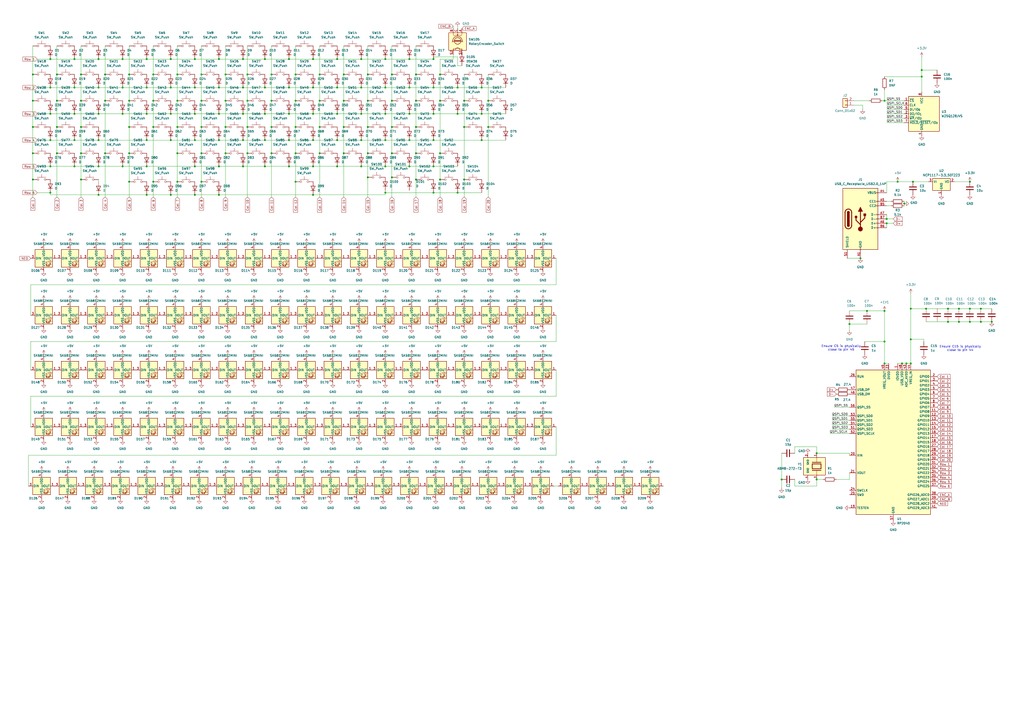
<source format=kicad_sch>
(kicad_sch (version 20250114) (generator "eeschema") (generator_version "9.0")
  (paper "A2")
  (text "Ensure C5 is physically\nclose to pin 45" (at 487.934 201.93 0) (effects (font (size 1.27 1.27))))
  (text "Ensure C15 is physically\nclose to pin 44" (at 557.022 202.184 0) (effects (font (size 1.27 1.27))))
  (junction (at 171.45 58.42))
  (junction (at 251.46 81.28))
  (junction (at 199.39 58.42))
  (junction (at 185.42 58.42))
  (junction (at 255.27 43.18))
  (junction (at 237.49 66.04))
  (junction (at 153.67 96.52))
  (junction (at 237.49 50.8))
  (junction (at 153.67 66.04))
  (junction (at 209.55 81.28))
  (junction (at 157.48 58.42))
  (junction (at 130.81 88.9))
  (junction (at 255.27 104.14))
  (junction (at 33.02 88.9))
  (junction (at 171.45 43.18))
  (junction (at 113.03 34.29))
  (junction (at 537.21 179.07))
  (junction (at 116.84 73.66))
  (junction (at 167.64 96.52))
  (junction (at 57.15 66.04))
  (junction (at 74.93 105.41))
  (junction (at 102.87 105.41))
  (junction (at 181.61 34.29))
  (junction (at 223.52 81.28))
  (junction (at 523.24 210.82))
  (junction (at 33.02 58.42))
  (junction (at 185.42 43.18))
  (junction (at 283.21 58.42))
  (junction (at 71.12 50.8))
  (junction (at 74.93 88.9))
  (junction (at 46.99 73.66))
  (junction (at 283.21 73.66))
  (junction (at 269.24 58.42))
  (junction (at 85.09 66.04))
  (junction (at 29.21 96.52))
  (junction (at 513.08 210.82))
  (junction (at 209.55 34.29))
  (junction (at 140.97 81.28))
  (junction (at 127 96.52))
  (junction (at 167.64 34.29))
  (junction (at 499.11 149.86))
  (junction (at 71.12 34.29))
  (junction (at 19.05 88.9))
  (junction (at 60.96 43.18))
  (junction (at 102.87 88.9))
  (junction (at 88.9 43.18))
  (junction (at 199.39 73.66))
  (junction (at 157.48 73.66))
  (junction (at 279.4 81.28))
  (junction (at 528.32 196.85))
  (junction (at 46.99 104.14))
  (junction (at 223.52 96.52))
  (junction (at 568.96 179.07))
  (junction (at 153.67 81.28))
  (junction (at 185.42 73.66))
  (junction (at 43.18 96.52))
  (junction (at 29.21 111.76))
  (junction (at 514.35 129.54))
  (junction (at 43.18 34.29))
  (junction (at 140.97 50.8))
  (junction (at 549.91 186.69))
  (junction (at 524.51 118.11))
  (junction (at 223.52 50.8))
  (junction (at 57.15 113.03))
  (junction (at 241.3 58.42))
  (junction (at 227.33 58.42))
  (junction (at 528.32 179.07))
  (junction (at 113.03 66.04))
  (junction (at 113.03 50.8))
  (junction (at 227.33 88.9))
  (junction (at 556.26 179.07))
  (junction (at 71.12 66.04))
  (junction (at 116.84 88.9))
  (junction (at 130.81 43.18))
  (junction (at 473.71 278.13))
  (junction (at 167.64 50.8))
  (junction (at 33.02 43.18))
  (junction (at 157.48 88.9))
  (junction (at 19.05 104.14))
  (junction (at 57.15 34.29))
  (junction (at 195.58 34.29))
  (junction (at 255.27 88.9))
  (junction (at 46.99 88.9))
  (junction (at 46.99 43.18))
  (junction (at 127 34.29))
  (junction (at 171.45 88.9))
  (junction (at 102.87 43.18))
  (junction (at 514.35 127))
  (junction (at 556.26 186.69))
  (junction (at 529.59 105.41))
  (junction (at 237.49 81.28))
  (junction (at 528.32 210.82))
  (junction (at 185.42 88.9))
  (junction (at 492.76 187.96))
  (junction (at 29.21 81.28))
  (junction (at 57.15 96.52))
  (junction (at 74.93 73.66))
  (junction (at 140.97 66.04))
  (junction (at 513.08 198.12))
  (junction (at 29.21 34.29))
  (junction (at 127 113.03))
  (junction (at 502.92 180.34))
  (junction (at 127 81.28))
  (junction (at 99.06 113.03))
  (junction (at 113.03 81.28))
  (junction (at 241.3 43.18))
  (junction (at 19.05 58.42))
  (junction (at 520.7 105.41))
  (junction (at 113.03 113.03))
  (junction (at 60.96 88.9))
  (junction (at 181.61 66.04))
  (junction (at 99.06 66.04))
  (junction (at 127 50.8))
  (junction (at 181.61 50.8))
  (junction (at 223.52 34.29))
  (junction (at 140.97 96.52))
  (junction (at 143.51 88.9))
  (junction (at 195.58 81.28))
  (junction (at 116.84 43.18))
  (junction (at 85.09 96.52))
  (junction (at 167.64 66.04))
  (junction (at 57.15 50.8))
  (junction (at 241.3 104.14))
  (junction (at 213.36 58.42))
  (junction (at 85.09 81.28))
  (junction (at 227.33 102.87))
  (junction (at 534.67 40.64))
  (junction (at 74.93 43.18))
  (junction (at 213.36 102.87))
  (junction (at 143.51 73.66))
  (junction (at 237.49 96.52))
  (junction (at 85.09 34.29))
  (junction (at 534.67 44.45))
  (junction (at 195.58 66.04))
  (junction (at 29.21 66.04))
  (junction (at 199.39 88.9))
  (junction (at 251.46 66.04))
  (junction (at 33.02 73.66))
  (junction (at 513.08 180.34))
  (junction (at 157.48 43.18))
  (junction (at 549.91 179.07))
  (junction (at 227.33 43.18))
  (junction (at 71.12 96.52))
  (junction (at 195.58 50.8))
  (junction (at 269.24 73.66))
  (junction (at 99.06 81.28))
  (junction (at 513.08 58.42))
  (junction (at 116.84 58.42))
  (junction (at 102.87 73.66))
  (junction (at 43.18 50.8))
  (junction (at 140.97 34.29))
  (junction (at 116.84 105.41))
  (junction (at 525.78 210.82))
  (junction (at 251.46 111.76))
  (junction (at 153.67 50.8))
  (junction (at 85.09 113.03))
  (junction (at 181.61 113.03))
  (junction (at 209.55 66.04))
  (junction (at 153.67 34.29))
  (junction (at 181.61 96.52))
  (junction (at 251.46 50.8))
  (junction (at 102.87 58.42))
  (junction (at 279.4 50.8))
  (junction (at 19.05 43.18))
  (junction (at 43.18 66.04))
  (junction (at 453.39 278.13))
  (junction (at 85.09 50.8))
  (junction (at 237.49 34.29))
  (junction (at 227.33 73.66))
  (junction (at 143.51 43.18))
  (junction (at 127 66.04))
  (junction (at 74.93 58.42))
  (junction (at 209.55 96.52))
  (junction (at 181.61 81.28))
  (junction (at 279.4 66.04))
  (junction (at 88.9 73.66))
  (junction (at 213.36 88.9))
  (junction (at 88.9 105.41))
  (junction (at 199.39 43.18))
  (junction (at 265.43 111.76))
  (junction (at 143.51 58.42))
  (junction (at 213.36 43.18))
  (junction (at 209.55 50.8))
  (junction (at 195.58 96.52))
  (junction (at 241.3 73.66))
  (junction (at 251.46 34.29))
  (junction (at 241.3 88.9))
  (junction (at 43.18 81.28))
  (junction (at 251.46 96.52))
  (junction (at 562.61 105.41))
  (junction (at 568.96 186.69))
  (junction (at 562.61 186.69))
  (junction (at 130.81 58.42))
  (junction (at 265.43 50.8))
  (junction (at 60.96 58.42))
  (junction (at 223.52 111.76))
  (junction (at 269.24 104.14))
  (junction (at 29.21 50.8))
  (junction (at 255.27 58.42))
  (junction (at 57.15 81.28))
  (junction (at 19.05 73.66))
  (junction (at 213.36 73.66))
  (junction (at 223.52 66.04))
  (junction (at 46.99 58.42))
  (junction (at 88.9 58.42))
  (junction (at 113.03 96.52))
  (junction (at 171.45 73.66))
  (junction (at 171.45 105.41))
  (junction (at 130.81 73.66))
  (junction (at 562.61 179.07))
  (junction (at 473.71 262.89))
  (junction (at 99.06 34.29))
  (junction (at 99.06 50.8))
  (junction (at 575.31 186.69))
  (junction (at 265.43 66.04))
  (junction (at 167.64 81.28))
  (wire (pts (xy 115.57 273.05) (xy 115.57 274.32)))
  (wire (pts (xy 127 96.52) (xy 140.97 96.52)))
  (wire (pts (xy 461.01 262.89) (xy 461.01 259.08)))
  (wire (pts (xy 71.12 96.52) (xy 85.09 96.52)))
  (wire (pts (xy 314.96 140.97) (xy 314.96 142.24)))
  (wire (pts (xy 453.39 278.13) (xy 453.39 283.21)))
  (wire (pts (xy 85.09 50.8) (xy 99.06 50.8)))
  (wire (pts (xy 299.72 140.97) (xy 299.72 142.24)))
  (wire (pts (xy 100.33 273.05) (xy 100.33 274.32)))
  (wire (pts (xy 143.51 58.42) (xy 143.51 73.66)))
  (wire (pts (xy 208.28 205.74) (xy 208.28 207.01)))
  (wire (pts (xy 511.81 58.42) (xy 513.08 58.42)))
  (wire (pts (xy 495.3 60.96) (xy 500.38 60.96)))
  (wire (pts (xy 208.28 238.76) (xy 208.28 240.03)))
  (wire (pts (xy 130.81 88.9) (xy 130.81 114.3)))
  (wire (pts (xy 299.72 238.76) (xy 299.72 240.03)))
  (wire (pts (xy 513.08 210.82) (xy 515.62 210.82)))
  (wire (pts (xy 101.6 140.97) (xy 101.6 142.24)))
  (wire (pts (xy 55.88 205.74) (xy 55.88 207.01)))
  (wire (pts (xy 167.64 34.29) (xy 181.61 34.29)))
  (wire (pts (xy 269.24 140.97) (xy 269.24 142.24)))
  (wire (pts (xy 223.52 50.8) (xy 237.49 50.8)))
  (wire (pts (xy 74.93 73.66) (xy 74.93 88.9)))
  (wire (pts (xy 255.27 104.14) (xy 255.27 114.3)))
  (wire (pts (xy 195.58 34.29) (xy 209.55 34.29)))
  (wire (pts (xy 116.84 140.97) (xy 116.84 142.24)))
  (wire (pts (xy 209.55 96.52) (xy 223.52 96.52)))
  (wire (pts (xy 535.94 196.85) (xy 535.94 198.12)))
  (wire (pts (xy 481.33 251.46) (xy 492.76 251.46)))
  (wire (pts (xy 514.35 60.96) (xy 524.51 60.96)))
  (wire (pts (xy 199.39 73.66) (xy 199.39 88.9)))
  (wire (pts (xy 157.48 43.18) (xy 157.48 58.42)))
  (wire (pts (xy 535.94 196.85) (xy 528.32 196.85)))
  (wire (pts (xy 461.01 281.94) (xy 473.71 281.94)))
  (wire (pts (xy 71.12 50.8) (xy 85.09 50.8)))
  (wire (pts (xy 514.35 66.04) (xy 524.51 66.04)))
  (wire (pts (xy 262.89 31.75) (xy 262.89 34.29)))
  (wire (pts (xy 132.08 205.74) (xy 132.08 207.01)))
  (wire (pts (xy 213.36 88.9) (xy 213.36 102.87)))
  (wire (pts (xy 161.29 273.05) (xy 161.29 274.32)))
  (wire (pts (xy 71.12 173.99) (xy 71.12 175.26)))
  (wire (pts (xy 534.67 40.64) (xy 534.67 44.45)))
  (wire (pts (xy 195.58 50.8) (xy 209.55 50.8)))
  (wire (pts (xy 71.12 238.76) (xy 71.12 240.03)))
  (wire (pts (xy 262.89 34.29) (xy 255.27 34.29)))
  (wire (pts (xy 25.4 205.74) (xy 25.4 207.01)))
  (wire (pts (xy 223.52 140.97) (xy 223.52 142.24)))
  (wire (pts (xy 269.24 104.14) (xy 269.24 114.3)))
  (wire (pts (xy 213.36 58.42) (xy 213.36 73.66)))
  (wire (pts (xy 33.02 43.18) (xy 33.02 58.42)))
  (wire (pts (xy 102.87 43.18) (xy 102.87 58.42)))
  (wire (pts (xy 162.56 205.74) (xy 162.56 207.01)))
  (wire (pts (xy 143.51 88.9) (xy 143.51 114.3)))
  (wire (pts (xy 193.04 140.97) (xy 193.04 142.24)))
  (wire (pts (xy 501.65 198.12) (xy 513.08 198.12)))
  (wire (pts (xy 461.01 278.13) (xy 461.01 281.94)))
  (wire (pts (xy 269.24 205.74) (xy 269.24 207.01)))
  (wire (pts (xy 130.81 43.18) (xy 130.81 58.42)))
  (wire (pts (xy 284.48 238.76) (xy 284.48 240.03)))
  (wire (pts (xy 514.35 119.38) (xy 516.89 119.38)))
  (wire (pts (xy 55.88 238.76) (xy 55.88 240.03)))
  (wire (pts (xy 113.03 81.28) (xy 127 81.28)))
  (wire (pts (xy 113.03 50.8) (xy 127 50.8)))
  (wire (pts (xy 346.71 273.05) (xy 346.71 274.32)))
  (wire (pts (xy 283.21 273.05) (xy 283.21 274.32)))
  (wire (pts (xy 461.01 259.08) (xy 473.71 259.08)))
  (wire (pts (xy 322.58 182.88) (xy 322.58 198.12)))
  (wire (pts (xy 39.37 273.05) (xy 39.37 274.32)))
  (wire (pts (xy 25.4 140.97) (xy 25.4 142.24)))
  (wire (pts (xy 140.97 34.29) (xy 153.67 34.29)))
  (wire (pts (xy 314.96 173.99) (xy 314.96 175.26)))
  (wire (pts (xy 223.52 111.76) (xy 223.52 110.49)))
  (wire (pts (xy 176.53 273.05) (xy 176.53 274.32)))
  (wire (pts (xy 162.56 140.97) (xy 162.56 142.24)))
  (wire (pts (xy 29.21 111.76) (xy 29.21 113.03)))
  (wire (pts (xy 193.04 173.99) (xy 193.04 175.26)))
  (wire (pts (xy 116.84 238.76) (xy 116.84 240.03)))
  (wire (pts (xy 568.96 186.69) (xy 575.31 186.69)))
  (wire (pts (xy 99.06 66.04) (xy 113.03 66.04)))
  (wire (pts (xy 492.76 278.13) (xy 492.76 274.32)))
  (wire (pts (xy 19.05 73.66) (xy 19.05 88.9)))
  (wire (pts (xy 113.03 113.03) (xy 127 113.03)))
  (wire (pts (xy 185.42 73.66) (xy 185.42 88.9)))
  (wire (pts (xy 153.67 96.52) (xy 167.64 96.52)))
  (wire (pts (xy 162.56 238.76) (xy 162.56 240.03)))
  (wire (pts (xy 85.09 81.28) (xy 99.06 81.28)))
  (wire (pts (xy 21.59 81.28) (xy 29.21 81.28)))
  (wire (pts (xy 102.87 58.42) (xy 102.87 73.66)))
  (wire (pts (xy 199.39 88.9) (xy 199.39 114.3)))
  (wire (pts (xy 238.76 173.99) (xy 238.76 175.26)))
  (wire (pts (xy 40.64 140.97) (xy 40.64 142.24)))
  (wire (pts (xy 267.97 31.75) (xy 267.97 30.48)))
  (wire (pts (xy 85.09 66.04) (xy 99.06 66.04)))
  (wire (pts (xy 191.77 273.05) (xy 191.77 274.32)))
  (wire (pts (xy 86.36 140.97) (xy 86.36 142.24)))
  (wire (pts (xy 528.32 179.07) (xy 528.32 196.85)))
  (wire (pts (xy 269.24 58.42) (xy 269.24 73.66)))
  (wire (pts (xy 113.03 96.52) (xy 127 96.52)))
  (wire (pts (xy 181.61 50.8) (xy 195.58 50.8)))
  (wire (pts (xy 485.14 278.13) (xy 492.76 278.13)))
  (wire (pts (xy 99.06 113.03) (xy 113.03 113.03)))
  (wire (pts (xy 209.55 34.29) (xy 223.52 34.29)))
  (wire (pts (xy 57.15 104.14) (xy 57.15 105.41)))
  (wire (pts (xy 223.52 113.03) (xy 223.52 111.76)))
  (wire (pts (xy 237.49 34.29) (xy 251.46 34.29)))
  (wire (pts (xy 502.92 180.34) (xy 513.08 180.34)))
  (wire (pts (xy 116.84 26.67) (xy 116.84 43.18)))
  (wire (pts (xy 147.32 173.99) (xy 147.32 175.26)))
  (wire (pts (xy 60.96 58.42) (xy 60.96 88.9)))
  (wire (pts (xy 514.35 116.84) (xy 516.89 116.84)))
  (wire (pts (xy 251.46 96.52) (xy 265.43 96.52)))
  (wire (pts (xy 74.93 88.9) (xy 74.93 105.41)))
  (wire (pts (xy 19.05 114.3) (xy 19.05 104.14)))
  (wire (pts (xy 525.78 210.82) (xy 528.32 210.82)))
  (wire (pts (xy 209.55 81.28) (xy 223.52 81.28)))
  (wire (pts (xy 227.33 88.9) (xy 227.33 102.87)))
  (wire (pts (xy 562.61 186.69) (xy 568.96 186.69)))
  (wire (pts (xy 177.8 238.76) (xy 177.8 240.03)))
  (wire (pts (xy 40.64 205.74) (xy 40.64 207.01)))
  (wire (pts (xy 130.81 58.42) (xy 130.81 73.66)))
  (wire (pts (xy 283.21 73.66) (xy 283.21 114.3)))
  (wire (pts (xy 185.42 58.42) (xy 185.42 73.66)))
  (wire (pts (xy 157.48 26.67) (xy 157.48 43.18)))
  (wire (pts (xy 19.05 43.18) (xy 19.05 58.42)))
  (wire (pts (xy 71.12 205.74) (xy 71.12 207.01)))
  (wire (pts (xy 473.71 281.94) (xy 473.71 278.13)))
  (wire (pts (xy 254 238.76) (xy 254 240.03)))
  (wire (pts (xy 199.39 43.18) (xy 199.39 58.42)))
  (wire (pts (xy 520.7 210.82) (xy 523.24 210.82)))
  (wire (pts (xy 223.52 66.04) (xy 237.49 66.04)))
  (wire (pts (xy 284.48 140.97) (xy 284.48 142.24)))
  (wire (pts (xy 213.36 102.87) (xy 213.36 114.3)))
  (wire (pts (xy 523.24 210.82) (xy 525.78 210.82)))
  (wire (pts (xy 267.97 273.05) (xy 267.97 274.32)))
  (wire (pts (xy 167.64 81.28) (xy 181.61 81.28)))
  (wire (pts (xy 514.35 129.54) (xy 514.35 132.08)))
  (wire (pts (xy 534.67 44.45) (xy 534.67 53.34)))
  (wire (pts (xy 524.51 116.84) (xy 524.51 118.11)))
  (wire (pts (xy 132.08 173.99) (xy 132.08 175.26)))
  (wire (pts (xy 251.46 66.04) (xy 265.43 66.04)))
  (wire (pts (xy 255.27 88.9) (xy 255.27 104.14)))
  (wire (pts (xy 57.15 66.04) (xy 71.12 66.04)))
  (wire (pts (xy 43.18 66.04) (xy 57.15 66.04)))
  (wire (pts (xy 492.76 180.34) (xy 502.92 180.34)))
  (wire (pts (xy 86.36 205.74) (xy 86.36 207.01)))
  (wire (pts (xy 116.84 105.41) (xy 116.84 114.3)))
  (wire (pts (xy 223.52 34.29) (xy 237.49 34.29)))
  (wire (pts (xy 492.76 187.96) (xy 502.92 187.96)))
  (wire (pts (xy 71.12 140.97) (xy 71.12 142.24)))
  (wire (pts (xy 127 50.8) (xy 140.97 50.8)))
  (wire (pts (xy 116.84 173.99) (xy 116.84 175.26)))
  (wire (pts (xy 46.99 104.14) (xy 46.99 114.3)))
  (wire (pts (xy 537.21 186.69) (xy 549.91 186.69)))
  (wire (pts (xy 85.09 113.03) (xy 99.06 113.03)))
  (wire (pts (xy 74.93 26.67) (xy 74.93 43.18)))
  (wire (pts (xy 19.05 58.42) (xy 19.05 73.66)))
  (wire (pts (xy 208.28 140.97) (xy 208.28 142.24)))
  (wire (pts (xy 86.36 173.99) (xy 86.36 175.26)))
  (wire (pts (xy 21.59 111.76) (xy 29.21 111.76)))
  (wire (pts (xy 132.08 238.76) (xy 132.08 240.03)))
  (wire (pts (xy 377.19 273.05) (xy 377.19 274.32)))
  (wire (pts (xy 17.78 229.87) (xy 17.78 247.65)))
  (wire (pts (xy 241.3 26.67) (xy 241.3 43.18)))
  (wire (pts (xy 321.31 281.94) (xy 323.85 281.94)))
  (wire (pts (xy 24.13 273.05) (xy 24.13 274.32)))
  (wire (pts (xy 238.76 140.97) (xy 238.76 142.24)))
  (wire (pts (xy 453.39 262.89) (xy 453.39 278.13)))
  (wire (pts (xy 99.06 34.29) (xy 113.03 34.29)))
  (wire (pts (xy 71.12 66.04) (xy 85.09 66.04)))
  (wire (pts (xy 513.08 52.07) (xy 513.08 58.42)))
  (wire (pts (xy 88.9 58.42) (xy 88.9 73.66)))
  (wire (pts (xy 473.71 262.89) (xy 492.76 262.89)))
  (wire (pts (xy 177.8 140.97) (xy 177.8 142.24)))
  (wire (pts (xy 85.09 273.05) (xy 85.09 274.32)))
  (wire (pts (xy 29.21 96.52) (xy 43.18 96.52)))
  (wire (pts (xy 185.42 43.18) (xy 185.42 58.42)))
  (wire (pts (xy 40.64 238.76) (xy 40.64 240.03)))
  (wire (pts (xy 514.35 124.46) (xy 514.35 127)))
  (wire (pts (xy 171.45 58.42) (xy 171.45 73.66)))
  (wire (pts (xy 298.45 273.05) (xy 298.45 274.32)))
  (wire (pts (xy 21.59 50.8) (xy 29.21 50.8)))
  (wire (pts (xy 279.4 50.8) (xy 293.37 50.8)))
  (wire (pts (xy 227.33 26.67) (xy 227.33 43.18)))
  (wire (pts (xy 19.05 88.9) (xy 19.05 104.14)))
  (wire (pts (xy 40.64 173.99) (xy 40.64 175.26)))
  (wire (pts (xy 241.3 104.14) (xy 241.3 114.3)))
  (wire (pts (xy 57.15 96.52) (xy 71.12 96.52)))
  (wire (pts (xy 241.3 73.66) (xy 241.3 88.9)))
  (wire (pts (xy 482.6 243.84) (xy 492.76 243.84)))
  (wire (pts (xy 143.51 26.67) (xy 143.51 43.18)))
  (wire (pts (xy 483.87 236.22) (xy 492.76 236.22)))
  (wire (pts (xy 331.47 273.05) (xy 331.47 274.32)))
  (wire (pts (xy 283.21 58.42) (xy 283.21 73.66)))
  (wire (pts (xy 500.38 60.96) (xy 500.38 63.5)))
  (wire (pts (xy 322.58 247.65) (xy 322.58 264.16)))
  (wire (pts (xy 147.32 140.97) (xy 147.32 142.24)))
  (wire (pts (xy 313.69 273.05) (xy 313.69 274.32)))
  (wire (pts (xy 265.43 111.76) (xy 279.4 111.76)))
  (wire (pts (xy 269.24 43.18) (xy 269.24 58.42)))
  (wire (pts (xy 514.35 105.41) (xy 520.7 105.41)))
  (wire (pts (xy 514.35 63.5) (xy 524.51 63.5)))
  (wire (pts (xy 482.6 248.92) (xy 492.76 248.92)))
  (wire (pts (xy 116.84 43.18) (xy 116.84 58.42)))
  (wire (pts (xy 153.67 66.04) (xy 167.64 66.04)))
  (wire (pts (xy 267.97 38.1) (xy 265.43 38.1)))
  (wire (pts (xy 227.33 102.87) (xy 227.33 114.3)))
  (wire (pts (xy 29.21 50.8) (xy 43.18 50.8)))
  (wire (pts (xy 227.33 58.42) (xy 227.33 73.66)))
  (wire (pts (xy 514.35 71.12) (xy 524.51 71.12)))
  (wire (pts (xy 74.93 58.42) (xy 74.93 73.66)))
  (wire (pts (xy 284.48 205.74) (xy 284.48 207.01)))
  (wire (pts (xy 223.52 81.28) (xy 237.49 81.28)))
  (wire (pts (xy 116.84 88.9) (xy 116.84 105.41)))
  (wire (pts (xy 199.39 26.67) (xy 199.39 43.18)))
  (wire (pts (xy 237.49 96.52) (xy 251.46 96.52)))
  (wire (pts (xy 177.8 173.99) (xy 177.8 175.26)))
  (wire (pts (xy 299.72 205.74) (xy 299.72 207.01)))
  (wire (pts (xy 16.51 264.16) (xy 16.51 281.94)))
  (wire (pts (xy 181.61 113.03) (xy 223.52 113.03)))
  (wire (pts (xy 21.59 34.29) (xy 29.21 34.29)))
  (wire (pts (xy 33.02 58.42) (xy 33.02 73.66)))
  (wire (pts (xy 524.51 118.11) (xy 524.51 119.38)))
  (wire (pts (xy 255.27 34.29) (xy 255.27 43.18)))
  (wire (pts (xy 238.76 238.76) (xy 238.76 240.03)))
  (wire (pts (xy 265.43 38.1) (xy 265.43 33.02)))
  (wire (pts (xy 99.06 81.28) (xy 113.03 81.28)))
  (wire (pts (xy 171.45 43.18) (xy 171.45 58.42)))
  (wire (pts (xy 222.25 273.05) (xy 222.25 274.32)))
  (wire (pts (xy 147.32 205.74) (xy 147.32 207.01)))
  (wire (pts (xy 127 81.28) (xy 140.97 81.28)))
  (wire (pts (xy 254 173.99) (xy 254 175.26)))
  (wire (pts (xy 238.76 205.74) (xy 238.76 207.01)))
  (wire (pts (xy 252.73 273.05) (xy 252.73 274.32)))
  (wire (pts (xy 223.52 111.76) (xy 251.46 111.76)))
  (wire (pts (xy 265.43 33.02) (xy 251.46 33.02)))
  (wire (pts (xy 237.49 50.8) (xy 251.46 50.8)))
  (wire (pts (xy 46.99 58.42) (xy 46.99 73.66)))
  (wire (pts (xy 29.21 81.28) (xy 43.18 81.28)))
  (wire (pts (xy 213.36 26.67) (xy 213.36 43.18)))
  (wire (pts (xy 195.58 81.28) (xy 209.55 81.28)))
  (wire (pts (xy 46.99 88.9) (xy 46.99 104.14)))
  (wire (pts (xy 60.96 43.18) (xy 60.96 58.42)))
  (wire (pts (xy 33.02 73.66) (xy 33.02 88.9)))
  (wire (pts (xy 130.81 26.67) (xy 130.81 43.18)))
  (wire (pts (xy 528.32 196.85) (xy 528.32 210.82)))
  (wire (pts (xy 130.81 73.66) (xy 130.81 88.9)))
  (wire (pts (xy 223.52 173.99) (xy 223.52 175.26)))
  (wire (pts (xy 491.49 149.86) (xy 499.11 149.86)))
  (wire (pts (xy 227.33 43.18) (xy 227.33 58.42)))
  (wire (pts (xy 223.52 205.74) (xy 223.52 207.01)))
  (wire (pts (xy 171.45 105.41) (xy 171.45 114.3)))
  (wire (pts (xy 86.36 238.76) (xy 86.36 240.03)))
  (wire (pts (xy 102.87 105.41) (xy 102.87 114.3)))
  (wire (pts (xy 43.18 50.8) (xy 57.15 50.8)))
  (wire (pts (xy 88.9 105.41) (xy 88.9 114.3)))
  (wire (pts (xy 21.59 66.04) (xy 29.21 66.04)))
  (wire (pts (xy 255.27 58.42) (xy 255.27 88.9)))
  (wire (pts (xy 514.35 111.76) (xy 514.35 105.41)))
  (wire (pts (xy 193.04 205.74) (xy 193.04 207.01)))
  (wire (pts (xy 21.59 96.52) (xy 29.21 96.52)))
  (wire (pts (xy 513.08 180.34) (xy 513.08 198.12)))
  (wire (pts (xy 146.05 273.05) (xy 146.05 274.32)))
  (wire (pts (xy 568.96 179.07) (xy 575.31 179.07)))
  (wire (pts (xy 25.4 238.76) (xy 25.4 240.03)))
  (wire (pts (xy 514.35 129.54) (xy 518.16 129.54)))
  (wire (pts (xy 314.96 205.74) (xy 314.96 207.01)))
  (wire (pts (xy 57.15 34.29) (xy 71.12 34.29)))
  (wire (pts (xy 127 66.04) (xy 140.97 66.04)))
  (wire (pts (xy 140.97 81.28) (xy 153.67 81.28)))
  (wire (pts (xy 102.87 88.9) (xy 102.87 105.41)))
  (wire (pts (xy 177.8 205.74) (xy 177.8 207.01)))
  (wire (pts (xy 33.02 26.67) (xy 33.02 43.18)))
  (wire (pts (xy 101.6 238.76) (xy 101.6 240.03)))
  (wire (pts (xy 181.61 81.28) (xy 195.58 81.28)))
  (wire (pts (xy 262.89 15.24) (xy 262.89 16.51)))
  (wire (pts (xy 322.58 165.1) (xy 17.78 165.1)))
  (wire (pts (xy 208.28 173.99) (xy 208.28 175.26)))
  (wire (pts (xy 279.4 66.04) (xy 293.37 66.04)))
  (wire (pts (xy 314.96 238.76) (xy 314.96 240.03)))
  (wire (pts (xy 17.78 198.12) (xy 17.78 214.63)))
  (wire (pts (xy 74.93 105.41) (xy 74.93 114.3)))
  (wire (pts (xy 322.58 229.87) (xy 17.78 229.87)))
  (wire (pts (xy 113.03 66.04) (xy 127 66.04)))
  (wire (pts (xy 57.15 81.28) (xy 85.09 81.28)))
  (wire (pts (xy 549.91 179.07) (xy 556.26 179.07)))
  (wire (pts (xy 213.36 43.18) (xy 213.36 58.42)))
  (wire (pts (xy 279.4 81.28) (xy 293.37 81.28)))
  (wire (pts (xy 185.42 88.9) (xy 185.42 114.3)))
  (wire (pts (xy 55.88 140.97) (xy 55.88 142.24)))
  (wire (pts (xy 181.61 96.52) (xy 195.58 96.52)))
  (wire (pts (xy 157.48 73.66) (xy 157.48 88.9)))
  (wire (pts (xy 54.61 273.05) (xy 54.61 274.32)))
  (wire (pts (xy 29.21 34.29) (xy 43.18 34.29)))
  (wire (pts (xy 482.6 241.3) (xy 492.76 241.3)))
  (wire (pts (xy 102.87 26.67) (xy 102.87 43.18)))
  (wire (pts (xy 157.48 88.9) (xy 157.48 114.3)))
  (wire (pts (xy 549.91 186.69) (xy 556.26 186.69)))
  (wire (pts (xy 171.45 88.9) (xy 171.45 105.41)))
  (wire (pts (xy 251.46 33.02) (xy 251.46 34.29)))
  (wire (pts (xy 213.36 73.66) (xy 213.36 88.9)))
  (wire (pts (xy 207.01 273.05) (xy 207.01 274.32)))
  (wire (pts (xy 473.71 278.13) (xy 477.52 278.13)))
  (wire (pts (xy 223.52 238.76) (xy 223.52 240.03)))
  (wire (pts (xy 251.46 111.76) (xy 265.43 111.76)))
  (wire (pts (xy 55.88 173.99) (xy 55.88 175.26)))
  (wire (pts (xy 132.08 140.97) (xy 132.08 142.24)))
  (wire (pts (xy 46.99 26.67) (xy 46.99 43.18)))
  (wire (pts (xy 209.55 66.04) (xy 223.52 66.04)))
  (wire (pts (xy 223.52 96.52) (xy 237.49 96.52)))
  (wire (pts (xy 241.3 58.42) (xy 241.3 73.66)))
  (wire (pts (xy 171.45 26.67) (xy 171.45 43.18)))
  (wire (pts (xy 237.49 273.05) (xy 237.49 274.32)))
  (wire (pts (xy 528.32 170.18) (xy 528.32 179.07)))
  (wire (pts (xy 116.84 205.74) (xy 116.84 207.01)))
  (wire (pts (xy 492.76 264.16) (xy 492.76 262.89)))
  (wire (pts (xy 283.21 43.18) (xy 283.21 58.42)))
  (wire (pts (xy 255.27 43.18) (xy 255.27 58.42)))
  (wire (pts (xy 57.15 50.8) (xy 71.12 50.8)))
  (wire (pts (xy 157.48 58.42) (xy 157.48 73.66)))
  (wire (pts (xy 25.4 173.99) (xy 25.4 175.26)))
  (wire (pts (xy 162.56 173.99) (xy 162.56 175.26)))
  (wire (pts (xy 143.51 43.18) (xy 143.51 58.42)))
  (wire (pts (xy 473.71 259.08) (xy 473.71 262.89)))
  (wire (pts (xy 74.93 43.18) (xy 74.93 58.42)))
  (wire (pts (xy 71.12 34.29) (xy 85.09 34.29)))
  (wire (pts (xy 167.64 96.52) (xy 181.61 96.52)))
  (wire (pts (xy 265.43 66.04) (xy 279.4 66.04)))
  (wire (pts (xy 482.6 246.38) (xy 492.76 246.38)))
  (wire (pts (xy 553.72 105.41) (xy 562.61 105.41)))
  (wire (pts (xy 185.42 26.67) (xy 185.42 43.18)))
  (wire (pts (xy 556.26 186.69) (xy 562.61 186.69)))
  (wire (pts (xy 361.95 273.05) (xy 361.95 274.32)))
  (wire (pts (xy 130.81 273.05) (xy 130.81 274.32)))
  (wire (pts (xy 513.08 44.45) (xy 534.67 44.45)))
  (wire (pts (xy 116.84 58.42) (xy 116.84 73.66)))
  (wire (pts (xy 269.24 238.76) (xy 269.24 240.03)))
  (wire (pts (xy 69.85 273.05) (xy 69.85 274.32)))
  (wire (pts (xy 46.99 43.18) (xy 46.99 58.42)))
  (wire (pts (xy 513.08 198.12) (xy 513.08 210.82)))
  (wire (pts (xy 140.97 66.04) (xy 153.67 66.04)))
  (wire (pts (xy 167.64 66.04) (xy 181.61 66.04)))
  (wire (pts (xy 529.59 105.41) (xy 538.48 105.41)))
  (wire (pts (xy 101.6 173.99) (xy 101.6 175.26)))
  (wire (pts (xy 237.49 66.04) (xy 251.46 66.04)))
  (wire (pts (xy 495.3 58.42) (xy 504.19 58.42)))
  (wire (pts (xy 284.48 173.99) (xy 284.48 175.26)))
  (wire (pts (xy 140.97 96.52) (xy 153.67 96.52)))
  (wire (pts (xy 43.18 96.52) (xy 57.15 96.52)))
  (wire (pts (xy 534.67 33.02) (xy 534.67 40.64)))
  (wire (pts (xy 251.46 81.28) (xy 279.4 81.28)))
  (wire (pts (xy 19.05 26.67) (xy 19.05 43.18)))
  (wire (pts (xy 33.02 88.9) (xy 33.02 114.3)))
  (wire (pts (xy 209.55 50.8) (xy 223.52 50.8)))
  (wire (pts (xy 537.21 179.07) (xy 549.91 179.07)))
  (wire (pts (xy 514.35 68.58) (xy 524.51 68.58)))
  (wire (pts (xy 85.09 34.29) (xy 99.06 34.29)))
  (wire (pts (xy 322.58 214.63) (xy 322.58 229.87)))
  (wire (pts (xy 322.58 149.86) (xy 322.58 165.1)))
  (wire (pts (xy 556.26 179.07) (xy 562.61 179.07)))
  (wire (pts (xy 251.46 50.8) (xy 265.43 50.8)))
  (wire (pts (xy 514.35 127) (xy 518.16 127)))
  (wire (pts (xy 127 34.29) (xy 140.97 34.29)))
  (wire (pts (xy 88.9 43.18) (xy 88.9 58.42)))
  (wire (pts (xy 43.18 81.28) (xy 57.15 81.28)))
  (wire (pts (xy 147.32 238.76) (xy 147.32 240.03)))
  (wire (pts (xy 299.72 173.99) (xy 299.72 175.26)))
  (wire (pts (xy 181.61 66.04) (xy 195.58 66.04)))
  (wire (pts (xy 269.24 73.66) (xy 269.24 104.14)))
  (wire (pts (xy 153.67 81.28) (xy 167.64 81.28)))
  (wire (pts (xy 528.32 179.07) (xy 537.21 179.07)))
  (wire (pts (xy 99.06 50.8) (xy 113.03 50.8)))
  (wire (pts (xy 29.21 66.04) (xy 43.18 66.04)))
  (wire (pts (xy 88.9 26.67) (xy 88.9 43.18)))
  (wire (pts (xy 241.3 43.18) (xy 241.3 58.42)))
  (wire (pts (xy 195.58 66.04) (xy 209.55 66.04)))
  (wire (pts (xy 127 113.03) (xy 181.61 113.03)))
  (wire (pts (xy 171.45 73.66) (xy 171.45 88.9)))
  (wire (pts (xy 195.58 96.52) (xy 209.55 96.52)))
  (wire (pts (xy 492.76 187.96) (xy 492.76 191.77)))
  (wire (pts (xy 254 205.74) (xy 254 207.01)))
  (wire (pts (xy 60.96 26.67) (xy 60.96 43.18)))
  (wire (pts (xy 153.67 50.8) (xy 167.64 50.8)))
  (wire (pts (xy 181.61 34.29) (xy 195.58 34.29)))
  (wire (pts (xy 88.9 73.66) (xy 88.9 105.41)))
  (wire (pts (xy 322.58 198.12) (xy 17.78 198.12)))
  (wire (pts (xy 322.58 264.16) (xy 16.51 264.16)))
  (wire (pts (xy 193.04 238.76) (xy 193.04 240.03)))
  (wire (pts (xy 57.15 113.03) (xy 85.09 113.03)))
  (wire (pts (xy 227.33 73.66) (xy 227.33 88.9)))
  (wire (pts (xy 46.99 73.66) (xy 46.99 88.9)))
  (wire (pts (xy 254 140.97) (xy 254 142.24)))
  (wire (pts (xy 101.6 205.74) (xy 101.6 207.01)))
  (wire (pts (xy 85.09 96.52) (xy 113.03 96.52)))
  (wire (pts (xy 153.67 34.29) (xy 167.64 34.29)))
  (wire (pts (xy 269.24 173.99) (xy 269.24 175.26)))
  (wire (pts (xy 513.08 58.42) (xy 524.51 58.42)))
  (wire (pts (xy 241.3 88.9) (xy 241.3 104.14)))
  (wire (pts (xy 17.78 165.1) (xy 17.78 182.88)))
  (wire (pts (xy 143.51 73.66) (xy 143.51 88.9)))
  (wire (pts (xy 140.97 50.8) (xy 153.67 50.8)))
  (wire (pts (xy 562.61 179.07) (xy 568.96 179.07)))
  (wire (pts (xy 29.21 113.03) (xy 57.15 113.03)))
  (wire (pts (xy 113.03 34.29) (xy 127 34.29)))
  (wire (pts (xy 199.39 58.42) (xy 199.39 73.66)))
  (wire (pts (xy 520.7 105.41) (xy 529.59 105.41)))
  (wire (pts (xy 265.43 50.8) (xy 279.4 50.8)))
  (wire (pts (xy 265.43 16.51) (xy 265.43 15.24)))
  (wire (pts (xy 237.49 81.28) (xy 251.46 81.28)))
  (wire (pts (xy 102.87 73.66) (xy 102.87 88.9)))
  (wire (pts (xy 60.96 88.9) (xy 60.96 114.3)))
  (wire (pts (xy 167.64 50.8) (xy 181.61 50.8)))
  (wire (pts (xy 543.56 40.64) (xy 534.67 40.64)))
  (wire (pts (xy 116.84 73.66) (xy 116.84 88.9)))
  (wire (pts (xy 43.18 34.29) (xy 57.15 34.29)))
  (label "QSPI_SD1" (at 482.6 243.84 0))
  (label "QSPI_SD2" (at 482.6 246.38 0))
  (label "QSPI_SD0" (at 514.35 63.5 0))
  (label "QSPI_SD3" (at 482.6 248.92 0))
  (label "QSPI_SS" (at 483.87 236.22 0))
  (label "QSPI_SS" (at 514.35 58.42 0))
  (label "QSPI_SD3" (at 514.35 71.12 0))
  (label "QSPI_SD0" (at 482.6 241.3 0))
  (label "QSPI_SCLK" (at 481.33 251.46 0))
  (label "QSPI_SD2" (at 514.35 68.58 0))
  (label "QSPI_SD1" (at 514.35 66.04 0))
  (label "QSPI_SCLK" (at 514.35 60.96 0))
  (global_label "Col 13" (shape input) (at 185.42 114.3 270) (property "Intersheetrefs" "${INTERSHEET_REFS}" (effects (hide yes))))
  (global_label "ENC_B" (shape input) (at 262.89 15.24 180) (property "Intersheetrefs" "${INTERSHEET_REFS}" (effects (hide yes))))
  (global_label "Row 6" (shape input) (at 543.56 281.94 0) (property "Intersheetrefs" "${INTERSHEET_REFS}" (effects (hide yes))))
  (global_label "Col 6" (shape input) (at 88.9 114.3 270) (property "Intersheetrefs" "${INTERSHEET_REFS}" (effects (hide yes))))
  (global_label "Col 17" (shape input) (at 543.56 259.08 0) (property "Intersheetrefs" "${INTERSHEET_REFS}" (effects (hide yes))))
  (global_label "Col 16" (shape input) (at 543.56 256.54 0) (property "Intersheetrefs" "${INTERSHEET_REFS}" (effects (hide yes))))
  (global_label "Col 13" (shape input) (at 543.56 248.92 0) (property "Intersheetrefs" "${INTERSHEET_REFS}" (effects (hide yes))))
  (global_label "Col 7" (shape input) (at 102.87 114.3 270) (property "Intersheetrefs" "${INTERSHEET_REFS}" (effects (hide yes))))
  (global_label "Col 12" (shape input) (at 543.56 246.38 0) (property "Intersheetrefs" "${INTERSHEET_REFS}" (effects (hide yes))))
  (global_label "NEO" (shape input) (at 17.78 149.86 180) (property "Intersheetrefs" "${INTERSHEET_REFS}" (effects (hide yes))))
  (global_label "Row 5" (shape input) (at 21.59 96.52 180) (property "Intersheetrefs" "${INTERSHEET_REFS}" (effects (hide yes))))
  (global_label "D-" (shape input) (at 485.14 228.6 180) (property "Intersheetrefs" "${INTERSHEET_REFS}" (effects (hide yes))))
  (global_label "Col 4" (shape input) (at 543.56 226.06 0) (property "Intersheetrefs" "${INTERSHEET_REFS}" (effects (hide yes))))
  (global_label "ENC_A" (shape input) (at 267.97 16.51 0) (property "Intersheetrefs" "${INTERSHEET_REFS}" (effects (hide yes))))
  (global_label "Col 9" (shape input) (at 130.81 114.3 270) (property "Intersheetrefs" "${INTERSHEET_REFS}" (effects (hide yes))))
  (global_label "Col 10" (shape input) (at 543.56 241.3 0) (property "Intersheetrefs" "${INTERSHEET_REFS}" (effects (hide yes))))
  (global_label "Row 2" (shape input) (at 21.59 50.8 180) (property "Intersheetrefs" "${INTERSHEET_REFS}" (effects (hide yes))))
  (global_label "Col 4" (shape input) (at 60.96 114.3 270) (property "Intersheetrefs" "${INTERSHEET_REFS}" (effects (hide yes))))
  (global_label "Row 1" (shape input) (at 543.56 269.24 0) (property "Intersheetrefs" "${INTERSHEET_REFS}" (effects (hide yes))))
  (global_label "Col 10" (shape input) (at 143.51 114.3 270) (property "Intersheetrefs" "${INTERSHEET_REFS}" (effects (hide yes))))
  (global_label "D-" (shape input) (at 518.16 127 0) (property "Intersheetrefs" "${INTERSHEET_REFS}" (effects (hide yes))))
  (global_label "Col 11" (shape input) (at 543.56 243.84 0) (property "Intersheetrefs" "${INTERSHEET_REFS}" (effects (hide yes))))
  (global_label "Col 8" (shape input) (at 543.56 236.22 0) (property "Intersheetrefs" "${INTERSHEET_REFS}" (effects (hide yes))))
  (global_label "Col 12" (shape input) (at 171.45 114.3 270) (property "Intersheetrefs" "${INTERSHEET_REFS}" (effects (hide yes))))
  (global_label "Col 19" (shape input) (at 269.24 114.3 270) (property "Intersheetrefs" "${INTERSHEET_REFS}" (effects (hide yes))))
  (global_label "Col 5" (shape input) (at 543.56 228.6 0) (property "Intersheetrefs" "${INTERSHEET_REFS}" (effects (hide yes))))
  (global_label "Row 4" (shape input) (at 21.59 81.28 180) (property "Intersheetrefs" "${INTERSHEET_REFS}" (effects (hide yes))))
  (global_label "Col 11" (shape input) (at 157.48 114.3 270) (property "Intersheetrefs" "${INTERSHEET_REFS}" (effects (hide yes))))
  (global_label "Row 5" (shape input) (at 543.56 279.4 0) (property "Intersheetrefs" "${INTERSHEET_REFS}" (effects (hide yes))))
  (global_label "Col 16" (shape input) (at 227.33 114.3 270) (property "Intersheetrefs" "${INTERSHEET_REFS}" (effects (hide yes))))
  (global_label "Col 2" (shape input) (at 33.02 114.3 270) (property "Intersheetrefs" "${INTERSHEET_REFS}" (effects (hide yes))))
  (global_label "Col 14" (shape input) (at 199.39 114.3 270) (property "Intersheetrefs" "${INTERSHEET_REFS}" (effects (hide yes))))
  (global_label "Col 5" (shape input) (at 74.93 114.3 270) (property "Intersheetrefs" "${INTERSHEET_REFS}" (effects (hide yes))))
  (global_label "Col 6" (shape input) (at 543.56 231.14 0) (property "Intersheetrefs" "${INTERSHEET_REFS}" (effects (hide yes))))
  (global_label "Col 2" (shape input) (at 543.56 220.98 0) (property "Intersheetrefs" "${INTERSHEET_REFS}" (effects (hide yes))))
  (global_label "NEO" (shape input) (at 543.56 292.1 0) (property "Intersheetrefs" "${INTERSHEET_REFS}" (effects (hide yes))))
  (global_label "Row 4" (shape input) (at 543.56 276.86 0) (property "Intersheetrefs" "${INTERSHEET_REFS}" (effects (hide yes))))
  (global_label "Col 15" (shape input) (at 213.36 114.3 270) (property "Intersheetrefs" "${INTERSHEET_REFS}" (effects (hide yes))))
  (global_label "Col 19" (shape input) (at 543.56 264.16 0) (property "Intersheetrefs" "${INTERSHEET_REFS}" (effects (hide yes))))
  (global_label "Row 6" (shape input) (at 21.59 111.76 180) (property "Intersheetrefs" "${INTERSHEET_REFS}" (effects (hide yes))))
  (global_label "Col 9" (shape input) (at 543.56 238.76 0) (property "Intersheetrefs" "${INTERSHEET_REFS}" (effects (hide yes))))
  (global_label "Col 18" (shape input) (at 255.27 114.3 270) (property "Intersheetrefs" "${INTERSHEET_REFS}" (effects (hide yes))))
  (global_label "Col 20" (shape input) (at 283.21 114.3 270) (property "Intersheetrefs" "${INTERSHEET_REFS}" (effects (hide yes))))
  (global_label "Col 1" (shape input) (at 19.05 114.3 270) (property "Intersheetrefs" "${INTERSHEET_REFS}" (effects (hide yes))))
  (global_label "ENC_B" (shape input) (at 543.56 289.56 0) (property "Intersheetrefs" "${INTERSHEET_REFS}" (effects (hide yes))))
  (global_label "Col 7" (shape input) (at 543.56 233.68 0) (property "Intersheetrefs" "${INTERSHEET_REFS}" (effects (hide yes))))
  (global_label "D+" (shape input) (at 485.14 226.06 180) (property "Intersheetrefs" "${INTERSHEET_REFS}" (effects (hide yes))))
  (global_label "Col 14" (shape input) (at 543.56 251.46 0) (property "Intersheetrefs" "${INTERSHEET_REFS}" (effects (hide yes))))
  (global_label "Col 3" (shape input) (at 543.56 223.52 0) (property "Intersheetrefs" "${INTERSHEET_REFS}" (effects (hide yes))))
  (global_label "Row 1" (shape input) (at 21.59 34.29 180) (property "Intersheetrefs" "${INTERSHEET_REFS}" (effects (hide yes))))
  (global_label "Col 20" (shape input) (at 543.56 266.7 0) (property "Intersheetrefs" "${INTERSHEET_REFS}" (effects (hide yes))))
  (global_label "Row 2" (shape input) (at 543.56 271.78 0) (property "Intersheetrefs" "${INTERSHEET_REFS}" (effects (hide yes))))
  (global_label "D+" (shape input) (at 518.16 129.54 0) (property "Intersheetrefs" "${INTERSHEET_REFS}" (effects (hide yes))))
  (global_label "Col 17" (shape input) (at 241.3 114.3 270) (property "Intersheetrefs" "${INTERSHEET_REFS}" (effects (hide yes))))
  (global_label "Col 1" (shape input) (at 543.56 218.44 0) (property "Intersheetrefs" "${INTERSHEET_REFS}" (effects (hide yes))))
  (global_label "Col 3" (shape input) (at 46.99 114.3 270) (property "Intersheetrefs" "${INTERSHEET_REFS}" (effects (hide yes))))
  (global_label "Col 15" (shape input) (at 543.56 254 0) (property "Intersheetrefs" "${INTERSHEET_REFS}" (effects (hide yes))))
  (global_label "Row 3" (shape input) (at 21.59 66.04 180) (property "Intersheetrefs" "${INTERSHEET_REFS}" (effects (hide yes))))
  (global_label "Col 8" (shape input) (at 116.84 114.3 270) (property "Intersheetrefs" "${INTERSHEET_REFS}" (effects (hide yes))))
  (global_label "Col 18" (shape input) (at 543.56 261.62 0) (property "Intersheetrefs" "${INTERSHEET_REFS}" (effects (hide yes))))
  (global_label "ENC_A" (shape input) (at 543.56 287.02 0) (property "Intersheetrefs" "${INTERSHEET_REFS}" (effects (hide yes))))
  (global_label "Row 3" (shape input) (at 543.56 274.32 0) (property "Intersheetrefs" "${INTERSHEET_REFS}" (effects (hide yes))))
  (symbol (lib_id "LED:SK6812MINI") (at 71.12 182.88 0) (unit 1)
    (property "Reference" "D130" (at 66.294 189.992 0))
    (property "Value" "SK6812MINI" (at 70.866 174.498 0))
    (property "Footprint" "LED_SMD:LED_SK6812MINI_PLCC4_3.5x3.5mm_P1.75mm" (effects (hide yes)))
    (property "Datasheet" "https://cdn-shop.adafruit.com/product-files/2686/SK6812MINI_REV.01-1-2.pdf" (effects (hide yes)))
    (property "Description" "RGB LED with integrated controller" (effects (hide yes)))
  )
  (symbol (lib_id "LED:SK6812MINI") (at 115.57 281.94 0) (unit 1)
    (property "Reference" "D192" (at 110.744 289.052 0))
    (property "Value" "SK6812MINI" (at 115.316 273.558 0))
    (property "Footprint" "LED_SMD:LED_SK6812MINI_PLCC4_3.5x3.5mm_P1.75mm" (effects (hide yes)))
    (property "Datasheet" "https://cdn-shop.adafruit.com/product-files/2686/SK6812MINI_REV.01-1-2.pdf" (effects (hide yes)))
    (property "Description" "RGB LED with integrated controller" (effects (hide yes)))
  )
  (symbol (lib_id "power:GND") (at 254 255.27 0) (unit 1)
    (property "Reference" "#PWR0170" (effects (hide yes)))
    (property "Value" "GND" (at 254 260.35 0))
    (property "Description" "Power symbol creates a global label with name \"GND\" , ground" (effects (hide yes)))
  )
  (symbol (lib_id "Device:D") (at 195.58 30.48 90) (unit 1)
    (property "Reference" "D13" (at 198.12 29.2099 90) (effects (justify right)))
    (property "Value" "D" (at 198.12 31.7499 90) (effects (justify right)))
    (property "Description" "Diode" (effects (hide yes)))
    (property "Sim.Device" "D" (effects (hide yes)))
    (property "Sim.Pins" "1=K 2=A" (effects (hide yes)))
  )
  (symbol (lib_id "Device:D") (at 237.49 106.68 90) (unit 1)
    (property "Reference" "D101" (at 241.3 105.4099 90) (effects (justify right)))
    (property "Value" "D" (at 241.3 107.9499 90) (effects (justify right)))
    (property "Description" "Diode" (effects (hide yes)))
    (property "Sim.Device" "D" (effects (hide yes)))
    (property "Sim.Pins" "1=K 2=A" (effects (hide yes)))
  )
  (symbol (lib_id "Connector:USB_C_Receptacle_USB2.0_14P") (at 499.11 127 0) (unit 1)
    (property "Reference" "J1" (at 499.11 104.14 0))
    (property "Value" "USB_C_Receptacle_USB2.0_14P" (at 499.11 106.68 0))
    (property "Datasheet" "https://www.usb.org/sites/default/files/documents/usb_type-c.zip" (effects (hide yes)))
    (property "Description" "USB 2.0-only 14P Type-C Receptacle connector" (effects (hide yes)))
  )
  (symbol (lib_id "power:GND") (at 162.56 157.48 0) (unit 1)
    (property "Reference" "#PWR042" (effects (hide yes)))
    (property "Value" "GND" (at 162.56 162.56 0))
    (property "Description" "Power symbol creates a global label with name \"GND\" , ground" (effects (hide yes)))
  )
  (symbol (lib_id "power:GND") (at 500.38 63.5 0) (unit 1)
    (property "Reference" "#PWR018" (effects (hide yes)))
    (property "Value" "GND" (at 500.38 68.58 0))
    (property "Description" "Power symbol creates a global label with name \"GND\" , ground" (effects (hide yes)))
  )
  (symbol (lib_id "Switch:SW_Push") (at 232.41 102.87 0) (unit 1)
    (property "Reference" "SW101" (at 232.41 95.25 0))
    (property "Value" "SW_Push" (at 232.41 97.79 0))
    (property "Description" "Push button switch, generic, two pins" (effects (hide yes)))
  )
  (symbol (lib_id "power:GND") (at 71.12 157.48 0) (unit 1)
    (property "Reference" "#PWR030" (effects (hide yes)))
    (property "Value" "GND" (at 71.12 162.56 0))
    (property "Description" "Power symbol creates a global label with name \"GND\" , ground" (effects (hide yes)))
  )
  (symbol (lib_id "Device:D") (at 99.06 109.22 90) (unit 1)
    (property "Reference" "D96" (at 101.6 107.9499 90) (effects (justify right)))
    (property "Value" "D" (at 101.6 110.4899 90) (effects (justify right)))
    (property "Description" "Diode" (effects (hide yes)))
    (property "Sim.Device" "D" (effects (hide yes)))
    (property "Sim.Pins" "1=K 2=A" (effects (hide yes)))
  )
  (symbol (lib_id "power:GND") (at 177.8 255.27 0) (unit 1)
    (property "Reference" "#PWR0150" (effects (hide yes)))
    (property "Value" "GND" (at 177.8 260.35 0))
    (property "Description" "Power symbol creates a global label with name \"GND\" , ground" (effects (hide yes)))
  )
  (symbol (lib_id "power:+5V") (at 284.48 238.76 0) (unit 1)
    (property "Reference" "#PWR0177" (effects (hide yes)))
    (property "Value" "+5V" (at 284.48 233.68 0))
    (property "Description" "Power symbol creates a global label with name \"+5V\"" (effects (hide yes)))
  )
  (symbol (lib_id "Device:D") (at 265.43 62.23 90) (unit 1)
    (property "Reference" "D55" (at 267.97 60.9599 90) (effects (justify right)))
    (property "Value" "D" (at 267.97 63.4999 90) (effects (justify right)))
    (property "Description" "Diode" (effects (hide yes)))
    (property "Sim.Device" "D" (effects (hide yes)))
    (property "Sim.Pins" "1=K 2=A" (effects (hide yes)))
  )
  (symbol (lib_id "power:GND") (at 101.6 157.48 0) (unit 1)
    (property "Reference" "#PWR034" (effects (hide yes)))
    (property "Value" "GND" (at 101.6 162.56 0))
    (property "Description" "Power symbol creates a global label with name \"GND\" , ground" (effects (hide yes)))
  )
  (symbol (lib_id "LED:SK6812MINI") (at 223.52 247.65 0) (unit 1)
    (property "Reference" "D175" (at 218.694 254.762 0))
    (property "Value" "SK6812MINI" (at 223.266 239.268 0))
    (property "Footprint" "LED_SMD:LED_SK6812MINI_PLCC4_3.5x3.5mm_P1.75mm" (effects (hide yes)))
    (property "Datasheet" "https://cdn-shop.adafruit.com/product-files/2686/SK6812MINI_REV.01-1-2.pdf" (effects (hide yes)))
    (property "Description" "RGB LED with integrated controller" (effects (hide yes)))
  )
  (symbol (lib_id "power:+5V") (at 40.64 173.99 0) (unit 1)
    (property "Reference" "#PWR067" (effects (hide yes)))
    (property "Value" "+5V" (at 40.64 168.91 0))
    (property "Description" "Power symbol creates a global label with name \"+5V\"" (effects (hide yes)))
  )
  (symbol (lib_id "Switch:SW_Push") (at 148.59 73.66 0) (unit 1)
    (property "Reference" "SW66" (at 148.59 66.04 0))
    (property "Value" "SW_Push" (at 148.59 68.58 0))
    (property "Description" "Push button switch, generic, two pins" (effects (hide yes)))
  )
  (symbol (lib_id "LED:SK6812MINI") (at 86.36 149.86 0) (unit 1)
    (property "Reference" "D110" (at 81.534 156.972 0))
    (property "Value" "SK6812MINI" (at 86.106 141.478 0))
    (property "Footprint" "LED_SMD:LED_SK6812MINI_PLCC4_3.5x3.5mm_P1.75mm" (effects (hide yes)))
    (property "Datasheet" "https://cdn-shop.adafruit.com/product-files/2686/SK6812MINI_REV.01-1-2.pdf" (effects (hide yes)))
    (property "Description" "RGB LED with integrated controller" (effects (hide yes)))
  )
  (symbol (lib_id "power:+1V1") (at 513.08 180.34 0) (unit 1)
    (property "Reference" "#PWR013" (effects (hide yes)))
    (property "Value" "+1V1" (at 513.08 175.26 0))
    (property "Description" "Power symbol creates a global label with name \"+1V1\"" (effects (hide yes)))
  )
  (symbol (lib_id "power:GND") (at 132.08 222.25 0) (unit 1)
    (property "Reference" "#PWR0136" (effects (hide yes)))
    (property "Value" "GND" (at 132.08 227.33 0))
    (property "Description" "Power symbol creates a global label with name \"GND\" , ground" (effects (hide yes)))
  )
  (symbol (lib_id "power:GND") (at 40.64 255.27 0) (unit 1)
    (property "Reference" "#PWR0114" (effects (hide yes)))
    (property "Value" "GND" (at 40.64 260.35 0))
    (property "Description" "Power symbol creates a global label with name \"GND\" , ground" (effects (hide yes)))
  )
  (symbol (lib_id "power:+5V") (at 162.56 173.99 0) (unit 1)
    (property "Reference" "#PWR083" (effects (hide yes)))
    (property "Value" "+5V" (at 162.56 168.91 0))
    (property "Description" "Power symbol creates a global label with name \"+5V\"" (effects (hide yes)))
  )
  (symbol (lib_id "LED:SK6812MINI") (at 147.32 182.88 0) (unit 1)
    (property "Reference" "D135" (at 142.494 189.992 0))
    (property "Value" "SK6812MINI" (at 147.066 174.498 0))
    (property "Footprint" "LED_SMD:LED_SK6812MINI_PLCC4_3.5x3.5mm_P1.75mm" (effects (hide yes)))
    (property "Datasheet" "https://cdn-shop.adafruit.com/product-files/2686/SK6812MINI_REV.01-1-2.pdf" (effects (hide yes)))
    (property "Description" "RGB LED with integrated controller" (effects (hide yes)))
  )
  (symbol (lib_id "power:GND") (at 162.56 222.25 0) (unit 1)
    (property "Reference" "#PWR0144" (effects (hide yes)))
    (property "Value" "GND" (at 162.56 227.33 0))
    (property "Description" "Power symbol creates a global label with name \"GND\" , ground" (effects (hide yes)))
  )
  (symbol (lib_id "power:GND") (at 86.36 255.27 0) (unit 1)
    (property "Reference" "#PWR0126" (effects (hide yes)))
    (property "Value" "GND" (at 86.36 260.35 0))
    (property "Description" "Power symbol creates a global label with name \"GND\" , ground" (effects (hide yes)))
  )
  (symbol (lib_id "power:GND") (at 562.61 113.03 0) (unit 1)
    (property "Reference" "#PWR011" (effects (hide yes)))
    (property "Value" "GND" (at 562.61 118.11 0))
    (property "Description" "Power symbol creates a global label with name \"GND\" , ground" (effects (hide yes)))
  )
  (symbol (lib_id "Switch:SW_Push") (at 80.01 73.66 0) (unit 1)
    (property "Reference" "SW61" (at 80.01 66.04 0))
    (property "Value" "SW_Push" (at 80.01 68.58 0))
    (property "Description" "Push button switch, generic, two pins" (effects (hide yes)))
  )
  (symbol (lib_id "power:GND") (at 269.24 222.25 0) (unit 1)
    (property "Reference" "#PWR0172" (effects (hide yes)))
    (property "Value" "GND" (at 269.24 227.33 0))
    (property "Description" "Power symbol creates a global label with name \"GND\" , ground" (effects (hide yes)))
  )
  (symbol (lib_id "Device:D") (at 209.55 46.99 90) (unit 1)
    (property "Reference" "D31" (at 212.09 45.7199 90) (effects (justify right)))
    (property "Value" "D" (at 212.09 48.2599 90) (effects (justify right)))
    (property "Description" "Diode" (effects (hide yes)))
    (property "Sim.Device" "D" (effects (hide yes)))
    (property "Sim.Pins" "1=K 2=A" (effects (hide yes)))
  )
  (symbol (lib_id "power:+5V") (at 193.04 238.76 0) (unit 1)
    (property "Reference" "#PWR0153" (effects (hide yes)))
    (property "Value" "+5V" (at 193.04 233.68 0))
    (property "Description" "Power symbol creates a global label with name \"+5V\"" (effects (hide yes)))
  )
  (symbol (lib_id "power:+5V") (at 238.76 140.97 0) (unit 1)
    (property "Reference" "#PWR051" (effects (hide yes)))
    (property "Value" "+5V" (at 238.76 135.89 0))
    (property "Description" "Power symbol creates a global label with name \"+5V\"" (effects (hide yes)))
  )
  (symbol (lib_id "LED:SK6812MINI") (at 71.12 214.63 0) (unit 1)
    (property "Reference" "D154" (at 66.294 221.742 0))
    (property "Value" "SK6812MINI" (at 70.866 206.248 0))
    (property "Footprint" "LED_SMD:LED_SK6812MINI_PLCC4_3.5x3.5mm_P1.75mm" (effects (hide yes)))
    (property "Datasheet" "https://cdn-shop.adafruit.com/product-files/2686/SK6812MINI_REV.01-1-2.pdf" (effects (hide yes)))
    (property "Description" "RGB LED with integrated controller" (effects (hide yes)))
  )
  (symbol (lib_id "LED:SK6812MINI") (at 116.84 149.86 0) (unit 1)
    (property "Reference" "D112" (at 112.014 156.972 0))
    (property "Value" "SK6812MINI" (at 116.586 141.478 0))
    (property "Footprint" "LED_SMD:LED_SK6812MINI_PLCC4_3.5x3.5mm_P1.75mm" (effects (hide yes)))
    (property "Datasheet" "https://cdn-shop.adafruit.com/product-files/2686/SK6812MINI_REV.01-1-2.pdf" (effects (hide yes)))
    (property "Description" "RGB LED with integrated controller" (effects (hide yes)))
  )
  (symbol (lib_id "power:GND") (at 55.88 157.48 0) (unit 1)
    (property "Reference" "#PWR028" (effects (hide yes)))
    (property "Value" "GND" (at 55.88 162.56 0))
    (property "Description" "Power symbol creates a global label with name \"GND\" , ground" (effects (hide yes)))
  )
  (symbol (lib_id "Device:D") (at 140.97 92.71 90) (unit 1)
    (property "Reference" "D83" (at 143.51 91.4399 90) (effects (justify right)))
    (property "Value" "D" (at 143.51 93.9799 90) (effects (justify right)))
    (property "Description" "Diode" (effects (hide yes)))
    (property "Sim.Device" "D" (effects (hide yes)))
    (property "Sim.Pins" "1=K 2=A" (effects (hide yes)))
  )
  (symbol (lib_id "power:GND") (at 130.81 289.56 0) (unit 1)
    (property "Reference" "#PWR0198" (effects (hide yes)))
    (property "Value" "GND" (at 130.81 294.64 0))
    (property "Description" "Power symbol creates a global label with name \"GND\" , ground" (effects (hide yes)))
  )
  (symbol (lib_id "Device:D") (at 113.03 46.99 90) (unit 1)
    (property "Reference" "D24" (at 115.57 45.7199 90) (effects (justify right)))
    (property "Value" "D" (at 115.57 48.2599 90) (effects (justify right)))
    (property "Description" "Diode" (effects (hide yes)))
    (property "Sim.Device" "D" (effects (hide yes)))
    (property "Sim.Pins" "1=K 2=A" (effects (hide yes)))
  )
  (symbol (lib_id "Switch:SW_Push") (at 260.35 104.14 0) (unit 1)
    (property "Reference" "SW103" (at 260.35 96.52 0))
    (property "Value" "SW_Push" (at 260.35 99.06 0))
    (property "Description" "Push button switch, generic, two pins" (effects (hide yes)))
  )
  (symbol (lib_id "Device:D") (at 153.67 30.48 90) (unit 1)
    (property "Reference" "D10" (at 156.21 29.2099 90) (effects (justify right)))
    (property "Value" "D" (at 156.21 31.7499 90) (effects (justify right)))
    (property "Description" "Diode" (effects (hide yes)))
    (property "Sim.Device" "D" (effects (hide yes)))
    (property "Sim.Pins" "1=K 2=A" (effects (hide yes)))
  )
  (symbol (lib_id "LED:SK6812MINI") (at 314.96 247.65 0) (unit 1)
    (property "Reference" "D187" (at 310.134 254.762 0))
    (property "Value" "SK6812MINI" (at 314.706 239.268 0))
    (property "Footprint" "LED_SMD:LED_SK6812MINI_PLCC4_3.5x3.5mm_P1.75mm" (effects (hide yes)))
    (property "Datasheet" "https://cdn-shop.adafruit.com/product-files/2686/SK6812MINI_REV.01-1-2.pdf" (effects (hide yes)))
    (property "Description" "RGB LED with integrated controller" (effects (hide yes)))
  )
  (symbol (lib_id "Switch:SW_Push") (at 162.56 73.66 0) (unit 1)
    (property "Reference" "SW67" (at 162.56 66.04 0))
    (property "Value" "SW_Push" (at 162.56 68.58 0))
    (property "Description" "Push button switch, generic, two pins" (effects (hide yes)))
  )
  (symbol (lib_id "Switch:SW_Push") (at 274.32 43.18 0) (unit 1)
    (property "Reference" "SW36" (at 274.32 35.56 0))
    (property "Value" "SW_Push" (at 274.32 38.1 0))
    (property "Description" "Push button switch, generic, two pins" (effects (hide yes)))
  )
  (symbol (lib_id "LED:SK6812MINI") (at 55.88 149.86 0) (unit 1)
    (property "Reference" "D108" (at 51.054 156.972 0))
    (property "Value" "SK6812MINI" (at 55.626 141.478 0))
    (property "Footprint" "LED_SMD:LED_SK6812MINI_PLCC4_3.5x3.5mm_P1.75mm" (effects (hide yes)))
    (property "Datasheet" "https://cdn-shop.adafruit.com/product-files/2686/SK6812MINI_REV.01-1-2.pdf" (effects (hide yes)))
    (property "Description" "RGB LED with integrated controller" (effects (hide yes)))
  )
  (symbol (lib_id "Switch:SW_Push") (at 190.5 88.9 0) (unit 1)
    (property "Reference" "SW87" (at 190.5 81.28 0))
    (property "Value" "SW_Push" (at 190.5 83.82 0))
    (property "Description" "Push button switch, generic, two pins" (effects (hide yes)))
  )
  (symbol (lib_id "Device:D") (at 57.15 46.99 90) (unit 1)
    (property "Reference" "D20" (at 59.69 45.7199 90) (effects (justify right)))
    (property "Value" "D" (at 59.69 48.2599 90) (effects (justify right)))
    (property "Description" "Diode" (effects (hide yes)))
    (property "Sim.Device" "D" (effects (hide yes)))
    (property "Sim.Pins" "1=K 2=A" (effects (hide yes)))
  )
  (symbol (lib_id "LED:SK6812MINI") (at 299.72 214.63 0) (unit 1)
    (property "Reference" "D184" (at 294.894 221.742 0))
    (property "Value" "SK6812MINI" (at 299.466 206.248 0))
    (property "Footprint" "LED_SMD:LED_SK6812MINI_PLCC4_3.5x3.5mm_P1.75mm" (effects (hide yes)))
    (property "Datasheet" "https://cdn-shop.adafruit.com/product-files/2686/SK6812MINI_REV.01-1-2.pdf" (effects (hide yes)))
    (property "Description" "RGB LED with integrated controller" (effects (hide yes)))
  )
  (symbol (lib_id "Switch:SW_Push") (at 24.13 43.18 0) (unit 1)
    (property "Reference" "SW18" (at 24.13 35.56 0))
    (property "Value" "SW_Push" (at 24.13 38.1 0))
    (property "Description" "Push button switch, generic, two pins" (effects (hide yes)))
  )
  (symbol (lib_id "power:+5V") (at 132.08 140.97 0) (unit 1)
    (property "Reference" "#PWR037" (effects (hide yes)))
    (property "Value" "+5V" (at 132.08 135.89 0))
    (property "Description" "Power symbol creates a global label with name \"+5V\"" (effects (hide yes)))
  )
  (symbol (lib_id "power:GND") (at 207.01 289.56 0) (unit 1)
    (property "Reference" "#PWR0208" (effects (hide yes)))
    (property "Value" "GND" (at 207.01 294.64 0))
    (property "Description" "Power symbol creates a global label with name \"GND\" , ground" (effects (hide yes)))
  )
  (symbol (lib_id "power:GND") (at 299.72 190.5 0) (unit 1)
    (property "Reference" "#PWR0102" (effects (hide yes)))
    (property "Value" "GND" (at 299.72 195.58 0))
    (property "Description" "Power symbol creates a global label with name \"GND\" , ground" (effects (hide yes)))
  )
  (symbol (lib_id "Switch:SW_Push") (at 288.29 73.66 0) (unit 1)
    (property "Reference" "SW75" (at 288.29 66.04 0))
    (property "Value" "SW_Push" (at 288.29 68.58 0))
    (property "Description" "Push button switch, generic, two pins" (effects (hide yes)))
  )
  (symbol (lib_id "power:GND") (at 299.72 222.25 0) (unit 1)
    (property "Reference" "#PWR0180" (effects (hide yes)))
    (property "Value" "GND" (at 299.72 227.33 0))
    (property "Description" "Power symbol creates a global label with name \"GND\" , ground" (effects (hide yes)))
  )
  (symbol (lib_id "Switch:SW_Push") (at 232.41 58.42 0) (unit 1)
    (property "Reference" "SW53" (at 232.41 50.8 0))
    (property "Value" "SW_Push" (at 232.41 53.34 0))
    (property "Description" "Push button switch, generic, two pins" (effects (hide yes)))
  )
  (symbol (lib_id "Switch:SW_Push") (at 246.38 43.18 0) (unit 1)
    (property "Reference" "SW34" (at 246.38 35.56 0))
    (property "Value" "SW_Push" (at 246.38 38.1 0))
    (property "Description" "Push button switch, generic, two pins" (effects (hide yes)))
  )
  (symbol (lib_id "Device:D") (at 195.58 92.71 90) (unit 1)
    (property "Reference" "D87" (at 198.12 91.4399 90) (effects (justify right)))
    (property "Value" "D" (at 198.12 93.9799 90) (effects (justify right)))
    (property "Description" "Diode" (effects (hide yes)))
    (property "Sim.Device" "D" (effects (hide yes)))
    (property "Sim.Pins" "1=K 2=A" (effects (hide yes)))
  )
  (symbol (lib_id "power:GND") (at 269.24 255.27 0) (unit 1)
    (property "Reference" "#PWR0174" (effects (hide yes)))
    (property "Value" "GND" (at 269.24 260.35 0))
    (property "Description" "Power symbol creates a global label with name \"GND\" , ground" (effects (hide yes)))
  )
  (symbol (lib_id "Switch:SW_Push") (at 204.47 26.67 0) (unit 1)
    (property "Reference" "SW14" (at 204.47 19.05 0))
    (property "Value" "SW_Push" (at 204.47 21.59 0))
    (property "Description" "Push button switch, generic, two pins" (effects (hide yes)))
  )
  (symbol (lib_id "power:+5V") (at 254 238.76 0) (unit 1)
    (property "Reference" "#PWR0169" (effects (hide yes)))
    (property "Value" "+5V" (at 254 233.68 0))
    (property "Description" "Power symbol creates a global label with name \"+5V\"" (effects (hide yes)))
  )
  (symbol (lib_id "Switch:SW_Push") (at 80.01 88.9 0) (unit 1)
    (property "Reference" "SW80" (at 80.01 81.28 0))
    (property "Value" "SW_Push" (at 80.01 83.82 0))
    (property "Description" "Push button switch, generic, two pins" (effects (hide yes)))
  )
  (symbol (lib_id "power:+5V") (at 24.13 273.05 0) (unit 1)
    (property "Reference" "#PWR063" (effects (hide yes)))
    (property "Value" "+5V" (at 24.13 267.97 0))
    (property "Description" "Power symbol creates a global label with name \"+5V\"" (effects (hide yes)))
  )
  (symbol (lib_id "Device:R") (at 488.95 228.6 90) (unit 1)
    (property "Reference" "R5" (at 485.394 231.648 90))
    (property "Value" "27.4" (at 491.236 231.902 90))
    (property "Description" "Resistor" (effects (hide yes)))
  )
  (symbol (lib_id "Device:D") (at 29.21 46.99 90) (unit 1)
    (property "Reference" "D18" (at 31.75 45.7199 90) (effects (justify right)))
    (property "Value" "D" (at 31.75 48.2599 90) (effects (justify right)))
    (property "Description" "Diode" (effects (hide yes)))
    (property "Sim.Device" "D" (effects (hide yes)))
    (property "Sim.Pins" "1=K 2=A" (effects (hide yes)))
  )
  (symbol (lib_id "power:GND") (at 254 222.25 0) (unit 1)
    (property "Reference" "#PWR0168" (effects (hide yes)))
    (property "Value" "GND" (at 254 227.33 0))
    (property "Description" "Power symbol creates a global label with name \"GND\" , ground" (effects (hide yes)))
  )
  (symbol (lib_id "power:+5V") (at 55.88 173.99 0) (unit 1)
    (property "Reference" "#PWR069" (effects (hide yes)))
    (property "Value" "+5V" (at 55.88 168.91 0))
    (property "Description" "Power symbol creates a global label with name \"+5V\"" (effects (hide yes)))
  )
  (symbol (lib_id "power:GND") (at 238.76 190.5 0) (unit 1)
    (property "Reference" "#PWR094" (effects (hide yes)))
    (property "Value" "GND" (at 238.76 195.58 0))
    (property "Description" "Power symbol creates a global label with name \"GND\" , ground" (effects (hide yes)))
  )
  (symbol (lib_id "Switch:SW_Push") (at 288.29 43.18 0) (unit 1)
    (property "Reference" "SW37" (at 288.29 35.56 0))
    (property "Value" "SW_Push" (at 288.29 38.1 0))
    (property "Description" "Push button switch, generic, two pins" (effects (hide yes)))
  )
  (symbol (lib_id "Device:D") (at 153.67 92.71 90) (unit 1)
    (property "Reference" "D84" (at 156.21 91.4399 90) (effects (justify right)))
    (property "Value" "D" (at 156.21 93.9799 90) (effects (justify right)))
    (property "Description" "Diode" (effects (hide yes)))
    (property "Sim.Device" "D" (effects (hide yes)))
    (property "Sim.Pins" "1=K 2=A" (effects (hide yes)))
  )
  (symbol (lib_id "power:GND") (at 314.96 222.25 0) (unit 1)
    (property "Reference" "#PWR0184" (effects (hide yes)))
    (property "Value" "GND" (at 314.96 227.33 0))
    (property "Description" "Power symbol creates a global label with name \"GND\" , ground" (effects (hide yes)))
  )
  (symbol (lib_id "power:+5V") (at 25.4 238.76 0) (unit 1)
    (property "Reference" "#PWR0109" (effects (hide yes)))
    (property "Value" "+5V" (at 25.4 233.68 0))
    (property "Description" "Power symbol creates a global label with name \"+5V\"" (effects (hide yes)))
  )
  (symbol (lib_id "power:GND") (at 252.73 289.56 0) (unit 1)
    (property "Reference" "#PWR0214" (effects (hide yes)))
    (property "Value" "GND" (at 252.73 294.64 0))
    (property "Description" "Power symbol creates a global label with name \"GND\" , ground" (effects (hide yes)))
  )
  (symbol (lib_id "Device:C") (at 535.94 201.93 0) (unit 1)
    (property "Reference" "C15" (at 539.75 200.6599 0) (effects (justify left)))
    (property "Value" "1u" (at 539.75 203.1999 0) (effects (justify left)))
    (property "Description" "Unpolarized capacitor" (effects (hide yes)))
  )
  (symbol (lib_id "power:GND") (at 116.84 157.48 0) (unit 1)
    (property "Reference" "#PWR036" (effects (hide yes)))
    (property "Value" "GND" (at 116.84 162.56 0))
    (property "Description" "Power symbol creates a global label with name \"GND\" , ground" (effects (hide yes)))
  )
  (symbol (lib_id "LED:SK6812MINI") (at 254 149.86 0) (unit 1)
    (property "Reference" "D121" (at 249.174 156.972 0))
    (property "Value" "SK6812MINI" (at 253.746 141.478 0))
    (property "Footprint" "LED_SMD:LED_SK6812MINI_PLCC4_3.5x3.5mm_P1.75mm" (effects (hide yes)))
    (property "Datasheet" "https://cdn-shop.adafruit.com/product-files/2686/SK6812MINI_REV.01-1-2.pdf" (effects (hide yes)))
    (property "Description" "RGB LED with integrated controller" (effects (hide yes)))
  )
  (symbol (lib_id "Switch:SW_Push") (at 274.32 104.14 0) (unit 1)
    (property "Reference" "SW104" (at 274.32 96.52 0))
    (property "Value" "SW_Push" (at 274.32 99.06 0))
    (property "Description" "Push button switch, generic, two pins" (effects (hide yes)))
  )
  (symbol (lib_id "Device:D") (at 251.46 46.99 90) (unit 1)
    (property "Reference" "D34" (at 254 45.7199 90) (effects (justify right)))
    (property "Value" "D" (at 254 48.2599 90) (effects (justify right)))
    (property "Description" "Diode" (effects (hide yes)))
    (property "Sim.Device" "D" (effects (hide yes)))
    (property "Sim.Pins" "1=K 2=A" (effects (hide yes)))
  )
  (symbol (lib_id "LED:SK6812MINI") (at 223.52 214.63 0) (unit 1)
    (property "Reference" "D174" (at 218.694 221.742 0))
    (property "Value" "SK6812MINI" (at 223.266 206.248 0))
    (property "Footprint" "LED_SMD:LED_SK6812MINI_PLCC4_3.5x3.5mm_P1.75mm" (effects (hide yes)))
    (property "Datasheet" "https://cdn-shop.adafruit.com/product-files/2686/SK6812MINI_REV.01-1-2.pdf" (effects (hide yes)))
    (property "Description" "RGB LED with integrated controller" (effects (hide yes)))
  )
  (symbol (lib_id "power:+5V") (at 132.08 173.99 0) (unit 1)
    (property "Reference" "#PWR079" (effects (hide yes)))
    (property "Value" "+5V" (at 132.08 168.91 0))
    (property "Description" "Power symbol creates a global label with name \"+5V\"" (effects (hide yes)))
  )
  (symbol (lib_id "Device:D") (at 153.67 62.23 90) (unit 1)
    (property "Reference" "D47" (at 156.21 60.9599 90) (effects (justify right)))
    (property "Value" "D" (at 156.21 63.4999 90) (effects (justify right)))
    (property "Description" "Diode" (effects (hide yes)))
    (property "Sim.Device" "D" (effects (hide yes)))
    (property "Sim.Pins" "1=K 2=A" (effects (hide yes)))
  )
  (symbol (lib_id "power:+5V") (at 54.61 273.05 0) (unit 1)
    (property "Reference" "#PWR0187" (effects (hide yes)))
    (property "Value" "+5V" (at 54.61 267.97 0))
    (property "Description" "Power symbol creates a global label with name \"+5V\"" (effects (hide yes)))
  )
  (symbol (lib_id "Switch:SW_Push") (at 52.07 58.42 0) (unit 1)
    (property "Reference" "SW40" (at 52.07 50.8 0))
    (property "Value" "SW_Push" (at 52.07 53.34 0))
    (property "Description" "Push button switch, generic, two pins" (effects (hide yes)))
  )
  (symbol (lib_id "Switch:SW_Push") (at 66.04 43.18 0) (unit 1)
    (property "Reference" "SW21" (at 66.04 35.56 0))
    (property "Value" "SW_Push" (at 66.04 38.1 0))
    (property "Description" "Push button switch, generic, two pins" (effects (hide yes)))
  )
  (symbol (lib_id "Switch:SW_Push") (at 107.95 105.41 0) (unit 1)
    (property "Reference" "SW97" (at 107.95 97.79 0))
    (property "Value" "SW_Push" (at 107.95 100.33 0))
    (property "Description" "Push button switch, generic, two pins" (effects (hide yes)))
  )
  (symbol (lib_id "Device:D") (at 181.61 92.71 90) (unit 1)
    (property "Reference" "D86" (at 184.15 91.4399 90) (effects (justify right)))
    (property "Value" "D" (at 184.15 93.9799 90) (effects (justify right)))
    (property "Description" "Diode" (effects (hide yes)))
    (property "Sim.Device" "D" (effects (hide yes)))
    (property "Sim.Pins" "1=K 2=A" (effects (hide yes)))
  )
  (symbol (lib_id "Device:D") (at 113.03 62.23 90) (unit 1)
    (property "Reference" "D44" (at 115.57 60.9599 90) (effects (justify right)))
    (property "Value" "D" (at 115.57 63.4999 90) (effects (justify right)))
    (property "Description" "Diode" (effects (hide yes)))
    (property "Sim.Device" "D" (effects (hide yes)))
    (property "Sim.Pins" "1=K 2=A" (effects (hide yes)))
  )
  (symbol (lib_id "LED:SK6812MINI") (at 69.85 281.94 0) (unit 1)
    (property "Reference" "D189" (at 65.024 289.052 0))
    (property "Value" "SK6812MINI" (at 69.596 273.558 0))
    (property "Footprint" "LED_SMD:LED_SK6812MINI_PLCC4_3.5x3.5mm_P1.75mm" (effects (hide yes)))
    (property "Datasheet" "https://cdn-shop.adafruit.com/product-files/2686/SK6812MINI_REV.01-1-2.pdf" (effects (hide yes)))
    (property "Description" "RGB LED with integrated controller" (effects (hide yes)))
  )
  (symbol (lib_id "Device:D") (at 265.43 107.95 90) (unit 1)
    (property "Reference" "D103" (at 267.97 106.6799 90) (effects (justify right)))
    (property "Value" "D" (at 267.97 109.2199 90) (effects (justify right)))
    (property "Description" "Diode" (effects (hide yes)))
    (property "Sim.Device" "D" (effects (hide yes)))
    (property "Sim.Pins" "1=K 2=A" (effects (hide yes)))
  )
  (symbol (lib_id "Switch:SW_Push") (at 38.1 58.42 0) (unit 1)
    (property "Reference" "SW39" (at 38.1 50.8 0))
    (property "Value" "SW_Push" (at 38.1 53.34 0))
    (property "Description" "Push button switch, generic, two pins" (effects (hide yes)))
  )
  (symbol (lib_id "Device:D") (at 237.49 92.71 90) (unit 1)
    (property "Reference" "D90" (at 240.03 91.4399 90) (effects (justify right)))
    (property "Value" "D" (at 240.03 93.9799 90) (effects (justify right)))
    (property "Description" "Diode" (effects (hide yes)))
    (property "Sim.Device" "D" (effects (hide yes)))
    (property "Sim.Pins" "1=K 2=A" (effects (hide yes)))
  )
  (symbol (lib_id "Switch:SW_Push") (at 52.07 88.9 0) (unit 1)
    (property "Reference" "SW78" (at 52.07 81.28 0))
    (property "Value" "SW_Push" (at 52.07 83.82 0))
    (property "Description" "Push button switch, generic, two pins" (effects (hide yes)))
  )
  (symbol (lib_id "Switch:SW_Push") (at 80.01 43.18 0) (unit 1)
    (property "Reference" "SW22" (at 80.01 35.56 0))
    (property "Value" "SW_Push" (at 80.01 38.1 0))
    (property "Description" "Push button switch, generic, two pins" (effects (hide yes)))
  )
  (symbol (lib_id "power:+5V") (at 314.96 205.74 0) (unit 1)
    (property "Reference" "#PWR0183" (effects (hide yes)))
    (property "Value" "+5V" (at 314.96 200.66 0))
    (property "Description" "Power symbol creates a global label with name \"+5V\"" (effects (hide yes)))
  )
  (symbol (lib_id "power:+5V") (at 361.95 273.05 0) (unit 1)
    (property "Reference" "#PWR0227" (effects (hide yes)))
    (property "Value" "+5V" (at 361.95 267.97 0))
    (property "Description" "Power symbol creates a global label with name \"+5V\"" (effects (hide yes)))
  )
  (symbol (lib_id "power:GND") (at 208.28 222.25 0) (unit 1)
    (property "Reference" "#PWR0156" (effects (hide yes)))
    (property "Value" "GND" (at 208.28 227.33 0))
    (property "Description" "Power symbol creates a global label with name \"GND\" , ground" (effects (hide yes)))
  )
  (symbol (lib_id "Switch:SW_Push") (at 52.07 104.14 0) (unit 1)
    (property "Reference" "SW94" (at 52.07 96.52 0))
    (property "Value" "SW_Push" (at 52.07 99.06 0))
    (property "Description" "Push button switch, generic, two pins" (effects (hide yes)))
  )
  (symbol (lib_id "LED:SK6812MINI") (at 298.45 281.94 0) (unit 1)
    (property "Reference" "D204" (at 293.624 289.052 0))
    (property "Value" "SK6812MINI" (at 298.196 273.558 0))
    (property "Footprint" "LED_SMD:LED_SK6812MINI_PLCC4_3.5x3.5mm_P1.75mm" (effects (hide yes)))
    (property "Datasheet" "https://cdn-shop.adafruit.com/product-files/2686/SK6812MINI_REV.01-1-2.pdf" (effects (hide yes)))
    (property "Description" "RGB LED with integrated controller" (effects (hide yes)))
  )
  (symbol (lib_id "Device:C") (at 529.59 109.22 0) (unit 1)
    (property "Reference" "C3" (at 533.4 107.9499 0) (effects (justify left)))
    (property "Value" "10u" (at 533.4 110.4899 0) (effects (justify left)))
    (property "Description" "Unpolarized capacitor" (effects (hide yes)))
  )
  (symbol (lib_id "LED:SK6812MINI") (at 207.01 281.94 0) (unit 1)
    (property "Reference" "D198" (at 202.184 289.052 0))
    (property "Value" "SK6812MINI" (at 206.756 273.558 0))
    (property "Footprint" "LED_SMD:LED_SK6812MINI_PLCC4_3.5x3.5mm_P1.75mm" (effects (hide yes)))
    (property "Datasheet" "https://cdn-shop.adafruit.com/product-files/2686/SK6812MINI_REV.01-1-2.pdf" (effects (hide yes)))
    (property "Description" "RGB LED with integrated controller" (effects (hide yes)))
  )
  (symbol (lib_id "power:+5V") (at 314.96 140.97 0) (unit 1)
    (property "Reference" "#PWR061" (effects (hide yes)))
    (property "Value" "+5V" (at 314.96 135.89 0))
    (property "Description" "Power symbol creates a global label with name \"+5V\"" (effects (hide yes)))
  )
  (symbol (lib_id "LED:SK6812MINI") (at 177.8 182.88 0) (unit 1)
    (property "Reference" "D137" (at 172.974 189.992 0))
    (property "Value" "SK6812MINI" (at 177.546 174.498 0))
    (property "Footprint" "LED_SMD:LED_SK6812MINI_PLCC4_3.5x3.5mm_P1.75mm" (effects (hide yes)))
    (property "Datasheet" "https://cdn-shop.adafruit.com/product-files/2686/SK6812MINI_REV.01-1-2.pdf" (effects (hide yes)))
    (property "Description" "RGB LED with integrated controller" (effects (hide yes)))
  )
  (symbol (lib_id "LED:SK6812MINI") (at 25.4 182.88 0) (unit 1)
    (property "Reference" "D127" (at 20.574 189.992 0))
    (property "Value" "SK6812MINI" (at 25.146 174.498 0))
    (property "Footprint" "LED_SMD:LED_SK6812MINI_PLCC4_3.5x3.5mm_P1.75mm" (effects (hide yes)))
    (property "Datasheet" "https://cdn-shop.adafruit.com/product-files/2686/SK6812MINI_REV.01-1-2.pdf" (effects (hide yes)))
    (property "Description" "RGB LED with integrated controller" (effects (hide yes)))
  )
  (symbol (lib_id "LED:SK6812MINI") (at 25.4 247.65 0) (unit 1)
    (property "Reference" "D149" (at 20.574 254.762 0))
    (property "Value" "SK6812MINI" (at 25.146 239.268 0))
    (property "Footprint" "LED_SMD:LED_SK6812MINI_PLCC4_3.5x3.5mm_P1.75mm" (effects (hide yes)))
    (property "Datasheet" "https://cdn-shop.adafruit.com/product-files/2686/SK6812MINI_REV.01-1-2.pdf" (effects (hide yes)))
    (property "Description" "RGB LED with integrated controller" (effects (hide yes)))
  )
  (symbol (lib_id "Switch:SW_Push") (at 93.98 43.18 0) (unit 1)
    (property "Reference" "SW23" (at 93.98 35.56 0))
    (property "Value" "SW_Push" (at 93.98 38.1 0))
    (property "Description" "Push button switch, generic, two pins" (effects (hide yes)))
  )
  (symbol (lib_id "LED:SK6812MINI") (at 25.4 149.86 0) (unit 1)
    (property "Reference" "D106" (at 20.574 156.972 0))
    (property "Value" "SK6812MINI" (at 25.146 141.478 0))
    (property "Footprint" "LED_SMD:LED_SK6812MINI_PLCC4_3.5x3.5mm_P1.75mm" (effects (hide yes)))
    (property "Datasheet" "https://cdn-shop.adafruit.com/product-files/2686/SK6812MINI_REV.01-1-2.pdf" (effects (hide yes)))
    (property "Description" "RGB LED with integrated controller" (effects (hide yes)))
  )
  (symbol (lib_id "power:+5V") (at 132.08 238.76 0) (unit 1)
    (property "Reference" "#PWR0137" (effects (hide yes)))
    (property "Value" "+5V" (at 132.08 233.68 0))
    (property "Description" "Power symbol creates a global label with name \"+5V\"" (effects (hide yes)))
  )
  (symbol (lib_id "Device:D") (at 237.49 46.99 90) (unit 1)
    (property "Reference" "D33" (at 240.03 45.7199 90) (effects (justify right)))
    (property "Value" "D" (at 240.03 48.2599 90) (effects (justify right)))
    (property "Description" "Diode" (effects (hide yes)))
    (property "Sim.Device" "D" (effects (hide yes)))
    (property "Sim.Pins" "1=K 2=A" (effects (hide yes)))
  )
  (symbol (lib_id "Device:D") (at 85.09 92.71 90) (unit 1)
    (property "Reference" "D80" (at 87.63 91.4399 90) (effects (justify right)))
    (property "Value" "D" (at 87.63 93.9799 90) (effects (justify right)))
    (property "Description" "Diode" (effects (hide yes)))
    (property "Sim.Device" "D" (effects (hide yes)))
    (property "Sim.Pins" "1=K 2=A" (effects (hide yes)))
  )
  (symbol (lib_id "LED:SK6812MINI") (at 177.8 247.65 0) (unit 1)
    (property "Reference" "D169" (at 172.974 254.762 0))
    (property "Value" "SK6812MINI" (at 177.546 239.268 0))
    (property "Footprint" "LED_SMD:LED_SK6812MINI_PLCC4_3.5x3.5mm_P1.75mm" (effects (hide yes)))
    (property "Datasheet" "https://cdn-shop.adafruit.com/product-files/2686/SK6812MINI_REV.01-1-2.pdf" (effects (hide yes)))
    (property "Description" "RGB LED with integrated controller" (effects (hide yes)))
  )
  (symbol (lib_id "power:GND") (at 501.65 205.74 0) (unit 1)
    (property "Reference" "#PWR012" (effects (hide yes)))
    (property "Value" "GND" (at 501.65 210.82 0))
    (property "Description" "Power symbol creates a global label with name \"GND\" , ground" (effects (hide yes)))
  )
  (symbol (lib_id "LED:SK6812MINI") (at 86.36 214.63 0) (unit 1)
    (property "Reference" "D156" (at 81.534 221.742 0))
    (property "Value" "SK6812MINI" (at 86.106 206.248 0))
    (property "Footprint" "LED_SMD:LED_SK6812MINI_PLCC4_3.5x3.5mm_P1.75mm" (effects (hide yes)))
    (property "Datasheet" "https://cdn-shop.adafruit.com/product-files/2686/SK6812MINI_REV.01-1-2.pdf" (effects (hide yes)))
    (property "Description" "RGB LED with integrated controller" (effects (hide yes)))
  )
  (symbol (lib_id "power:GND") (at 132.08 190.5 0) (unit 1)
    (property "Reference" "#PWR080" (effects (hide yes)))
    (property "Value" "GND" (at 132.08 195.58 0))
    (property "Description" "Power symbol creates a global label with name \"GND\" , ground" (effects (hide yes)))
  )
  (symbol (lib_id "Device:D") (at 279.4 46.99 90) (unit 1)
    (property "Reference" "D36" (at 281.94 45.7199 90) (effects (justify right)))
    (property "Value" "D" (at 281.94 48.2599 90) (effects (justify right)))
    (property "Description" "Diode" (effects (hide yes)))
    (property "Sim.Device" "D" (effects (hide yes)))
    (property "Sim.Pins" "1=K 2=A" (effects (hide yes)))
  )
  (symbol (lib_id "Device:RotaryEncoder_Switch") (at 265.43 24.13 270) (unit 1)
    (property "Reference" "SW105" (at 271.78 22.8599 90) (effects (justify left)))
    (property "Value" "RotaryEncoder_Switch" (at 271.78 25.3999 90) (effects (justify left)))
    (property "Description" "Rotary encoder, dual channel, incremental quadrate outputs, with switch" (effects (hide yes)))
  )
  (symbol (lib_id "Device:D") (at 251.46 77.47 90) (unit 1)
    (property "Reference" "D73" (at 254 76.1999 90) (effects (justify right)))
    (property "Value" "D" (at 254 78.7399 90) (effects (justify right)))
    (property "Description" "Diode" (effects (hide yes)))
    (property "Sim.Device" "D" (effects (hide yes)))
    (property "Sim.Pins" "1=K 2=A" (effects (hide yes)))
  )
  (symbol (lib_id "Device:D") (at 140.97 30.48 90) (unit 1)
    (property "Reference" "D9" (at 143.51 29.2099 90) (effects (justify right)))
    (property "Value" "D" (at 143.51 31.7499 90) (effects (justify right)))
    (property "Description" "Diode" (effects (hide yes)))
    (property "Sim.Device" "D" (effects (hide yes)))
    (property "Sim.Pins" "1=K 2=A" (effects (hide yes)))
  )
  (symbol (lib_id "power:+5V") (at 254 140.97 0) (unit 1)
    (property "Reference" "#PWR053" (effects (hide yes)))
    (property "Value" "+5V" (at 254 135.89 0))
    (property "Description" "Power symbol creates a global label with name \"+5V\"" (effects (hide yes)))
  )
  (symbol (lib_id "power:GND") (at 132.08 157.48 0) (unit 1)
    (property "Reference" "#PWR038" (effects (hide yes)))
    (property "Value" "GND" (at 132.08 162.56 0))
    (property "Description" "Power symbol creates a global label with name \"GND\" , ground" (effects (hide yes)))
  )
  (symbol (lib_id "LED:SK6812MINI") (at 162.56 182.88 0) (unit 1)
    (property "Reference" "D136" (at 157.734 189.992 0))
    (property "Value" "SK6812MINI" (at 162.306 174.498 0))
    (property "Footprint" "LED_SMD:LED_SK6812MINI_PLCC4_3.5x3.5mm_P1.75mm" (effects (hide yes)))
    (property "Datasheet" "https://cdn-shop.adafruit.com/product-files/2686/SK6812MINI_REV.01-1-2.pdf" (effects (hide yes)))
    (property "Description" "RGB LED with integrated controller" (effects (hide yes)))
  )
  (symbol (lib_id "power:+5V") (at 269.24 238.76 0) (unit 1)
    (property "Reference" "#PWR0173" (effects (hide yes)))
    (property "Value" "+5V" (at 269.24 233.68 0))
    (property "Description" "Power symbol creates a global label with name \"+5V\"" (effects (hide yes)))
  )
  (symbol (lib_id "power:+5V") (at 298.45 273.05 0) (unit 1)
    (property "Reference" "#PWR0219" (effects (hide yes)))
    (property "Value" "+5V" (at 298.45 267.97 0))
    (property "Description" "Power symbol creates a global label with name \"+5V\"" (effects (hide yes)))
  )
  (symbol (lib_id "Device:D") (at 29.21 92.71 90) (unit 1)
    (property "Reference" "D76" (at 31.75 91.4399 90) (effects (justify right)))
    (property "Value" "D" (at 31.75 93.9799 90) (effects (justify right)))
    (property "Description" "Diode" (effects (hide yes)))
    (property "Sim.Device" "D" (effects (hide yes)))
    (property "Sim.Pins" "1=K 2=A" (effects (hide yes)))
  )
  (symbol (lib_id "Device:D") (at 223.52 62.23 90) (unit 1)
    (property "Reference" "D52" (at 226.06 60.9599 90) (effects (justify right)))
    (property "Value" "D" (at 226.06 63.4999 90) (effects (justify right)))
    (property "Description" "Diode" (effects (hide yes)))
    (property "Sim.Device" "D" (effects (hide yes)))
    (property "Sim.Pins" "1=K 2=A" (effects (hide yes)))
  )
  (symbol (lib_id "Device:D") (at 251.46 92.71 90) (unit 1)
    (property "Reference" "D91" (at 254 91.4399 90) (effects (justify right)))
    (property "Value" "D" (at 254 93.9799 90) (effects (justify right)))
    (property "Description" "Diode" (effects (hide yes)))
    (property "Sim.Device" "D" (effects (hide yes)))
    (property "Sim.Pins" "1=K 2=A" (effects (hide yes)))
  )
  (symbol (lib_id "LED:SK6812MINI") (at 269.24 214.63 0) (unit 1)
    (property "Reference" "D180" (at 264.414 221.742 0))
    (property "Value" "SK6812MINI" (at 268.986 206.248 0))
    (property "Footprint" "LED_SMD:LED_SK6812MINI_PLCC4_3.5x3.5mm_P1.75mm" (effects (hide yes)))
    (property "Datasheet" "https://cdn-shop.adafruit.com/product-files/2686/SK6812MINI_REV.01-1-2.pdf" (effects (hide yes)))
    (property "Description" "RGB LED with integrated controller" (effects (hide yes)))
  )
  (symbol (lib_id "power:GND") (at 39.37 289.56 0) (unit 1)
    (property "Reference" "#PWR0106" (effects (hide yes)))
    (property "Value" "GND" (at 39.37 294.64 0))
    (property "Description" "Power symbol creates a global label with name \"GND\" , ground" (effects (hide yes)))
  )
  (symbol (lib_id "power:+5V") (at 86.36 140.97 0) (unit 1)
    (property "Reference" "#PWR031" (effects (hide yes)))
    (property "Value" "+5V" (at 86.36 135.89 0))
    (property "Description" "Power symbol creates a global label with name \"+5V\"" (effects (hide yes)))
  )
  (symbol (lib_id "LED:SK6812MINI") (at 269.24 182.88 0) (unit 1)
    (property "Reference" "D143" (at 264.414 189.992 0))
    (property "Value" "SK6812MINI" (at 268.986 174.498 0))
    (property "Footprint" "LED_SMD:LED_SK6812MINI_PLCC4_3.5x3.5mm_P1.75mm" (effects (hide yes)))
    (property "Datasheet" "https://cdn-shop.adafruit.com/product-files/2686/SK6812MINI_REV.01-1-2.pdf" (effects (hide yes)))
    (property "Description" "RGB LED with integrated controller" (effects (hide yes)))
  )
  (symbol (lib_id "power:+5V") (at 177.8 205.74 0) (unit 1)
    (property "Reference" "#PWR0147" (effects (hide yes)))
    (property "Value" "+5V" (at 177.8 200.66 0))
    (property "Description" "Power symbol creates a global label with name \"+5V\"" (effects (hide yes)))
  )
  (symbol (lib_id "Switch:SW_Push") (at 93.98 26.67 0) (unit 1)
    (property "Reference" "SW6" (at 93.98 19.05 0))
    (property "Value" "SW_Push" (at 93.98 21.59 0))
    (property "Description" "Push button switch, generic, two pins" (effects (hide yes)))
  )
  (symbol (lib_id "LED:SK6812MINI") (at 361.95 281.94 0) (unit 1)
    (property "Reference" "D208" (at 357.124 289.052 0))
    (property "Value" "SK6812MINI" (at 361.696 273.558 0))
    (property "Footprint" "LED_SMD:LED_SK6812MINI_PLCC4_3.5x3.5mm_P1.75mm" (effects (hide yes)))
    (property "Datasheet" "https://cdn-shop.adafruit.com/product-files/2686/SK6812MINI_REV.01-1-2.pdf" (effects (hide yes)))
    (property "Description" "RGB LED with integrated controller" (effects (hide yes)))
  )
  (symbol (lib_id "power:GND") (at 524.51 118.11 90) (unit 1)
    (property "Reference" "#PWR05" (effects (hide yes)))
    (property "Value" "GND" (effects (hide yes)))
    (property "Description" "Power symbol creates a global label with name \"GND\" , ground" (effects (hide yes)))
  )
  (symbol (lib_id "Switch:SW_Push") (at 260.35 43.18 0) (unit 1)
    (property "Reference" "SW35" (at 260.35 35.56 0))
    (property "Value" "SW_Push" (at 260.35 38.1 0))
    (property "Description" "Push button switch, generic, two pins" (effects (hide yes)))
  )
  (symbol (lib_id "power:+5V") (at 238.76 238.76 0) (unit 1)
    (property "Reference" "#PWR0165" (effects (hide yes)))
    (property "Value" "+5V" (at 238.76 233.68 0))
    (property "Description" "Power symbol creates a global label with name \"+5V\"" (effects (hide yes)))
  )
  (symbol (lib_id "LED:SK6812MINI") (at 71.12 149.86 0) (unit 1)
    (property "Reference" "D109" (at 66.294 156.972 0))
    (property "Value" "SK6812MINI" (at 70.866 141.478 0))
    (property "Footprint" "LED_SMD:LED_SK6812MINI_PLCC4_3.5x3.5mm_P1.75mm" (effects (hide yes)))
    (property "Datasheet" "https://cdn-shop.adafruit.com/product-files/2686/SK6812MINI_REV.01-1-2.pdf" (effects (hide yes)))
    (property "Description" "RGB LED with integrated controller" (effects (hide yes)))
  )
  (symbol (lib_id "Switch:SW_Push") (at 232.41 88.9 0) (unit 1)
    (property "Reference" "SW90" (at 232.41 81.28 0))
    (property "Value" "SW_Push" (at 232.41 83.82 0))
    (property "Description" "Push button switch, generic, two pins" (effects (hide yes)))
  )
  (symbol (lib_id "power:+5V") (at 162.56 205.74 0) (unit 1)
    (property "Reference" "#PWR0143" (effects (hide yes)))
    (property "Value" "+5V" (at 162.56 200.66 0))
    (property "Description" "Power symbol creates a global label with name \"+5V\"" (effects (hide yes)))
  )
  (symbol (lib_id "Device:D") (at 267.97 34.29 90) (unit 1)
    (property "Reference" "D105" (at 270.51 33.0199 90) (effects (justify right)))
    (property "Value" "D" (at 270.51 35.5599 90) (effects (justify right)))
    (property "Description" "Diode" (effects (hide yes)))
    (property "Sim.Device" "D" (effects (hide yes)))
    (property "Sim.Pins" "1=K 2=A" (effects (hide yes)))
  )
  (symbol (lib_id "LED:SK6812MINI") (at 162.56 214.63 0) (unit 1)
    (property "Reference" "D166" (at 157.734 221.742 0))
    (property "Value" "SK6812MINI" (at 162.306 206.248 0))
    (property "Footprint" "LED_SMD:LED_SK6812MINI_PLCC4_3.5x3.5mm_P1.75mm" (effects (hide yes)))
    (property "Datasheet" "https://cdn-shop.adafruit.com/product-files/2686/SK6812MINI_REV.01-1-2.pdf" (effects (hide yes)))
    (property "Description" "RGB LED with integrated controller" (effects (hide yes)))
  )
  (symbol (lib_id "Device:D") (at 127 92.71 90) (unit 1)
    (property "Reference" "D82" (at 129.54 91.4399 90) (effects (justify right)))
    (property "Value" "D" (at 129.54 93.9799 90) (effects (justify right)))
    (property "Description" "Diode" (effects (hide yes)))
    (property "Sim.Device" "D" (effects (hide yes)))
    (property "Sim.Pins" "1=K 2=A" (effects (hide yes)))
  )
  (symbol (lib_id "power:GND") (at 269.24 157.48 0) (unit 1)
    (property "Reference" "#PWR056" (effects (hide yes)))
    (property "Value" "GND" (at 269.24 162.56 0))
    (property "Description" "Power symbol creates a global label with name \"GND\" , ground" (effects (hide yes)))
  )
  (symbol (lib_id "LED:SK6812MINI") (at 283.21 281.94 0) (unit 1)
    (property "Reference" "D203" (at 278.384 289.052 0))
    (property "Value" "SK6812MINI" (at 282.956 273.558 0))
    (property "Footprint" "LED_SMD:LED_SK6812MINI_PLCC4_3.5x3.5mm_P1.75mm" (effects (hide yes)))
    (property "Datasheet" "https://cdn-shop.adafruit.com/product-files/2686/SK6812MINI_REV.01-1-2.pdf" (effects (hide yes)))
    (property "Description" "RGB LED with integrated controller" (effects (hide yes)))
  )
  (symbol (lib_id "Device:D") (at 29.21 107.95 90) (unit 1)
    (property "Reference" "D93" (at 31.75 106.6799 90) (effects (justify right)))
    (property "Value" "D" (at 31.75 109.2199 90) (effects (justify right)))
    (property "Description" "Diode" (effects (hide yes)))
    (property "Sim.Device" "D" (effects (hide yes)))
    (property "Sim.Pins" "1=K 2=A" (effects (hide yes)))
  )
  (symbol (lib_id "power:GND") (at 25.4 255.27 0) (unit 1)
    (property "Reference" "#PWR0110" (effects (hide yes)))
    (property "Value" "GND" (at 25.4 260.35 0))
    (property "Description" "Power symbol creates a global label with name \"GND\" , ground" (effects (hide yes)))
  )
  (symbol (lib_id "power:GND") (at 55.88 255.27 0) (unit 1)
    (property "Reference" "#PWR0118" (effects (hide yes)))
    (property "Value" "GND" (at 55.88 260.35 0))
    (property "Description" "Power symbol creates a global label with name \"GND\" , ground" (effects (hide yes)))
  )
  (symbol (lib_id "LED:SK6812MINI") (at 132.08 182.88 0) (unit 1)
    (property "Reference" "D134" (at 127.254 189.992 0))
    (property "Value" "SK6812MINI" (at 131.826 174.498 0))
    (property "Footprint" "LED_SMD:LED_SK6812MINI_PLCC4_3.5x3.5mm_P1.75mm" (effects (hide yes)))
    (property "Datasheet" "https://cdn-shop.adafruit.com/product-files/2686/SK6812MINI_REV.01-1-2.pdf" (effects (hide yes)))
    (property "Description" "RGB LED with integrated controller" (effects (hide yes)))
  )
  (symbol (lib_id "Device:D") (at 71.12 62.23 90) (unit 1)
    (property "Reference" "D41" (at 73.66 60.9599 90) (effects (justify right)))
    (property "Value" "D" (at 73.66 63.4999 90) (effects (justify right)))
    (property "Description" "Diode" (effects (hide yes)))
    (property "Sim.Device" "D" (effects (hide yes)))
    (property "Sim.Pins" "1=K 2=A" (effects (hide yes)))
  )
  (symbol (lib_id "Device:R") (at 481.33 278.13 90) (unit 1)
    (property "Reference" "R1" (at 481.33 271.78 90))
    (property "Value" "1k" (at 481.33 274.32 90))
    (property "Description" "Resistor" (effects (hide yes)))
  )
  (symbol (lib_id "power:GND") (at 377.19 289.56 0) (unit 1)
    (property "Reference" "#PWR0230" (effects (hide yes)))
    (property "Value" "GND" (at 377.19 294.64 0))
    (property "Description" "Power symbol creates a global label with name \"GND\" , ground" (effects (hide yes)))
  )
  (symbol (lib_id "power:+5V") (at 116.84 140.97 0) (unit 1)
    (property "Reference" "#PWR035" (effects (hide yes)))
    (property "Value" "+5V" (at 116.84 135.89 0))
    (property "Description" "Power symbol creates a global label with name \"+5V\"" (effects (hide yes)))
  )
  (symbol (lib_id "power:GND") (at 161.29 289.56 0) (unit 1)
    (property "Reference" "#PWR0202" (effects (hide yes)))
    (property "Value" "GND" (at 161.29 294.64 0))
    (property "Description" "Power symbol creates a global label with name \"GND\" , ground" (effects (hide yes)))
  )
  (symbol (lib_id "LED:SK6812MINI") (at 269.24 149.86 0) (unit 1)
    (property "Reference" "D122" (at 264.414 156.972 0))
    (property "Value" "SK6812MINI" (at 268.986 141.478 0))
    (property "Footprint" "LED_SMD:LED_SK6812MINI_PLCC4_3.5x3.5mm_P1.75mm" (effects (hide yes)))
    (property "Datasheet" "https://cdn-shop.adafruit.com/product-files/2686/SK6812MINI_REV.01-1-2.pdf" (effects (hide yes)))
    (property "Description" "RGB LED with integrated controller" (effects (hide yes)))
  )
  (symbol (lib_id "power:+5V") (at 283.21 273.05 0) (unit 1)
    (property "Reference" "#PWR0217" (effects (hide yes)))
    (property "Value" "+5V" (at 283.21 267.97 0))
    (property "Description" "Power symbol creates a global label with name \"+5V\"" (effects (hide yes)))
  )
  (symbol (lib_id "power:+5V") (at 299.72 173.99 0) (unit 1)
    (property "Reference" "#PWR0101" (effects (hide yes)))
    (property "Value" "+5V" (at 299.72 168.91 0))
    (property "Description" "Power symbol creates a global label with name \"+5V\"" (effects (hide yes)))
  )
  (symbol (lib_id "power:+5V") (at 130.81 273.05 0) (unit 1)
    (property "Reference" "#PWR0197" (effects (hide yes)))
    (property "Value" "+5V" (at 130.81 267.97 0))
    (property "Description" "Power symbol creates a global label with name \"+5V\"" (effects (hide yes)))
  )
  (symbol (lib_id "power:GND") (at 71.12 222.25 0) (unit 1)
    (property "Reference" "#PWR0120" (effects (hide yes)))
    (property "Value" "GND" (at 71.12 227.33 0))
    (property "Description" "Power symbol creates a global label with name \"GND\" , ground" (effects (hide yes)))
  )
  (symbol (lib_id "LED:SK6812MINI") (at 223.52 149.86 0) (unit 1)
    (property "Reference" "D119" (at 218.694 156.972 0))
    (property "Value" "SK6812MINI" (at 223.266 141.478 0))
    (property "Footprint" "LED_SMD:LED_SK6812MINI_PLCC4_3.5x3.5mm_P1.75mm" (effects (hide yes)))
    (property "Datasheet" "https://cdn-shop.adafruit.com/product-files/2686/SK6812MINI_REV.01-1-2.pdf" (effects (hide yes)))
    (property "Description" "RGB LED with integrated controller" (effects (hide yes)))
  )
  (symbol (lib_id "LED:SK6812MINI") (at 71.12 247.65 0) (unit 1)
    (property "Reference" "D155" (at 66.294 254.762 0))
    (property "Value" "SK6812MINI" (at 70.866 239.268 0))
    (property "Footprint" "LED_SMD:LED_SK6812MINI_PLCC4_3.5x3.5mm_P1.75mm" (effects (hide yes)))
    (property "Datasheet" "https://cdn-shop.adafruit.com/product-files/2686/SK6812MINI_REV.01-1-2.pdf" (effects (hide yes)))
    (property "Description" "RGB LED with integrated controller" (effects (hide yes)))
  )
  (symbol (lib_id "power:+5V") (at 85.09 273.05 0) (unit 1)
    (property "Reference" "#PWR0191" (effects (hide yes)))
    (property "Value" "+5V" (at 85.09 267.97 0))
    (property "Description" "Power symbol creates a global label with name \"+5V\"" (effects (hide yes)))
  )
  (symbol (lib_id "power:GND") (at 254 157.48 0) (unit 1)
    (property "Reference" "#PWR054" (effects (hide yes)))
    (property "Value" "GND" (at 254 162.56 0))
    (property "Description" "Power symbol creates a global label with name \"GND\" , ground" (effects (hide yes)))
  )
  (symbol (lib_id "power:+5V") (at 269.24 205.74 0) (unit 1)
    (property "Reference" "#PWR0171" (effects (hide yes)))
    (property "Value" "+5V" (at 269.24 200.66 0))
    (property "Description" "Power symbol creates a global label with name \"+5V\"" (effects (hide yes)))
  )
  (symbol (lib_id "Device:D") (at 293.37 77.47 90) (unit 1)
    (property "Reference" "D75" (at 295.91 76.1999 90) (effects (justify right)))
    (property "Value" "D" (at 295.91 78.7399 90) (effects (justify right)))
    (property "Description" "Diode" (effects (hide yes)))
    (property "Sim.Device" "D" (effects (hide yes)))
    (property "Sim.Pins" "1=K 2=A" (effects (hide yes)))
  )
  (symbol (lib_id "power:GND") (at 116.84 255.27 0) (unit 1)
    (property "Reference" "#PWR0134" (effects (hide yes)))
    (property "Value" "GND" (at 116.84 260.35 0))
    (property "Description" "Power symbol creates a global label with name \"GND\" , ground" (effects (hide yes)))
  )
  (symbol (lib_id "power:+5V") (at 299.72 238.76 0) (unit 1)
    (property "Reference" "#PWR0181" (effects (hide yes)))
    (property "Value" "+5V" (at 299.72 233.68 0))
    (property "Description" "Power symbol creates a global label with name \"+5V\"" (effects (hide yes)))
  )
  (symbol (lib_id "Switch:SW_Push") (at 218.44 26.67 0) (unit 1)
    (property "Reference" "SW15" (at 218.44 19.05 0))
    (property "Value" "SW_Push" (at 218.44 21.59 0))
    (property "Description" "Push button switch, generic, two pins" (effects (hide yes)))
  )
  (symbol (lib_id "power:GND") (at 575.31 186.69 0) (unit 1)
    (property "Reference" "#PWR017" (effects (hide yes)))
    (property "Value" "GND" (at 575.31 191.77 0))
    (property "Description" "Power symbol creates a global label with name \"GND\" , ground" (effects (hide yes)))
  )
  (symbol (lib_id "LED:SK6812MINI") (at 191.77 281.94 0) (unit 1)
    (property "Reference" "D197" (at 186.944 289.052 0))
    (property "Value" "SK6812MINI" (at 191.516 273.558 0))
    (property "Footprint" "LED_SMD:LED_SK6812MINI_PLCC4_3.5x3.5mm_P1.75mm" (effects (hide yes)))
    (property "Datasheet" "https://cdn-shop.adafruit.com/product-files/2686/SK6812MINI_REV.01-1-2.pdf" (effects (hide yes)))
    (property "Description" "RGB LED with integrated controller" (effects (hide yes)))
  )
  (symbol (lib_id "LED:SK6812MINI") (at 101.6 182.88 0) (unit 1)
    (property "Reference" "D132" (at 96.774 189.992 0))
    (property "Value" "SK6812MINI" (at 101.346 174.498 0))
    (property "Footprint" "LED_SMD:LED_SK6812MINI_PLCC4_3.5x3.5mm_P1.75mm" (effects (hide yes)))
    (property "Datasheet" "https://cdn-shop.adafruit.com/product-files/2686/SK6812MINI_REV.01-1-2.pdf" (effects (hide yes)))
    (property "Description" "RGB LED with integrated controller" (effects (hide yes)))
  )
  (symbol (lib_id "power:GND") (at 284.48 190.5 0) (unit 1)
    (property "Reference" "#PWR0100" (effects (hide yes)))
    (property "Value" "GND" (at 284.48 195.58 0))
    (property "Description" "Power symbol creates a global label with name \"GND\" , ground" (effects (hide yes)))
  )
  (symbol (lib_id "LED:SK6812MINI") (at 238.76 149.86 0) (unit 1)
    (property "Reference" "D120" (at 233.934 156.972 0))
    (property "Value" "SK6812MINI" (at 238.506 141.478 0))
    (property "Footprint" "LED_SMD:LED_SK6812MINI_PLCC4_3.5x3.5mm_P1.75mm" (effects (hide yes)))
    (property "Datasheet" "https://cdn-shop.adafruit.com/product-files/2686/SK6812MINI_REV.01-1-2.pdf" (effects (hide yes)))
    (property "Description" "RGB LED with integrated controller" (effects (hide yes)))
  )
  (symbol (lib_id "LED:SK6812MINI") (at 162.56 149.86 0) (unit 1)
    (property "Reference" "D115" (at 157.734 156.972 0))
    (property "Value" "SK6812MINI" (at 162.306 141.478 0))
    (property "Footprint" "LED_SMD:LED_SK6812MINI_PLCC4_3.5x3.5mm_P1.75mm" (effects (hide yes)))
    (property "Datasheet" "https://cdn-shop.adafruit.com/product-files/2686/SK6812MINI_REV.01-1-2.pdf" (effects (hide yes)))
    (property "Description" "RGB LED with integrated controller" (effects (hide yes)))
  )
  (symbol (lib_id "Switch:SW_Push") (at 148.59 88.9 0) (unit 1)
    (property "Reference" "SW84" (at 148.59 81.28 0))
    (property "Value" "SW_Push" (at 148.59 83.82 0))
    (property "Description" "Push button switch, generic, two pins" (effects (hide yes)))
  )
  (symbol (lib_id "Switch:SW_Push") (at 24.13 58.42 0) (unit 1)
    (property "Reference" "SW38" (at 24.13 50.8 0))
    (property "Value" "SW_Push" (at 24.13 53.34 0))
    (property "Description" "Push button switch, generic, two pins" (effects (hide yes)))
  )
  (symbol (lib_id "power:GND") (at 361.95 289.56 0) (unit 1)
    (property "Reference" "#PWR0228" (effects (hide yes)))
    (property "Value" "GND" (at 361.95 294.64 0))
    (property "Description" "Power symbol creates a global label with name \"GND\" , ground" (effects (hide yes)))
  )
  (symbol (lib_id "power:GND") (at 543.56 48.26 0) (unit 1)
    (property "Reference" "#PWR020" (effects (hide yes)))
    (property "Value" "GND" (at 543.56 53.34 0))
    (property "Description" "Power symbol creates a global label with name \"GND\" , ground" (effects (hide yes)))
  )
  (symbol (lib_id "power:+5V") (at 40.64 205.74 0) (unit 1)
    (property "Reference" "#PWR0111" (effects (hide yes)))
    (property "Value" "+5V" (at 40.64 200.66 0))
    (property "Description" "Power symbol creates a global label with name \"+5V\"" (effects (hide yes)))
  )
  (symbol (lib_id "Device:C") (at 549.91 182.88 0) (unit 1)
    (property "Reference" "C10" (at 548.386 173.482 0) (effects (justify left)))
    (property "Value" "100n" (at 548.386 176.022 0) (effects (justify left)))
    (property "Description" "Unpolarized capacitor" (effects (hide yes)))
  )
  (symbol (lib_id "power:+5V") (at 176.53 273.05 0) (unit 1)
    (property "Reference" "#PWR0203" (effects (hide yes)))
    (property "Value" "+5V" (at 176.53 267.97 0))
    (property "Description" "Power symbol creates a global label with name \"+5V\"" (effects (hide yes)))
  )
  (symbol (lib_id "LED:SK6812MINI") (at 86.36 182.88 0) (unit 1)
    (property "Reference" "D131" (at 81.534 189.992 0))
    (property "Value" "SK6812MINI" (at 86.106 174.498 0))
    (property "Footprint" "LED_SMD:LED_SK6812MINI_PLCC4_3.5x3.5mm_P1.75mm" (effects (hide yes)))
    (property "Datasheet" "https://cdn-shop.adafruit.com/product-files/2686/SK6812MINI_REV.01-1-2.pdf" (effects (hide yes)))
    (property "Description" "RGB LED with integrated controller" (effects (hide yes)))
  )
  (symbol (lib_id "LED:SK6812MINI") (at 299.72 149.86 0) (unit 1)
    (property "Reference" "D124" (at 294.894 156.972 0))
    (property "Value" "SK6812MINI" (at 299.466 141.478 0))
    (property "Footprint" "LED_SMD:LED_SK6812MINI_PLCC4_3.5x3.5mm_P1.75mm" (effects (hide yes)))
    (property "Datasheet" "https://cdn-shop.adafruit.com/product-files/2686/SK6812MINI_REV.01-1-2.pdf" (effects (hide yes)))
    (property "Description" "RGB LED with integrated controller" (effects (hide yes)))
  )
  (symbol (lib_id "power:+5V") (at 161.29 273.05 0) (unit 1)
    (property "Reference" "#PWR0201" (effects (hide yes)))
    (property "Value" "+5V" (at 161.29 267.97 0))
    (property "Description" "Power symbol creates a global label with name \"+5V\"" (effects (hide yes)))
  )
  (symbol (lib_id "Device:D") (at 57.15 30.48 90) (unit 1)
    (property "Reference" "D3" (at 59.69 29.2099 90) (effects (justify right)))
    (property "Value" "D" (at 59.69 31.7499 90) (effects (justify right)))
    (property "Description" "Diode" (effects (hide yes)))
    (property "Sim.Device" "D" (effects (hide yes)))
    (property "Sim.Pins" "1=K 2=A" (effects (hide yes)))
  )
  (symbol (lib_id "Device:D") (at 251.46 107.95 90) (unit 1)
    (property "Reference" "D102" (at 254 106.6799 90) (effects (justify right)))
    (property "Value" "D" (at 254 109.2199 90) (effects (justify right)))
    (property "Description" "Diode" (effects (hide yes)))
    (property "Sim.Device" "D" (effects (hide yes)))
    (property "Sim.Pins" "1=K 2=A" (effects (hide yes)))
  )
  (symbol (lib_id "LED:SK6812MINI") (at 147.32 149.86 0) (unit 1)
    (property "Reference" "D114" (at 142.494 156.972 0))
    (property "Value" "SK6812MINI" (at 147.066 141.478 0))
    (property "Footprint" "LED_SMD:LED_SK6812MINI_PLCC4_3.5x3.5mm_P1.75mm" (effects (hide yes)))
    (property "Datasheet" "https://cdn-shop.adafruit.com/product-files/2686/SK6812MINI_REV.01-1-2.pdf" (effects (hide yes)))
    (property "Description" "RGB LED with integrated controller" (effects (hide yes)))
  )
  (symbol (lib_id "Device:D") (at 181.61 109.22 90) (unit 1)
    (property "Reference" "D99" (at 184.15 107.9499 90) (effects (justify right)))
    (property "Value" "D" (at 184.15 110.4899 90) (effects (justify right)))
    (property "Description" "Diode" (effects (hide yes)))
    (property "Sim.Device" "D" (effects (hide yes)))
    (property "Sim.Pins" "1=K 2=A" (effects (hide yes)))
  )
  (symbol (lib_id "power:+3.3V") (at 528.32 170.18 0) (unit 1)
    (property "Reference" "#PWR016" (effects (hide yes)))
    (property "Value" "+3.3V" (at 528.32 165.1 0))
    (property "Description" "Power symbol creates a global label with name \"+3.3V\"" (effects (hide yes)))
  )
  (symbol (lib_id "power:GND") (at 162.56 255.27 0) (unit 1)
    (property "Reference" "#PWR0146" (effects (hide yes)))
    (property "Value" "GND" (at 162.56 260.35 0))
    (property "Description" "Power symbol creates a global label with name \"GND\" , ground" (effects (hide yes)))
  )
  (symbol (lib_id "Device:C") (at 457.2 262.89 90) (unit 1)
    (property "Reference" "C1" (at 457.2 255.27 90))
    (property "Value" "15p" (at 457.2 257.81 90))
    (property "Description" "Unpolarized capacitor" (effects (hide yes)))
  )
  (symbol (lib_id "Switch:SW_Push") (at 80.01 105.41 0) (unit 1)
    (property "Reference" "SW95" (at 80.01 97.79 0))
    (property "Value" "SW_Push" (at 80.01 100.33 0))
    (property "Description" "Push button switch, generic, two pins" (effects (hide yes)))
  )
  (symbol (lib_id "power:GND") (at 223.52 222.25 0) (unit 1)
    (property "Reference" "#PWR0160" (effects (hide yes)))
    (property "Value" "GND" (at 223.52 227.33 0))
    (property "Description" "Power symbol creates a global label with name \"GND\" , ground" (effects (hide yes)))
  )
  (symbol (lib_id "Device:D") (at 167.64 77.47 90) (unit 1)
    (property "Reference" "D67" (at 170.18 76.1999 90) (effects (justify right)))
    (property "Value" "D" (at 170.18 78.7399 90) (effects (justify right)))
    (property "Description" "Diode" (effects (hide yes)))
    (property "Sim.Device" "D" (effects (hide yes)))
    (property "Sim.Pins" "1=K 2=A" (effects (hide yes)))
  )
  (symbol (lib_id "Device:R") (at 488.95 226.06 90) (unit 1)
    (property "Reference" "R4" (at 486.156 223.266 90))
    (property "Value" "27.4" (at 491.49 223.012 90))
    (property "Description" "Resistor" (effects (hide yes)))
  )
  (symbol (lib_id "Device:D") (at 209.55 92.71 90) (unit 1)
    (property "Reference" "D88" (at 212.09 91.4399 90) (effects (justify right)))
    (property "Value" "D" (at 212.09 93.9799 90) (effects (justify right)))
    (property "Description" "Diode" (effects (hide yes)))
    (property "Sim.Device" "D" (effects (hide yes)))
    (property "Sim.Pins" "1=K 2=A" (effects (hide yes)))
  )
  (symbol (lib_id "Device:D") (at 140.97 46.99 90) (unit 1)
    (property "Reference" "D26" (at 143.51 45.7199 90) (effects (justify right)))
    (property "Value" "D" (at 143.51 48.2599 90) (effects (justify right)))
    (property "Description" "Diode" (effects (hide yes)))
    (property "Sim.Device" "D" (effects (hide yes)))
    (property "Sim.Pins" "1=K 2=A" (effects (hide yes)))
  )
  (symbol (lib_id "power:GND") (at 193.04 157.48 0) (unit 1)
    (property "Reference" "#PWR046" (effects (hide yes)))
    (property "Value" "GND" (at 193.04 162.56 0))
    (property "Description" "Power symbol creates a global label with name \"GND\" , ground" (effects (hide yes)))
  )
  (symbol (lib_id "power:+5V") (at 39.37 273.05 0) (unit 1)
    (property "Reference" "#PWR0105" (effects (hide yes)))
    (property "Value" "+5V" (at 39.37 267.97 0))
    (property "Description" "Power symbol creates a global label with name \"+5V\"" (effects (hide yes)))
  )
  (symbol (lib_id "Switch:SW_Push") (at 121.92 26.67 0) (unit 1)
    (property "Reference" "SW8" (at 121.92 19.05 0))
    (property "Value" "SW_Push" (at 121.92 21.59 0))
    (property "Description" "Push button switch, generic, two pins" (effects (hide yes)))
  )
  (symbol (lib_id "Device:R") (at 508 58.42 90) (unit 1)
    (property "Reference" "R6" (at 508 52.07 90))
    (property "Value" "1k" (at 508 54.61 90))
    (property "Description" "Resistor" (effects (hide yes)))
  )
  (symbol (lib_id "power:+5V") (at 284.48 140.97 0) (unit 1)
    (property "Reference" "#PWR057" (effects (hide yes)))
    (property "Value" "+5V" (at 284.48 135.89 0))
    (property "Description" "Power symbol creates a global label with name \"+5V\"" (effects (hide yes)))
  )
  (symbol (lib_id "Switch:SW_Push") (at 148.59 26.67 0) (unit 1)
    (property "Reference" "SW10" (at 148.59 19.05 0))
    (property "Value" "SW_Push" (at 148.59 21.59 0))
    (property "Description" "Push button switch, generic, two pins" (effects (hide yes)))
  )
  (symbol (lib_id "LED:SK6812MINI") (at 313.69 281.94 0) (unit 1)
    (property "Reference" "D205" (at 308.864 289.052 0))
    (property "Value" "SK6812MINI" (at 313.436 273.558 0))
    (property "Footprint" "LED_SMD:LED_SK6812MINI_PLCC4_3.5x3.5mm_P1.75mm" (effects (hide yes)))
    (property "Datasheet" "https://cdn-shop.adafruit.com/product-files/2686/SK6812MINI_REV.01-1-2.pdf" (effects (hide yes)))
    (property "Description" "RGB LED with integrated controller" (effects (hide yes)))
  )
  (symbol (lib_id "power:+5V") (at 313.69 273.05 0) (unit 1)
    (property "Reference" "#PWR0221" (effects (hide yes)))
    (property "Value" "+5V" (at 313.69 267.97 0))
    (property "Description" "Power symbol creates a global label with name \"+5V\"" (effects (hide yes)))
  )
  (symbol (lib_id "power:GND") (at 468.63 262.89 180) (unit 1)
    (property "Reference" "#PWR03" (effects (hide yes)))
    (property "Value" "GND" (at 465.074 261.62 0))
    (property "Description" "Power symbol creates a global label with name \"GND\" , ground" (effects (hide yes)))
  )
  (symbol (lib_id "power:+5V") (at 267.97 273.05 0) (unit 1)
    (property "Reference" "#PWR0215" (effects (hide yes)))
    (property "Value" "+5V" (at 267.97 267.97 0))
    (property "Description" "Power symbol creates a global label with name \"+5V\"" (effects (hide yes)))
  )
  (symbol (lib_id "Switch:SW_Push") (at 190.5 73.66 0) (unit 1)
    (property "Reference" "SW69" (at 190.5 66.04 0))
    (property "Value" "SW_Push" (at 190.5 68.58 0))
    (property "Description" "Push button switch, generic, two pins" (effects (hide yes)))
  )
  (symbol (lib_id "LED:SK6812MINI") (at 208.28 149.86 0) (unit 1)
    (property "Reference" "D118" (at 203.454 156.972 0))
    (property "Value" "SK6812MINI" (at 208.026 141.478 0))
    (property "Footprint" "LED_SMD:LED_SK6812MINI_PLCC4_3.5x3.5mm_P1.75mm" (effects (hide yes)))
    (property "Datasheet" "https://cdn-shop.adafruit.com/product-files/2686/SK6812MINI_REV.01-1-2.pdf" (effects (hide yes)))
    (property "Description" "RGB LED with integrated controller" (effects (hide yes)))
  )
  (symbol (lib_id "power:+5V") (at 223.52 238.76 0) (unit 1)
    (property "Reference" "#PWR0161" (effects (hide yes)))
    (property "Value" "+5V" (at 223.52 233.68 0))
    (property "Description" "Power symbol creates a global label with name \"+5V\"" (effects (hide yes)))
  )
  (symbol (lib_id "LED:SK6812MINI") (at 222.25 281.94 0) (unit 1)
    (property "Reference" "D199" (at 217.424 289.052 0))
    (property "Value" "SK6812MINI" (at 221.996 273.558 0))
    (property "Footprint" "LED_SMD:LED_SK6812MINI_PLCC4_3.5x3.5mm_P1.75mm" (effects (hide yes)))
    (property "Datasheet" "https://cdn-shop.adafruit.com/product-files/2686/SK6812MINI_REV.01-1-2.pdf" (effects (hide yes)))
    (property "Description" "RGB LED with integrated controller" (effects (hide yes)))
  )
  (symbol (lib_id "power:GND") (at 238.76 157.48 0) (unit 1)
    (property "Reference" "#PWR052" (effects (hide yes)))
    (property "Value" "GND" (at 238.76 162.56 0))
    (property "Description" "Power symbol creates a global label with name \"GND\" , ground" (effects (hide yes)))
  )
  (symbol (lib_id "Device:C") (at 562.61 182.88 0) (unit 1)
    (property "Reference" "C12" (at 561.086 173.482 0) (effects (justify left)))
    (property "Value" "100n" (at 561.086 176.022 0) (effects (justify left)))
    (property "Description" "Unpolarized capacitor" (effects (hide yes)))
  )
  (symbol (lib_id "LED:SK6812MINI") (at 176.53 281.94 0) (unit 1)
    (property "Reference" "D196" (at 171.704 289.052 0))
    (property "Value" "SK6812MINI" (at 176.276 273.558 0))
    (property "Footprint" "LED_SMD:LED_SK6812MINI_PLCC4_3.5x3.5mm_P1.75mm" (effects (hide yes)))
    (property "Datasheet" "https://cdn-shop.adafruit.com/product-files/2686/SK6812MINI_REV.01-1-2.pdf" (effects (hide yes)))
    (property "Description" "RGB LED with integrated controller" (effects (hide yes)))
  )
  (symbol (lib_id "power:+5V") (at 177.8 238.76 0) (unit 1)
    (property "Reference" "#PWR0149" (effects (hide yes)))
    (property "Value" "+5V" (at 177.8 233.68 0))
    (property "Description" "Power symbol creates a global label with name \"+5V\"" (effects (hide yes)))
  )
  (symbol (lib_id "Device:D") (at 237.49 77.47 90) (unit 1)
    (property "Reference" "D72" (at 240.03 76.1999 90) (effects (justify right)))
    (property "Value" "D" (at 240.03 78.7399 90) (effects (justify right)))
    (property "Description" "Diode" (effects (hide yes)))
    (property "Sim.Device" "D" (effects (hide yes)))
    (property "Sim.Pins" "1=K 2=A" (effects (hide yes)))
  )
  (symbol (lib_id "power:GND") (at 116.84 222.25 0) (unit 1)
    (property "Reference" "#PWR0132" (effects (hide yes)))
    (property "Value" "GND" (at 116.84 227.33 0))
    (property "Description" "Power symbol creates a global label with name \"GND\" , ground" (effects (hide yes)))
  )
  (symbol (lib_id "Device:D") (at 167.64 30.48 90) (unit 1)
    (property "Reference" "D11" (at 170.18 29.2099 90) (effects (justify right)))
    (property "Value" "D" (at 170.18 31.7499 90) (effects (justify right)))
    (property "Description" "Diode" (effects (hide yes)))
    (property "Sim.Device" "D" (effects (hide yes)))
    (property "Sim.Pins" "1=K 2=A" (effects (hide yes)))
  )
  (symbol (lib_id "power:GND") (at 314.96 190.5 0) (unit 1)
    (property "Reference" "#PWR0104" (effects (hide yes)))
    (property "Value" "GND" (at 314.96 195.58 0))
    (property "Description" "Power symbol creates a global label with name \"GND\" , ground" (effects (hide yes)))
  )
  (symbol (lib_id "Switch:SW_Push") (at 246.38 58.42 0) (unit 1)
    (property "Reference" "SW54" (at 246.38 50.8 0))
    (property "Value" "SW_Push" (at 246.38 53.34 0))
    (property "Description" "Push button switch, generic, two pins" (effects (hide yes)))
  )
  (symbol (lib_id "power:+5V") (at 252.73 273.05 0) (unit 1)
    (property "Reference" "#PWR0213" (effects (hide yes)))
    (property "Value" "+5V" (at 252.73 267.97 0))
    (property "Description" "Power symbol creates a global label with name \"+5V\"" (effects (hide yes)))
  )
  (symbol (lib_id "Device:D") (at 85.09 77.47 90) (unit 1)
    (property "Reference" "D61" (at 87.63 76.1999 90) (effects (justify right)))
    (property "Value" "D" (at 87.63 78.7399 90) (effects (justify right)))
    (property "Description" "Diode" (effects (hide yes)))
    (property "Sim.Device" "D" (effects (hide yes)))
    (property "Sim.Pins" "1=K 2=A" (effects (hide yes)))
  )
  (symbol (lib_id "Device:D") (at 223.52 106.68 90) (unit 1)
    (property "Reference" "D100" (at 226.06 105.4099 90) (effects (justify right)))
    (property "Value" "D" (at 226.06 107.9499 90) (effects (justify right)))
    (property "Description" "Diode" (effects (hide yes)))
    (property "Sim.Device" "D" (effects (hide yes)))
    (property "Sim.Pins" "1=K 2=A" (effects (hide yes)))
  )
  (symbol (lib_id "power:GND") (at 40.64 157.48 0) (unit 1)
    (property "Reference" "#PWR026" (effects (hide yes)))
    (property "Value" "GND" (at 40.64 162.56 0))
    (property "Description" "Power symbol creates a global label with name \"GND\" , ground" (effects (hide yes)))
  )
  (symbol (lib_id "Device:D") (at 209.55 77.47 90) (unit 1)
    (property "Reference" "D70" (at 212.09 76.1999 90) (effects (justify right)))
    (property "Value" "D" (at 212.09 78.7399 90) (effects (justify right)))
    (property "Description" "Diode" (effects (hide yes)))
    (property "Sim.Device" "D" (effects (hide yes)))
    (property "Sim.Pins" "1=K 2=A" (effects (hide yes)))
  )
  (symbol (lib_id "LED:SK6812MINI") (at 161.29 281.94 0) (unit 1)
    (property "Reference" "D195" (at 156.464 289.052 0))
    (property "Value" "SK6812MINI" (at 161.036 273.558 0))
    (property "Footprint" "LED_SMD:LED_SK6812MINI_PLCC4_3.5x3.5mm_P1.75mm" (effects (hide yes)))
    (property "Datasheet" "https://cdn-shop.adafruit.com/product-files/2686/SK6812MINI_REV.01-1-2.pdf" (effects (hide yes)))
    (property "Description" "RGB LED with integrated controller" (effects (hide yes)))
  )
  (symbol (lib_id "Switch:SW_Push") (at 176.53 88.9 0) (unit 1)
    (property "Reference" "SW86" (at 176.53 81.28 0))
    (property "Value" "SW_Push" (at 176.53 83.82 0))
    (property "Description" "Push button switch, generic, two pins" (effects (hide yes)))
  )
  (symbol (lib_id "power:GND") (at 176.53 289.56 0) (unit 1)
    (property "Reference" "#PWR0204" (effects (hide yes)))
    (property "Value" "GND" (at 176.53 294.64 0))
    (property "Description" "Power symbol creates a global label with name \"GND\" , ground" (effects (hide yes)))
  )
  (symbol (lib_id "power:+5V") (at 207.01 273.05 0) (unit 1)
    (property "Reference" "#PWR0207" (effects (hide yes)))
    (property "Value" "+5V" (at 207.01 267.97 0))
    (property "Description" "Power symbol creates a global label with name \"+5V\"" (effects (hide yes)))
  )
  (symbol (lib_id "LED:SK6812MINI") (at 54.61 281.94 0) (unit 1)
    (property "Reference" "D188" (at 49.784 289.052 0))
    (property "Value" "SK6812MINI" (at 54.356 273.558 0))
    (property "Footprint" "LED_SMD:LED_SK6812MINI_PLCC4_3.5x3.5mm_P1.75mm" (effects (hide yes)))
    (property "Datasheet" "https://cdn-shop.adafruit.com/product-files/2686/SK6812MINI_REV.01-1-2.pdf" (effects (hide yes)))
    (property "Description" "RGB LED with integrated controller" (effects (hide yes)))
  )
  (symbol (lib_id "Switch:SW_Push") (at 204.47 88.9 0) (unit 1)
    (property "Reference" "SW88" (at 204.47 81.28 0))
    (property "Value" "SW_Push" (at 204.47 83.82 0))
    (property "Description" "Push button switch, generic, two pins" (effects (hide yes)))
  )
  (symbol (lib_id "Switch:SW_Push") (at 38.1 26.67 0) (unit 1)
    (property "Reference" "SW2" (at 38.1 19.05 0))
    (property "Value" "SW_Push" (at 38.1 21.59 0))
    (property "Description" "Push button switch, generic, two pins" (effects (hide yes)))
  )
  (symbol (lib_id "power:GND") (at 101.6 255.27 0) (unit 1)
    (property "Reference" "#PWR0130" (effects (hide yes)))
    (property "Value" "GND" (at 101.6 260.35 0))
    (property "Description" "Power symbol creates a global label with name \"GND\" , ground" (effects (hide yes)))
  )
  (symbol (lib_id "Device:D") (at 181.61 30.48 90) (unit 1)
    (property "Reference" "D12" (at 184.15 29.2099 90) (effects (justify right)))
    (property "Value" "D" (at 184.15 31.7499 90) (effects (justify right)))
    (property "Description" "Diode" (effects (hide yes)))
    (property "Sim.Device" "D" (effects (hide yes)))
    (property "Sim.Pins" "1=K 2=A" (effects (hide yes)))
  )
  (symbol (lib_id "Switch:SW_Push") (at 107.95 26.67 0) (unit 1)
    (property "Reference" "SW7" (at 107.95 19.05 0))
    (property "Value" "SW_Push" (at 107.95 21.59 0))
    (property "Description" "Push button switch, generic, two pins" (effects (hide yes)))
  )
  (symbol (lib_id "power:GND") (at 283.21 289.56 0) (unit 1)
    (property "Reference" "#PWR0218" (effects (hide yes)))
    (property "Value" "GND" (at 283.21 294.64 0))
    (property "Description" "Power symbol creates a global label with name \"GND\" , ground" (effects (hide yes)))
  )
  (symbol (lib_id "LED:SK6812MINI") (at 116.84 247.65 0) (unit 1)
    (property "Reference" "D161" (at 112.014 254.762 0))
    (property "Value" "SK6812MINI" (at 116.586 239.268 0))
    (property "Footprint" "LED_SMD:LED_SK6812MINI_PLCC4_3.5x3.5mm_P1.75mm" (effects (hide yes)))
    (property "Datasheet" "https://cdn-shop.adafruit.com/product-files/2686/SK6812MINI_REV.01-1-2.pdf" (effects (hide yes)))
    (property "Description" "RGB LED with integrated controller" (effects (hide yes)))
  )
  (symbol (lib_id "Device:D") (at 57.15 77.47 90) (unit 1)
    (property "Reference" "D60" (at 59.69 76.1999 90) (effects (justify right)))
    (property "Value" "D" (at 59.69 78.7399 90) (effects (justify right)))
    (property "Description" "Diode" (effects (hide yes)))
    (property "Sim.Device" "D" (effects (hide yes)))
    (property "Sim.Pins" "1=K 2=A" (effects (hide yes)))
  )
  (symbol (lib_id "power:+5V") (at 177.8 173.99 0) (unit 1)
    (property "Reference" "#PWR085" (effects (hide yes)))
    (property "Value" "+5V" (at 177.8 168.91 0))
    (property "Description" "Power symbol creates a global label with name \"+5V\"" (effects (hide yes)))
  )
  (symbol (lib_id "Device:D") (at 181.61 46.99 90) (unit 1)
    (property "Reference" "D29" (at 184.15 45.7199 90) (effects (justify right)))
    (property "Value" "D" (at 184.15 48.2599 90) (effects (justify right)))
    (property "Description" "Diode" (effects (hide yes)))
    (property "Sim.Device" "D" (effects (hide yes)))
    (property "Sim.Pins" "1=K 2=A" (effects (hide yes)))
  )
  (symbol (lib_id "power:GND") (at 177.8 157.48 0) (unit 1)
    (property "Reference" "#PWR044" (effects (hide yes)))
    (property "Value" "GND" (at 177.8 162.56 0))
    (property "Description" "Power symbol creates a global label with name \"GND\" , ground" (effects (hide yes)))
  )
  (symbol (lib_id "Device:D") (at 140.97 62.23 90) (unit 1)
    (property "Reference" "D46" (at 143.51 60.9599 90) (effects (justify right)))
    (property "Value" "D" (at 143.51 63.4999 90) (effects (justify right)))
    (property "Description" "Diode" (effects (hide yes)))
    (property "Sim.Device" "D" (effects (hide yes)))
    (property "Sim.Pins" "1=K 2=A" (effects (hide yes)))
  )
  (symbol (lib_id "LED:SK6812MINI") (at 314.96 182.88 0) (unit 1)
    (property "Reference" "D146" (at 310.134 189.992 0))
    (property "Value" "SK6812MINI" (at 314.706 174.498 0))
    (property "Footprint" "LED_SMD:LED_SK6812MINI_PLCC4_3.5x3.5mm_P1.75mm" (effects (hide yes)))
    (property "Datasheet" "https://cdn-shop.adafruit.com/product-files/2686/SK6812MINI_REV.01-1-2.pdf" (effects (hide yes)))
    (property "Description" "RGB LED with integrated controller" (effects (hide yes)))
  )
  (symbol (lib_id "Memory_Flash:W25Q128JVS") (at 534.67 66.04 0) (unit 1)
    (property "Reference" "U3" (at 546.1 64.7699 0) (effects (justify left)))
    (property "Value" "W25Q128JVS" (at 546.1 67.3099 0) (effects (justify left)))
    (property "Footprint" "Package_SO:SOIC-8_5.3x5.3mm_P1.27mm" (effects (hide yes)))
    (property "Datasheet" "https://www.winbond.com/resource-files/w25q128jv_dtr%20revc%2003272018%20plus.pdf" (effects (hide yes)))
    (property "Description" "128Mbit / 16MiB Serial Flash Memory, Standard/Dual/Quad SPI, 2.7-3.6V, SOIC-8" (effects (hide yes)))
  )
  (symbol (lib_id "power:GND") (at 223.52 255.27 0) (unit 1)
    (property "Reference" "#PWR0162" (effects (hide yes)))
    (property "Value" "GND" (at 223.52 260.35 0))
    (property "Description" "Power symbol creates a global label with name \"GND\" , ground" (effects (hide yes)))
  )
  (symbol (lib_id "Switch:SW_Push") (at 66.04 88.9 0) (unit 1)
    (property "Reference" "SW79" (at 66.04 81.28 0))
    (property "Value" "SW_Push" (at 66.04 83.82 0))
    (property "Description" "Push button switch, generic, two pins" (effects (hide yes)))
  )
  (symbol (lib_id "power:GND") (at 24.13 289.56 0) (unit 1)
    (property "Reference" "#PWR064" (effects (hide yes)))
    (property "Value" "GND" (at 24.13 294.64 0))
    (property "Description" "Power symbol creates a global label with name \"GND\" , ground" (effects (hide yes)))
  )
  (symbol (lib_id "power:+5V") (at 71.12 140.97 0) (unit 1)
    (property "Reference" "#PWR029" (effects (hide yes)))
    (property "Value" "+5V" (at 71.12 135.89 0))
    (property "Description" "Power symbol creates a global label with name \"+5V\"" (effects (hide yes)))
  )
  (symbol (lib_id "power:+5V") (at 314.96 173.99 0) (unit 1)
    (property "Reference" "#PWR0103" (effects (hide yes)))
    (property "Value" "+5V" (at 314.96 168.91 0))
    (property "Description" "Power symbol creates a global label with name \"+5V\"" (effects (hide yes)))
  )
  (symbol (lib_id "power:+5V") (at 71.12 205.74 0) (unit 1)
    (property "Reference" "#PWR0119" (effects (hide yes)))
    (property "Value" "+5V" (at 71.12 200.66 0))
    (property "Description" "Power symbol creates a global label with name \"+5V\"" (effects (hide yes)))
  )
  (symbol (lib_id "LED:SK6812MINI") (at 252.73 281.94 0) (unit 1)
    (property "Reference" "D201" (at 247.904 289.052 0))
    (property "Value" "SK6812MINI" (at 252.476 273.558 0))
    (property "Footprint" "LED_SMD:LED_SK6812MINI_PLCC4_3.5x3.5mm_P1.75mm" (effects (hide yes)))
    (property "Datasheet" "https://cdn-shop.adafruit.com/product-files/2686/SK6812MINI_REV.01-1-2.pdf" (effects (hide yes)))
    (property "Description" "RGB LED with integrated controller" (effects (hide yes)))
  )
  (symbol (lib_id "power:+5V") (at 100.33 273.05 0) (unit 1)
    (property "Reference" "#PWR0193" (effects (hide yes)))
    (property "Value" "+5V" (at 100.33 267.97 0))
    (property "Description" "Power symbol creates a global label with name \"+5V\"" (effects (hide yes)))
  )
  (symbol (lib_id "Switch:SW_Push") (at 52.07 43.18 0) (unit 1)
    (property "Reference" "SW20" (at 52.07 35.56 0))
    (property "Value" "SW_Push" (at 52.07 38.1 0))
    (property "Description" "Push button switch, generic, two pins" (effects (hide yes)))
  )
  (symbol (lib_id "Device:D") (at 127 30.48 90) (unit 1)
    (property "Reference" "D8" (at 130.81 29.2099 90) (effects (justify right)))
    (property "Value" "D" (at 130.81 31.7499 90) (effects (justify right)))
    (property "Description" "Diode" (effects (hide yes)))
    (property "Sim.Device" "D" (effects (hide yes)))
    (property "Sim.Pins" "1=K 2=A" (effects (hide yes)))
  )
  (symbol (lib_id "power:GND") (at 147.32 190.5 0) (unit 1)
    (property "Reference" "#PWR082" (effects (hide yes)))
    (property "Value" "GND" (at 147.32 195.58 0))
    (property "Description" "Power symbol creates a global label with name \"GND\" , ground" (effects (hide yes)))
  )
  (symbol (lib_id "Switch:SW_Push") (at 107.95 73.66 0) (unit 1)
    (property "Reference" "SW63" (at 107.95 66.04 0))
    (property "Value" "SW_Push" (at 107.95 68.58 0))
    (property "Description" "Push button switch, generic, two pins" (effects (hide yes)))
  )
  (symbol (lib_id "power:GND") (at 25.4 190.5 0) (unit 1)
    (property "Reference" "#PWR066" (effects (hide yes)))
    (property "Value" "GND" (at 25.4 195.58 0))
    (property "Description" "Power symbol creates a global label with name \"GND\" , ground" (effects (hide yes)))
  )
  (symbol (lib_id "Device:C") (at 543.56 44.45 0) (unit 1)
    (property "Reference" "C16" (at 547.37 43.1799 0) (effects (justify left)))
    (property "Value" "100n" (at 547.37 45.7199 0) (effects (justify left)))
    (property "Description" "Unpolarized capacitor" (effects (hide yes)))
  )
  (symbol (lib_id "Switch:SW_Push") (at 190.5 58.42 0) (unit 1)
    (property "Reference" "SW50" (at 190.5 50.8 0))
    (property "Value" "SW_Push" (at 190.5 53.34 0))
    (property "Description" "Push button switch, generic, two pins" (effects (hide yes)))
  )
  (symbol (lib_id "power:+5V") (at 254 173.99 0) (unit 1)
    (property "Reference" "#PWR095" (effects (hide yes)))
    (property "Value" "+5V" (at 254 168.91 0))
    (property "Description" "Power symbol creates a global label with name \"+5V\"" (effects (hide yes)))
  )
  (symbol (lib_id "Device:D") (at 209.55 62.23 90) (unit 1)
    (property "Reference" "D51" (at 212.09 60.9599 90) (effects (justify right)))
    (property "Value" "D" (at 212.09 63.4999 90) (effects (justify right)))
    (property "Description" "Diode" (effects (hide yes)))
    (property "Sim.Device" "D" (effects (hide yes)))
    (property "Sim.Pins" "1=K 2=A" (effects (hide yes)))
  )
  (symbol (lib_id "power:+5V") (at 86.36 205.74 0) (unit 1)
    (property "Reference" "#PWR0123" (effects (hide yes)))
    (property "Value" "+5V" (at 86.36 200.66 0))
    (property "Description" "Power symbol creates a global label with name \"+5V\"" (effects (hide yes)))
  )
  (symbol (lib_id "Switch:SW_Push") (at 24.13 104.14 0) (unit 1)
    (property "Reference" "SW93" (at 24.13 96.52 0))
    (property "Value" "SW_Push" (at 24.13 99.06 0))
    (property "Description" "Push button switch, generic, two pins" (effects (hide yes)))
  )
  (symbol (lib_id "power:GND") (at 71.12 255.27 0) (unit 1)
    (property "Reference" "#PWR0122" (effects (hide yes)))
    (property "Value" "GND" (at 71.12 260.35 0))
    (property "Description" "Power symbol creates a global label with name \"GND\" , ground" (effects (hide yes)))
  )
  (symbol (lib_id "LED:SK6812MINI") (at 146.05 281.94 0) (unit 1)
    (property "Reference" "D194" (at 141.224 289.052 0))
    (property "Value" "SK6812MINI" (at 145.796 273.558 0))
    (property "Footprint" "LED_SMD:LED_SK6812MINI_PLCC4_3.5x3.5mm_P1.75mm" (effects (hide yes)))
    (property "Datasheet" "https://cdn-shop.adafruit.com/product-files/2686/SK6812MINI_REV.01-1-2.pdf" (effects (hide yes)))
    (property "Description" "RGB LED with integrated controller" (effects (hide yes)))
  )
  (symbol (lib_id "power:GND") (at 518.16 302.26 0) (unit 1)
    (property "Reference" "#PWR022" (effects (hide yes)))
    (property "Value" "GND" (at 518.16 307.34 0))
    (property "Description" "Power symbol creates a global label with name \"GND\" , ground" (effects (hide yes)))
  )
  (symbol (lib_id "power:GND") (at 299.72 157.48 0) (unit 1)
    (property "Reference" "#PWR060" (effects (hide yes)))
    (property "Value" "GND" (at 299.72 162.56 0))
    (property "Description" "Power symbol creates a global label with name \"GND\" , ground" (effects (hide yes)))
  )
  (symbol (lib_id "Device:D") (at 237.49 62.23 90) (unit 1)
    (property "Reference" "D53" (at 240.03 60.9599 90) (effects (justify right)))
    (property "Value" "D" (at 240.03 63.4999 90) (effects (justify right)))
    (property "Description" "Diode" (effects (hide yes)))
    (property "Sim.Device" "D" (effects (hide yes)))
    (property "Sim.Pins" "1=K 2=A" (effects (hide yes)))
  )
  (symbol (lib_id "power:+5V") (at 146.05 273.05 0) (unit 1)
    (property "Reference" "#PWR0199" (effects (hide yes)))
    (property "Value" "+5V" (at 146.05 267.97 0))
    (property "Description" "Power symbol creates a global label with name \"+5V\"" (effects (hide yes)))
  )
  (symbol (lib_id "Switch:SW_Push") (at 162.56 58.42 0) (unit 1)
    (property "Reference" "SW48" (at 162.56 50.8 0))
    (property "Value" "SW_Push" (at 162.56 53.34 0))
    (property "Description" "Push button switch, generic, two pins" (effects (hide yes)))
  )
  (symbol (lib_id "power:+5V") (at 223.52 173.99 0) (unit 1)
    (property "Reference" "#PWR091" (effects (hide yes)))
    (property "Value" "+5V" (at 223.52 168.91 0))
    (property "Description" "Power symbol creates a global label with name \"+5V\"" (effects (hide yes)))
  )
  (symbol (lib_id "Switch:SW_Push") (at 176.53 105.41 0) (unit 1)
    (property "Reference" "SW99" (at 176.53 97.79 0))
    (property "Value" "SW_Push" (at 176.53 100.33 0))
    (property "Description" "Push button switch, generic, two pins" (effects (hide yes)))
  )
  (symbol (lib_id "power:+5V") (at 299.72 140.97 0) (unit 1)
    (property "Reference" "#PWR059" (effects (hide yes)))
    (property "Value" "+5V" (at 299.72 135.89 0))
    (property "Description" "Power symbol creates a global label with name \"+5V\"" (effects (hide yes)))
  )
  (symbol (lib_id "power:GND") (at 25.4 222.25 0) (unit 1)
    (property "Reference" "#PWR0108" (effects (hide yes)))
    (property "Value" "GND" (at 25.4 227.33 0))
    (property "Description" "Power symbol creates a global label with name \"GND\" , ground" (effects (hide yes)))
  )
  (symbol (lib_id "power:GND") (at 208.28 157.48 0) (unit 1)
    (property "Reference" "#PWR048" (effects (hide yes)))
    (property "Value" "GND" (at 208.28 162.56 0))
    (property "Description" "Power symbol creates a global label with name \"GND\" , ground" (effects (hide yes)))
  )
  (symbol (lib_id "Switch:SW_Push") (at 80.01 58.42 0) (unit 1)
    (property "Reference" "SW42" (at 80.01 50.8 0))
    (property "Value" "SW_Push" (at 80.01 53.34 0))
    (property "Description" "Push button switch, generic, two pins" (effects (hide yes)))
  )
  (symbol (lib_id "Device:D") (at 43.18 62.23 90) (unit 1)
    (property "Reference" "D39" (at 45.72 60.9599 90) (effects (justify right)))
    (property "Value" "D" (at 45.72 63.4999 90) (effects (justify right)))
    (property "Description" "Diode" (effects (hide yes)))
    (property "Sim.Device" "D" (effects (hide yes)))
    (property "Sim.Pins" "1=K 2=A" (effects (hide yes)))
  )
  (symbol (lib_id "power:GND") (at 69.85 289.56 0) (unit 1)
    (property "Reference" "#PWR0190" (effects (hide yes)))
    (property "Value" "GND" (at 69.85 294.64 0))
    (property "Description" "Power symbol creates a global label with name \"GND\" , ground" (effects (hide yes)))
  )
  (symbol (lib_id "power:+5V") (at 25.4 205.74 0) (unit 1)
    (property "Reference" "#PWR0107" (effects (hide yes)))
    (property "Value" "+5V" (at 25.4 200.66 0))
    (property "Description" "Power symbol creates a global label with name \"+5V\"" (effects (hide yes)))
  )
  (symbol (lib_id "LED:SK6812MINI") (at 132.08 214.63 0) (unit 1)
    (property "Reference" "D162" (at 127.254 221.742 0))
    (property "Value" "SK6812MINI" (at 131.826 206.248 0))
    (property "Footprint" "LED_SMD:LED_SK6812MINI_PLCC4_3.5x3.5mm_P1.75mm" (effects (hide yes)))
    (property "Datasheet" "https://cdn-shop.adafruit.com/product-files/2686/SK6812MINI_REV.01-1-2.pdf" (effects (hide yes)))
    (property "Description" "RGB LED with integrated controller" (effects (hide yes)))
  )
  (symbol (lib_id "LED:SK6812MINI") (at 208.28 247.65 0) (unit 1)
    (property "Reference" "D173" (at 203.454 254.762 0))
    (property "Value" "SK6812MINI" (at 208.026 239.268 0))
    (property "Footprint" "LED_SMD:LED_SK6812MINI_PLCC4_3.5x3.5mm_P1.75mm" (effects (hide yes)))
    (property "Datasheet" "https://cdn-shop.adafruit.com/product-files/2686/SK6812MINI_REV.01-1-2.pdf" (effects (hide yes)))
    (property "Description" "RGB LED with integrated controller" (effects (hide yes)))
  )
  (symbol (lib_id "power:+5V") (at 71.12 238.76 0) (unit 1)
    (property "Reference" "#PWR0121" (effects (hide yes)))
    (property "Value" "+5V" (at 71.12 233.68 0))
    (property "Description" "Power symbol creates a global label with name \"+5V\"" (effects (hide yes)))
  )
  (symbol (lib_id "Switch:SW_Push") (at 38.1 88.9 0) (unit 1)
    (property "Reference" "SW77" (at 38.1 81.28 0))
    (property "Value" "SW_Push" (at 38.1 83.82 0))
    (property "Description" "Push button switch, generic, two pins" (effects (hide yes)))
  )
  (symbol (lib_id "LED:SK6812MINI") (at 116.84 182.88 0) (unit 1)
    (property "Reference" "D133" (at 112.014 189.992 0))
    (property "Value" "SK6812MINI" (at 116.586 174.498 0))
    (property "Footprint" "LED_SMD:LED_SK6812MINI_PLCC4_3.5x3.5mm_P1.75mm" (effects (hide yes)))
    (property "Datasheet" "https://cdn-shop.adafruit.com/product-files/2686/SK6812MINI_REV.01-1-2.pdf" (effects (hide yes)))
    (property "Description" "RGB LED with integrated controller" (effects (hide yes)))
  )
  (symbol (lib_id "LED:SK6812MINI") (at 39.37 281.94 0) (unit 1)
    (property "Reference" "D147" (at 34.544 289.052 0))
    (property "Value" "SK6812MINI" (at 39.116 273.558 0))
    (property "Footprint" "LED_SMD:LED_SK6812MINI_PLCC4_3.5x3.5mm_P1.75mm" (effects (hide yes)))
    (property "Datasheet" "https://cdn-shop.adafruit.com/product-files/2686/SK6812MINI_REV.01-1-2.pdf" (effects (hide yes)))
    (property "Description" "RGB LED with integrated controller" (effects (hide yes)))
  )
  (symbol (lib_id "LED:SK6812MINI") (at 40.64 182.88 0) (unit 1)
    (property "Reference" "D128" (at 35.814 189.992 0))
    (property "Value" "SK6812MINI" (at 40.386 174.498 0))
    (property "Footprint" "LED_SMD:LED_SK6812MINI_PLCC4_3.5x3.5mm_P1.75mm" (effects (hide yes)))
    (property "Datasheet" "https://cdn-shop.adafruit.com/product-files/2686/SK6812MINI_REV.01-1-2.pdf" (effects (hide yes)))
    (property "Description" "RGB LED with integrated controller" (effects (hide yes)))
  )
  (symbol (lib_id "Device:D") (at 57.15 92.71 90) (unit 1)
    (property "Reference" "D78" (at 59.69 91.4399 90) (effects (justify right)))
    (property "Value" "D" (at 59.69 93.9799 90) (effects (justify right)))
    (property "Description" "Diode" (effects (hide yes)))
    (property "Sim.Device" "D" (effects (hide yes)))
    (property "Sim.Pins" "1=K 2=A" (effects (hide yes)))
  )
  (symbol (lib_id "LED:SK6812MINI") (at 193.04 182.88 0) (unit 1)
    (property "Reference" "D138" (at 188.214 189.992 0))
    (property "Value" "SK6812MINI" (at 192.786 174.498 0))
    (property "Footprint" "LED_SMD:LED_SK6812MINI_PLCC4_3.5x3.5mm_P1.75mm" (effects (hide yes)))
    (property "Datasheet" "https://cdn-shop.adafruit.com/product-files/2686/SK6812MINI_REV.01-1-2.pdf" (effects (hide yes)))
    (property "Description" "RGB LED with integrated controller" (effects (hide yes)))
  )
  (symbol (lib_id "Device:D") (at 85.09 30.48 90) (unit 1)
    (property "Reference" "D5" (at 87.63 29.2099 90) (effects (justify right)))
    (property "Value" "D" (at 87.63 31.7499 90) (effects (justify right)))
    (property "Description" "Diode" (effects (hide yes)))
    (property "Sim.Device" "D" (effects (hide yes)))
    (property "Sim.Pins" "1=K 2=A" (effects (hide yes)))
  )
  (symbol (lib_id "power:GND") (at 298.45 289.56 0) (unit 1)
    (property "Reference" "#PWR0220" (effects (hide yes)))
    (property "Value" "GND" (at 298.45 294.64 0))
    (property "Description" "Power symbol creates a global label with name \"GND\" , ground" (effects (hide yes)))
  )
  (symbol (lib_id "Switch:SW_Push") (at 93.98 105.41 0) (unit 1)
    (property "Reference" "SW96" (at 93.98 97.79 0))
    (property "Value" "SW_Push" (at 93.98 100.33 0))
    (property "Description" "Push button switch, generic, two pins" (effects (hide yes)))
  )
  (symbol (lib_id "Device:D") (at 99.06 46.99 90) (unit 1)
    (property "Reference" "D23" (at 101.6 45.7199 90) (effects (justify right)))
    (property "Value" "D" (at 101.6 48.2599 90) (effects (justify right)))
    (property "Description" "Diode" (effects (hide yes)))
    (property "Sim.Device" "D" (effects (hide yes)))
    (property "Sim.Pins" "1=K 2=A" (effects (hide yes)))
  )
  (symbol (lib_id "power:+5V") (at 25.4 173.99 0) (unit 1)
    (property "Reference" "#PWR065" (effects (hide yes)))
    (property "Value" "+5V" (at 25.4 168.91 0))
    (property "Description" "Power symbol creates a global label with name \"+5V\"" (effects (hide yes)))
  )
  (symbol (lib_id "LED:SK6812MINI") (at 284.48 149.86 0) (unit 1)
    (property "Reference" "D123" (at 279.654 156.972 0))
    (property "Value" "SK6812MINI" (at 284.226 141.478 0))
    (property "Footprint" "LED_SMD:LED_SK6812MINI_PLCC4_3.5x3.5mm_P1.75mm" (effects (hide yes)))
    (property "Datasheet" "https://cdn-shop.adafruit.com/product-files/2686/SK6812MINI_REV.01-1-2.pdf" (effects (hide yes)))
    (property "Description" "RGB LED with integrated controller" (effects (hide yes)))
  )
  (symbol (lib_id "power:+5V") (at 284.48 173.99 0) (unit 1)
    (property "Reference" "#PWR099" (effects (hide yes)))
    (property "Value" "+5V" (at 284.48 168.91 0))
    (property "Description" "Power symbol creates a global label with name \"+5V\"" (effects (hide yes)))
  )
  (symbol (lib_id "Device:D") (at 251.46 30.48 90) (unit 1)
    (property "Reference" "D17" (at 254 29.2099 90) (effects (justify right)))
    (property "Value" "D" (at 254 31.7499 90) (effects (justify right)))
    (property "Description" "Diode" (effects (hide yes)))
    (property "Sim.Device" "D" (effects (hide yes)))
    (property "Sim.Pins" "1=K 2=A" (effects (hide yes)))
  )
  (symbol (lib_id "LED:SK6812MINI") (at 86.36 247.65 0) (unit 1)
    (property "Reference" "D157" (at 81.534 254.762 0))
    (property "Value" "SK6812MINI" (at 86.106 239.268 0))
    (property "Footprint" "LED_SMD:LED_SK6812MINI_PLCC4_3.5x3.5mm_P1.75mm" (effects (hide yes)))
    (property "Datasheet" "https://cdn-shop.adafruit.com/product-files/2686/SK6812MINI_REV.01-1-2.pdf" (effects (hide yes)))
    (property "Description" "RGB LED with integrated controller" (effects (hide yes)))
  )
  (symbol (lib_id "Switch:SW_Push") (at 218.44 58.42 0) (unit 1)
    (property "Reference" "SW52" (at 218.44 50.8 0))
    (property "Value" "SW_Push" (at 218.44 53.34 0))
    (property "Description" "Push button switch, generic, two pins" (effects (hide yes)))
  )
  (symbol (lib_id "power:+3.3V") (at 534.67 33.02 0) (unit 1)
    (property "Reference" "#PWR021" (effects (hide yes)))
    (property "Value" "+3.3V" (at 534.67 27.94 0))
    (property "Description" "Power symbol creates a global label with name \"+3.3V\"" (effects (hide yes)))
  )
  (symbol (lib_id "power:+5V") (at 238.76 205.74 0) (unit 1)
    (property "Reference" "#PWR0163" (effects (hide yes)))
    (property "Value" "+5V" (at 238.76 200.66 0))
    (property "Description" "Power symbol creates a global label with name \"+5V\"" (effects (hide yes)))
  )
  (symbol (lib_id "Device:D") (at 223.52 30.48 90) (unit 1)
    (property "Reference" "D15" (at 226.06 29.2099 90) (effects (justify right)))
    (property "Value" "D" (at 226.06 31.7499 90) (effects (justify right)))
    (property "Description" "Diode" (effects (hide yes)))
    (property "Sim.Device" "D" (effects (hide yes)))
    (property "Sim.Pins" "1=K 2=A" (effects (hide yes)))
  )
  (symbol (lib_id "Device:D") (at 99.06 77.47 90) (unit 1)
    (property "Reference" "D62" (at 101.6 76.1999 90) (effects (justify right)))
    (property "Value" "D" (at 101.6 78.7399 90) (effects (justify right)))
    (property "Description" "Diode" (effects (hide yes)))
    (property "Sim.Device" "D" (effects (hide yes)))
    (property "Sim.Pins" "1=K 2=A" (effects (hide yes)))
  )
  (symbol (lib_id "Switch:SW_Push") (at 135.89 43.18 0) (unit 1)
    (property "Reference" "SW26" (at 135.89 35.56 0))
    (property "Value" "SW_Push" (at 135.89 38.1 0))
    (property "Description" "Push button switch, generic, two pins" (effects (hide yes)))
  )
  (symbol (lib_id "Switch:SW_Push") (at 135.89 26.67 0) (unit 1)
    (property "Reference" "SW9" (at 135.89 19.05 0))
    (property "Value" "SW_Push" (at 135.89 21.59 0))
    (property "Description" "Push button switch, generic, two pins" (effects (hide yes)))
  )
  (symbol (lib_id "power:GND") (at 208.28 255.27 0) (unit 1)
    (property "Reference" "#PWR0158" (effects (hide yes)))
    (property "Value" "GND" (at 208.28 260.35 0))
    (property "Description" "Power symbol creates a global label with name \"GND\" , ground" (effects (hide yes)))
  )
  (symbol (lib_id "Switch:SW_Push") (at 274.32 73.66 0) (unit 1)
    (property "Reference" "SW74" (at 274.32 66.04 0))
    (property "Value" "SW_Push" (at 274.32 68.58 0))
    (property "Description" "Push button switch, generic, two pins" (effects (hide yes)))
  )
  (symbol (lib_id "Device:R") (at 520.7 116.84 90) (unit 1)
    (property "Reference" "R2" (at 520.7 110.49 90))
    (property "Value" "5.1k" (at 520.7 113.03 90))
    (property "Description" "Resistor" (effects (hide yes)))
  )
  (symbol (lib_id "LED:SK6812MINI") (at 269.24 247.65 0) (unit 1)
    (property "Reference" "D181" (at 264.414 254.762 0))
    (property "Value" "SK6812MINI" (at 268.986 239.268 0))
    (property "Footprint" "LED_SMD:LED_SK6812MINI_PLCC4_3.5x3.5mm_P1.75mm" (effects (hide yes)))
    (property "Datasheet" "https://cdn-shop.adafruit.com/product-files/2686/SK6812MINI_REV.01-1-2.pdf" (effects (hide yes)))
    (property "Description" "RGB LED with integrated controller" (effects (hide yes)))
  )
  (symbol (lib_id "power:GND") (at 132.08 255.27 0) (unit 1)
    (property "Reference" "#PWR0138" (effects (hide yes)))
    (property "Value" "GND" (at 132.08 260.35 0))
    (property "Description" "Power symbol creates a global label with name \"GND\" , ground" (effects (hide yes)))
  )
  (symbol (lib_id "power:GND") (at 299.72 255.27 0) (unit 1)
    (property "Reference" "#PWR0182" (effects (hide yes)))
    (property "Value" "GND" (at 299.72 260.35 0))
    (property "Description" "Power symbol creates a global label with name \"GND\" , ground" (effects (hide yes)))
  )
  (symbol (lib_id "Device:D") (at 113.03 109.22 90) (unit 1)
    (property "Reference" "D97" (at 115.57 107.9499 90) (effects (justify right)))
    (property "Value" "D" (at 115.57 110.4899 90) (effects (justify right)))
    (property "Description" "Diode" (effects (hide yes)))
    (property "Sim.Device" "D" (effects (hide yes)))
    (property "Sim.Pins" "1=K 2=A" (effects (hide yes)))
  )
  (symbol (lib_id "Switch:SW_Push") (at 176.53 73.66 0) (unit 1)
    (property "Reference" "SW68" (at 176.53 66.04 0))
    (property "Value" "SW_Push" (at 176.53 68.58 0))
    (property "Description" "Push button switch, generic, two pins" (effects (hide yes)))
  )
  (symbol (lib_id "power:+5V") (at 69.85 273.05 0) (unit 1)
    (property "Reference" "#PWR0189" (effects (hide yes)))
    (property "Value" "+5V" (at 69.85 267.97 0))
    (property "Description" "Power symbol creates a global label with name \"+5V\"" (effects (hide yes)))
  )
  (symbol (lib_id "power:+5V") (at 208.28 205.74 0) (unit 1)
    (property "Reference" "#PWR0155" (effects (hide yes)))
    (property "Value" "+5V" (at 208.28 200.66 0))
    (property "Description" "Power symbol creates a global label with name \"+5V\"" (effects (hide yes)))
  )
  (symbol (lib_id "ABM8_272_T3:ABM8-272-T3") (at 473.71 270.51 270) (unit 1)
    (property "Reference" "Y1" (at 462.788 269.24 90) (effects (justify left)))
    (property "Value" "ABM8-272-T3" (at 450.85 271.78 90) (effects (justify left)))
    (property "Footprint" "ABM8-272-T3:XTAL_ABM8-272-T3" (effects (hide yes)))
    (property "MF" "ABRACON" (effects (hide yes)))
    (property "MAXIMUM_PACKAGE_HEIGHT" "0.8mm" (effects (hide yes)))
    (property "CREATOR" "DIZAR" (effects (hide yes)))
    (property "Price" "None" (effects (hide yes)))
    (property "Package" "NON-STANDARD-4 Abracon" (effects (hide yes)))
    (property "Check_prices" "https://www.snapeda.com/parts/ABM8-272-T3/Abracon/view-part/?ref=eda" (effects (hide yes)))
    (property "STANDARD" "Manufacturer Recommendations" (effects (hide yes)))
    (property "PARTREV" "07-29-20" (effects (hide yes)))
    (property "SnapEDA_Link" "https://www.snapeda.com/parts/ABM8-272-T3/Abracon/view-part/?ref=snap" (effects (hide yes)))
    (property "MP" "ABM8-272-T3" (effects (hide yes)))
    (property "Description_1" "12 MHz ±30ppm Crystal 10pF 50 Ohms 4-SMD, No Lead" (effects (hide yes)))
    (property "Availability" "In Stock" (effects (hide yes)))
    (property "MANUFACTURER" "ABRACON" (effects (hide yes)))
  )
  (symbol (lib_id "Device:D") (at 29.21 77.47 90) (unit 1)
    (property "Reference" "D58" (at 31.75 76.1999 90) (effects (justify right)))
    (property "Value" "D" (at 31.75 78.7399 90) (effects (justify right)))
    (property "Description" "Diode" (effects (hide yes)))
    (property "Sim.Device" "D" (effects (hide yes)))
    (property "Sim.Pins" "1=K 2=A" (effects (hide yes)))
  )
  (symbol (lib_id "power:+5V") (at 314.96 238.76 0) (unit 1)
    (property "Reference" "#PWR0185" (effects (hide yes)))
    (property "Value" "+5V" (at 314.96 233.68 0))
    (property "Description" "Power symbol creates a global label with name \"+5V\"" (effects (hide yes)))
  )
  (symbol (lib_id "power:GND") (at 269.24 190.5 0) (unit 1)
    (property "Reference" "#PWR098" (effects (hide yes)))
    (property "Value" "GND" (at 269.24 195.58 0))
    (property "Description" "Power symbol creates a global label with name \"GND\" , ground" (effects (hide yes)))
  )
  (symbol (lib_id "power:+5V") (at 25.4 140.97 0) (unit 1)
    (property "Reference" "#PWR023" (effects (hide yes)))
    (property "Value" "+5V" (at 25.4 135.89 0))
    (property "Description" "Power symbol creates a global label with name \"+5V\"" (effects (hide yes)))
  )
  (symbol (lib_id "power:GND") (at 468.63 278.13 0) (unit 1)
    (property "Reference" "#PWR02" (effects (hide yes)))
    (property "Value" "GND" (at 465.074 279.908 0))
    (property "Description" "Power symbol creates a global label with name \"GND\" , ground" (effects (hide yes)))
  )
  (symbol (lib_id "LED:SK6812MINI") (at 314.96 149.86 0) (unit 1)
    (property "Reference" "D125" (at 310.134 156.972 0))
    (property "Value" "SK6812MINI" (at 314.706 141.478 0))
    (property "Footprint" "LED_SMD:LED_SK6812MINI_PLCC4_3.5x3.5mm_P1.75mm" (effects (hide yes)))
    (property "Datasheet" "https://cdn-shop.adafruit.com/product-files/2686/SK6812MINI_REV.01-1-2.pdf" (effects (hide yes)))
    (property "Description" "RGB LED with integrated controller" (effects (hide yes)))
  )
  (symbol (lib_id "power:+3.3V") (at 562.61 105.41 0) (unit 1)
    (property "Reference" "#PWR010" (effects (hide yes)))
    (property "Value" "+3.3V" (at 562.61 100.33 0))
    (property "Description" "Power symbol creates a global label with name \"+3.3V\"" (effects (hide yes)))
  )
  (symbol (lib_id "Device:C") (at 568.96 182.88 0) (unit 1)
    (property "Reference" "C13" (at 567.436 173.482 0) (effects (justify left)))
    (property "Value" "100n" (at 567.436 176.022 0) (effects (justify left)))
    (property "Description" "Unpolarized capacitor" (effects (hide yes)))
  )
  (symbol (lib_id "power:GND") (at 40.64 222.25 0) (unit 1)
    (property "Reference" "#PWR0112" (effects (hide yes)))
    (property "Value" "GND" (at 40.64 227.33 0))
    (property "Description" "Power symbol creates a global label with name \"GND\" , ground" (effects (hide yes)))
  )
  (symbol (lib_id "LED:SK6812MINI") (at 162.56 247.65 0) (unit 1)
    (property "Reference" "D167" (at 157.734 254.762 0))
    (property "Value" "SK6812MINI" (at 162.306 239.268 0))
    (property "Footprint" "LED_SMD:LED_SK6812MINI_PLCC4_3.5x3.5mm_P1.75mm" (effects (hide yes)))
    (property "Datasheet" "https://cdn-shop.adafruit.com/product-files/2686/SK6812MINI_REV.01-1-2.pdf" (effects (hide yes)))
    (property "Description" "RGB LED with integrated controller" (effects (hide yes)))
  )
  (symbol (lib_id "LED:SK6812MINI") (at 85.09 281.94 0) (unit 1)
    (property "Reference" "D190" (at 80.264 289.052 0))
    (property "Value" "SK6812MINI" (at 84.836 273.558 0))
    (property "Footprint" "LED_SMD:LED_SK6812MINI_PLCC4_3.5x3.5mm_P1.75mm" (effects (hide yes)))
    (property "Datasheet" "https://cdn-shop.adafruit.com/product-files/2686/SK6812MINI_REV.01-1-2.pdf" (effects (hide yes)))
    (property "Description" "RGB LED with integrated controller" (effects (hide yes)))
  )
  (symbol (lib_id "power:GND") (at 101.6 190.5 0) (unit 1)
    (property "Reference" "#PWR076" (effects (hide yes)))
    (property "Value" "GND" (at 101.6 195.58 0))
    (property "Description" "Power symbol creates a global label with name \"GND\" , ground" (effects (hide yes)))
  )
  (symbol (lib_id "power:GND") (at 191.77 289.56 0) (unit 1)
    (property "Reference" "#PWR0206" (effects (hide yes)))
    (property "Value" "GND" (at 191.77 294.64 0))
    (property "Description" "Power symbol creates a global label with name \"GND\" , ground" (effects (hide yes)))
  )
  (symbol (lib_id "Switch:SW_Push") (at 218.44 88.9 0) (unit 1)
    (property "Reference" "SW89" (at 218.44 81.28 0))
    (property "Value" "SW_Push" (at 218.44 83.82 0))
    (property "Description" "Push button switch, generic, two pins" (effects (hide yes)))
  )
  (symbol (lib_id "power:+5V") (at 238.76 173.99 0) (unit 1)
    (property "Reference" "#PWR093" (effects (hide yes)))
    (property "Value" "+5V" (at 238.76 168.91 0))
    (property "Description" "Power symbol creates a global label with name \"+5V\"" (effects (hide yes)))
  )
  (symbol (lib_id "Switch:SW_Push") (at 66.04 26.67 0) (unit 1)
    (property "Reference" "SW4" (at 66.04 19.05 0))
    (property "Value" "SW_Push" (at 66.04 21.59 0))
    (property "Description" "Push button switch, generic, two pins" (effects (hide yes)))
  )
  (symbol (lib_id "Regulator_Linear:NCP1117-3.3_SOT223") (at 546.1 105.41 0) (unit 1)
    (property "Reference" "U2" (at 546.1 99.06 0))
    (property "Value" "NCP1117-3.3_SOT223" (at 546.1 101.6 0))
    (property "Footprint" "Package_TO_SOT_SMD:SOT-223-3_TabPin2" (effects (hide yes)))
    (property "Datasheet" "http://www.onsemi.com/pub_link/Collateral/NCP1117-D.PDF" (effects (hide yes)))
    (property "Description" "1A Low drop-out regulator, Fixed Output 3.3V, SOT-223" (effects (hide yes)))
  )
  (symbol (lib_id "power:+5V") (at 101.6 205.74 0) (unit 1)
    (property "Reference" "#PWR0127" (effects (hide yes)))
    (property "Value" "+5V" (at 101.6 200.66 0))
    (property "Description" "Power symbol creates a global label with name \"+5V\"" (effects (hide yes)))
  )
  (symbol (lib_id "LED:SK6812MINI") (at 55.88 247.65 0) (unit 1)
    (property "Reference" "D153" (at 51.054 254.762 0))
    (property "Value" "SK6812MINI" (at 55.626 239.268 0))
    (property "Footprint" "LED_SMD:LED_SK6812MINI_PLCC4_3.5x3.5mm_P1.75mm" (effects (hide yes)))
    (property "Datasheet" "https://cdn-shop.adafruit.com/product-files/2686/SK6812MINI_REV.01-1-2.pdf" (effects (hide yes)))
    (property "Description" "RGB LED with integrated controller" (effects (hide yes)))
  )
  (symbol (lib_id "Device:D") (at 279.4 77.47 90) (unit 1)
    (property "Reference" "D74" (at 281.94 76.1999 90) (effects (justify right)))
    (property "Value" "D" (at 281.94 78.7399 90) (effects (justify right)))
    (property "Description" "Diode" (effects (hide yes)))
    (property "Sim.Device" "D" (effects (hide yes)))
    (property "Sim.Pins" "1=K 2=A" (effects (hide yes)))
  )
  (symbol (lib_id "Switch:SW_Push") (at 246.38 88.9 0) (unit 1)
    (property "Reference" "SW91" (at 246.38 81.28 0))
    (property "Value" "SW_Push" (at 246.38 83.82 0))
    (property "Description" "Push button switch, generic, two pins" (effects (hide yes)))
  )
  (symbol (lib_id "LED:SK6812MINI") (at 24.13 281.94 0) (unit 1)
    (property "Reference" "D126" (at 19.304 289.052 0))
    (property "Value" "SK6812MINI" (at 23.876 273.558 0))
    (property "Footprint" "LED_SMD:LED_SK6812MINI_PLCC4_3.5x3.5mm_P1.75mm" (effects (hide yes)))
    (property "Datasheet" "https://cdn-shop.adafruit.com/product-files/2686/SK6812MINI_REV.01-1-2.pdf" (effects (hide yes)))
    (property "Description" "RGB LED with integrated controller" (effects (hide yes)))
  )
  (symbol (lib_id "power:+5V") (at 86.36 173.99 0) (unit 1)
    (property "Reference" "#PWR073" (effects (hide yes)))
    (property "Value" "+5V" (at 86.36 168.91 0))
    (property "Description" "Power symbol creates a global label with name \"+5V\"" (effects (hide yes)))
  )
  (symbol (lib_id "Device:D") (at 293.37 62.23 90) (unit 1)
    (property "Reference" "D57" (at 295.91 60.9599 90) (effects (justify right)))
    (property "Value" "D" (at 295.91 63.4999 90) (effects (justify right)))
    (property "Description" "Diode" (effects (hide yes)))
    (property "Sim.Device" "D" (effects (hide yes)))
    (property "Sim.Pins" "1=K 2=A" (effects (hide yes)))
  )
  (symbol (lib_id "LED:SK6812MINI") (at 254 247.65 0) (unit 1)
    (property "Reference" "D179" (at 249.174 254.762 0))
    (property "Value" "SK6812MINI" (at 253.746 239.268 0))
    (property "Footprint" "LED_SMD:LED_SK6812MINI_PLCC4_3.5x3.5mm_P1.75mm" (effects (hide yes)))
    (property "Datasheet" "https://cdn-shop.adafruit.com/product-files/2686/SK6812MINI_REV.01-1-2.pdf" (effects (hide yes)))
    (property "Description" "RGB LED with integrated controller" (effects (hide yes)))
  )
  (symbol (lib_id "Switch:SW_Push") (at 232.41 26.67 0) (unit 1)
    (property "Reference" "SW16" (at 232.41 19.05 0))
    (property "Value" "SW_Push" (at 232.41 21.59 0))
    (property "Description" "Push button switch, generic, two pins" (effects (hide yes)))
  )
  (symbol (lib_id "Connector_Generic:Conn_01x02") (at 490.22 60.96 180) (unit 1)
    (property "Reference" "J2" (at 490.22 55.372 0))
    (property "Value" "Conn_01x02" (at 490.22 64.262 0))
    (property "Description" "Generic connector, single row, 01x02, script generated (kicad-library-utils/schlib/autogen/connector/)" (effects (hide yes)))
  )
  (symbol (lib_id "power:+5V") (at 147.32 205.74 0) (unit 1)
    (property "Reference" "#PWR0139" (effects (hide yes)))
    (property "Value" "+5V" (at 147.32 200.66 0))
    (property "Description" "Power symbol creates a global label with name \"+5V\"" (effects (hide yes)))
  )
  (symbol (lib_id "Switch:SW_Push") (at 218.44 102.87 0) (unit 1)
    (property "Reference" "SW100" (at 218.44 95.25 0))
    (property "Value" "SW_Push" (at 218.44 97.79 0))
    (property "Description" "Push button switch, generic, two pins" (effects (hide yes)))
  )
  (symbol (lib_id "Switch:SW_Push") (at 232.41 43.18 0) (unit 1)
    (property "Reference" "SW33" (at 232.41 35.56 0))
    (property "Value" "SW_Push" (at 232.41 38.1 0))
    (property "Description" "Push button switch, generic, two pins" (effects (hide yes)))
  )
  (symbol (lib_id "LED:SK6812MINI") (at 55.88 182.88 0) (unit 1)
    (property "Reference" "D129" (at 51.054 189.992 0))
    (property "Value" "SK6812MINI" (at 55.626 174.498 0))
    (property "Footprint" "LED_SMD:LED_SK6812MINI_PLCC4_3.5x3.5mm_P1.75mm" (effects (hide yes)))
    (property "Datasheet" "https://cdn-shop.adafruit.com/product-files/2686/SK6812MINI_REV.01-1-2.pdf" (effects (hide yes)))
    (property "Description" "RGB LED with integrated controller" (effects (hide yes)))
  )
  (symbol (lib_id "Device:D") (at 85.09 109.22 90) (unit 1)
    (property "Reference" "D95" (at 87.63 107.9499 90) (effects (justify right)))
    (property "Value" "D" (at 87.63 110.4899 90) (effects (justify right)))
    (property "Description" "Diode" (effects (hide yes)))
    (property "Sim.Device" "D" (effects (hide yes)))
    (property "Sim.Pins" "1=K 2=A" (effects (hide yes)))
  )
  (symbol (lib_id "power:+5V") (at 331.47 273.05 0) (unit 1)
    (property "Reference" "#PWR0223" (effects (hide yes)))
    (property "Value" "+5V" (at 331.47 267.97 0))
    (property "Description" "Power symbol creates a global label with name \"+5V\"" (effects (hide yes)))
  )
  (symbol (lib_id "Switch:SW_Push") (at 260.35 58.42 0) (unit 1)
    (property "Reference" "SW55" (at 260.35 50.8 0))
    (property "Value" "SW_Push" (at 260.35 53.34 0))
    (property "Description" "Push button switch, generic, two pins" (effects (hide yes)))
  )
  (symbol (lib_id "Device:C") (at 575.31 182.88 0) (unit 1)
    (property "Reference" "C14" (at 573.786 173.482 0) (effects (justify left)))
    (property "Value" "100n" (at 573.786 176.022 0) (effects (justify left)))
    (property "Description" "Unpolarized capacitor" (effects (hide yes)))
  )
  (symbol (lib_id "LED:SK6812MINI") (at 299.72 247.65 0) (unit 1)
    (property "Reference" "D185" (at 294.894 254.762 0))
    (property "Value" "SK6812MINI" (at 299.466 239.268 0))
    (property "Footprint" "LED_SMD:LED_SK6812MINI_PLCC4_3.5x3.5mm_P1.75mm" (effects (hide yes)))
    (property "Datasheet" "https://cdn-shop.adafruit.com/product-files/2686/SK6812MINI_REV.01-1-2.pdf" (effects (hide yes)))
    (property "Description" "RGB LED with integrated controller" (effects (hide yes)))
  )
  (symbol (lib_id "Switch:SW_Push") (at 204.47 43.18 0) (unit 1)
    (property "Reference" "SW31" (at 204.47 35.56 0))
    (property "Value" "SW_Push" (at 204.47 38.1 0))
    (property "Description" "Push button switch, generic, two pins" (effects (hide yes)))
  )
  (symbol (lib_id "Device:D") (at 237.49 30.48 90) (unit 1)
    (property "Reference" "D16" (at 240.03 29.2099 90) (effects (justify right)))
    (property "Value" "D" (at 240.03 31.7499 90) (effects (justify right)))
    (property "Description" "Diode" (effects (hide yes)))
    (property "Sim.Device" "D" (effects (hide yes)))
    (property "Sim.Pins" "1=K 2=A" (effects (hide yes)))
  )
  (symbol (lib_id "power:GND") (at 193.04 190.5 0) (unit 1)
    (property "Reference" "#PWR088" (effects (hide yes)))
    (property "Value" "GND" (at 193.04 195.58 0))
    (property "Description" "Power symbol creates a global label with name \"GND\" , ground" (effects (hide yes)))
  )
  (symbol (lib_id "power:GND") (at 116.84 190.5 0) (unit 1)
    (property "Reference" "#PWR078" (effects (hide yes)))
    (property "Value" "GND" (at 116.84 195.58 0))
    (property "Description" "Power symbol creates a global label with name \"GND\" , ground" (effects (hide yes)))
  )
  (symbol (lib_id "Switch:SW_Push") (at 246.38 104.14 0) (unit 1)
    (property "Reference" "SW102" (at 246.38 96.52 0))
    (property "Value" "SW_Push" (at 246.38 99.06 0))
    (property "Description" "Push button switch, generic, two pins" (effects (hide yes)))
  )
  (symbol (lib_id "Device:D") (at 279.4 62.23 90) (unit 1)
    (property "Reference" "D56" (at 281.94 60.9599 90) (effects (justify right)))
    (property "Value" "D" (at 281.94 63.4999 90) (effects (justify right)))
    (property "Description" "Diode" (effects (hide yes)))
    (property "Sim.Device" "D" (effects (hide yes)))
    (property "Sim.Pins" "1=K 2=A" (effects (hide yes)))
  )
  (symbol (lib_id "power:+5V") (at 208.28 238.76 0) (unit 1)
    (property "Reference" "#PWR0157" (effects (hide yes)))
    (property "Value" "+5V" (at 208.28 233.68 0))
    (property "Description" "Power symbol creates a global label with name \"+5V\"" (effects (hide yes)))
  )
  (symbol (lib_id "Device:D") (at 127 62.23 90) (unit 1)
    (property "Reference" "D45" (at 130.81 60.9599 90) (effects (justify right)))
    (property "Value" "D" (at 130.81 63.4999 90) (effects (justify right)))
    (property "Description" "Diode" (effects (hide yes)))
    (property "Sim.Device" "D" (effects (hide yes)))
    (property "Sim.Pins" "1=K 2=A" (effects (hide yes)))
  )
  (symbol (lib_id "Device:C") (at 457.2 278.13 90) (unit 1)
    (property "Reference" "C2" (at 457.2 281.686 90))
    (property "Value" "15p" (at 457.2 284.48 90))
    (property "Description" "Unpolarized capacitor" (effects (hide yes)))
  )
  (symbol (lib_id "Device:D") (at 99.06 30.48 90) (unit 1)
    (property "Reference" "D6" (at 101.6 29.2099 90) (effects (justify right)))
    (property "Value" "D" (at 101.6 31.7499 90) (effects (justify right)))
    (property "Description" "Diode" (effects (hide yes)))
    (property "Sim.Device" "D" (effects (hide yes)))
    (property "Sim.Pins" "1=K 2=A" (effects (hide yes)))
  )
  (symbol (lib_id "power:GND") (at 284.48 255.27 0) (unit 1)
    (property "Reference" "#PWR0178" (effects (hide yes)))
    (property "Value" "GND" (at 284.48 260.35 0))
    (property "Description" "Power symbol creates a global label with name \"GND\" , ground" (effects (hide yes)))
  )
  (symbol (lib_id "LED:SK6812MINI") (at 299.72 182.88 0) (unit 1)
    (property "Reference" "D145" (at 294.894 189.992 0))
    (property "Value" "SK6812MINI" (at 299.466 174.498 0))
    (property "Footprint" "LED_SMD:LED_SK6812MINI_PLCC4_3.5x3.5mm_P1.75mm" (effects (hide yes)))
    (property "Datasheet" "https://cdn-shop.adafruit.com/product-files/2686/SK6812MINI_REV.01-1-2.pdf" (effects (hide yes)))
    (property "Description" "RGB LED with integrated controller" (effects (hide yes)))
  )
  (symbol (lib_id "LED:SK6812MINI") (at 101.6 247.65 0) (unit 1)
    (property "Reference" "D159" (at 96.774 254.762 0))
    (property "Value" "SK6812MINI" (at 101.346 239.268 0))
    (property "Footprint" "LED_SMD:LED_SK6812MINI_PLCC4_3.5x3.5mm_P1.75mm" (effects (hide yes)))
    (property "Datasheet" "https://cdn-shop.adafruit.com/product-files/2686/SK6812MINI_REV.01-1-2.pdf" (effects (hide yes)))
    (property "Description" "RGB LED with integrated controller" (effects (hide yes)))
  )
  (symbol (lib_id "Switch:SW_Push") (at 38.1 43.18 0) (unit 1)
    (property "Reference" "SW19" (at 38.1 35.56 0))
    (property "Value" "SW_Push" (at 38.1 38.1 0))
    (property "Description" "Push button switch, generic, two pins" (effects (hide yes)))
  )
  (symbol (lib_id "Device:D") (at 85.09 62.23 90) (unit 1)
    (property "Reference" "D42" (at 87.63 60.9599 90) (effects (justify right)))
    (property "Value" "D" (at 87.63 63.4999 90) (effects (justify right)))
    (property "Description" "Diode" (effects (hide yes)))
    (property "Sim.Device" "D" (effects (hide yes)))
    (property "Sim.Pins" "1=K 2=A" (effects (hide yes)))
  )
  (symbol (lib_id "Switch:SW_Push") (at 52.07 26.67 0) (unit 1)
    (property "Reference" "SW3" (at 52.07 19.05 0))
    (property "Value" "SW_Push" (at 52.07 21.59 0))
    (property "Description" "Push button switch, generic, two pins" (effects (hide yes)))
  )
  (symbol (lib_id "Switch:SW_Push") (at 52.07 73.66 0) (unit 1)
    (property "Reference" "SW60" (at 52.07 66.04 0))
    (property "Value" "SW_Push" (at 52.07 68.58 0))
    (property "Description" "Push button switch, generic, two pins" (effects (hide yes)))
  )
  (symbol (lib_id "power:GND") (at 100.33 289.56 0) (unit 1)
    (property "Reference" "#PWR0194" (effects (hide yes)))
    (property "Value" "GND" (at 100.33 294.64 0))
    (property "Description" "Power symbol creates a global label with name \"GND\" , ground" (effects (hide yes)))
  )
  (symbol (lib_id "power:+5V") (at 269.24 173.99 0) (unit 1)
    (property "Reference" "#PWR097" (effects (hide yes)))
    (property "Value" "+5V" (at 269.24 168.91 0))
    (property "Description" "Power symbol creates a global label with name \"+5V\"" (effects (hide yes)))
  )
  (symbol (lib_id "power:GND") (at 208.28 190.5 0) (unit 1)
    (property "Reference" "#PWR090" (effects (hide yes)))
    (property "Value" "GND" (at 208.28 195.58 0))
    (property "Description" "Power symbol creates a global label with name \"GND\" , ground" (effects (hide yes)))
  )
  (symbol (lib_id "LED:SK6812MINI") (at 40.64 149.86 0) (unit 1)
    (property "Reference" "D107" (at 35.814 156.972 0))
    (property "Value" "SK6812MINI" (at 40.386 141.478 0))
    (property "Footprint" "LED_SMD:LED_SK6812MINI_PLCC4_3.5x3.5mm_P1.75mm" (effects (hide yes)))
    (property "Datasheet" "https://cdn-shop.adafruit.com/product-files/2686/SK6812MINI_REV.01-1-2.pdf" (effects (hide yes)))
    (property "Description" "RGB LED with integrated controller" (effects (hide yes)))
  )
  (symbol (lib_id "power:+5V") (at 71.12 173.99 0) (unit 1)
    (property "Reference" "#PWR071" (effects (hide yes)))
    (property "Value" "+5V" (at 71.12 168.91 0))
    (property "Description" "Power symbol creates a global label with name \"+5V\"" (effects (hide yes)))
  )
  (symbol (lib_id "LED:SK6812MINI") (at 238.76 182.88 0) (unit 1)
    (property "Reference" "D141" (at 233.934 189.992 0))
    (property "Value" "SK6812MINI" (at 238.506 174.498 0))
    (property "Footprint" "LED_SMD:LED_SK6812MINI_PLCC4_3.5x3.5mm_P1.75mm" (effects (hide yes)))
    (property "Datasheet" "https://cdn-shop.adafruit.com/product-files/2686/SK6812MINI_REV.01-1-2.pdf" (effects (hide yes)))
    (property "Description" "RGB LED with integrated controller" (effects (hide yes)))
  )
  (symbol (lib_id "LED:SK6812MINI") (at 100.33 281.94 0) (unit 1)
    (property "Reference" "D191" (at 95.504 289.052 0))
    (property "Value" "SK6812MINI" (at 100.076 273.558 0))
    (property "Footprint" "LED_SMD:LED_SK6812MINI_PLCC4_3.5x3.5mm_P1.75mm" (effects (hide yes)))
    (property "Datasheet" "https://cdn-shop.adafruit.com/product-files/2686/SK6812MINI_REV.01-1-2.pdf" (effects (hide yes)))
    (property "Description" "RGB LED with integrated controller" (effects (hide yes)))
  )
  (symbol (lib_id "LED:SK6812MINI") (at 116.84 214.63 0) (unit 1)
    (property "Reference" "D160" (at 112.014 221.742 0))
    (property "Value" "SK6812MINI" (at 116.586 206.248 0))
    (property "Footprint" "LED_SMD:LED_SK6812MINI_PLCC4_3.5x3.5mm_P1.75mm" (effects (hide yes)))
    (property "Datasheet" "https://cdn-shop.adafruit.com/product-files/2686/SK6812MINI_REV.01-1-2.pdf" (effects (hide yes)))
    (property "Description" "RGB LED with integrated controller" (effects (hide yes)))
  )
  (symbol (lib_id "Device:C") (at 537.21 182.88 0) (unit 1)
    (property "Reference" "C8" (at 535.686 173.482 0) (effects (justify left)))
    (property "Value" "100n" (at 535.686 176.022 0) (effects (justify left)))
    (property "Description" "Unpolarized capacitor" (effects (hide yes)))
  )
  (symbol (lib_id "Device:D") (at 181.61 77.47 90) (unit 1)
    (property "Reference" "D68" (at 184.15 76.1999 90) (effects (justify right)))
    (property "Value" "D" (at 184.15 78.7399 90) (effects (justify right)))
    (property "Description" "Diode" (effects (hide yes)))
    (property "Sim.Device" "D" (effects (hide yes)))
    (property "Sim.Pins" "1=K 2=A" (effects (hide yes)))
  )
  (symbol (lib_id "LED:SK6812MINI") (at 284.48 247.65 0) (unit 1)
    (property "Reference" "D183" (at 279.654 254.762 0))
    (property "Value" "SK6812MINI" (at 284.226 239.268 0))
    (property "Footprint" "LED_SMD:LED_SK6812MINI_PLCC4_3.5x3.5mm_P1.75mm" (effects (hide yes)))
    (property "Datasheet" "https://cdn-shop.adafruit.com/product-files/2686/SK6812MINI_REV.01-1-2.pdf" (effects (hide yes)))
    (property "Description" "RGB LED with integrated controller" (effects (hide yes)))
  )
  (symbol (lib_id "power:GND") (at 529.59 113.03 0) (unit 1)
    (property "Reference" "#PWR07" (effects (hide yes)))
    (property "Value" "GND" (at 530.098 117.602 0))
    (property "Description" "Power symbol creates a global label with name \"GND\" , ground" (effects (hide yes)))
  )
  (symbol (lib_id "power:GND") (at 499.11 149.86 0) (unit 1)
    (property "Reference" "#PWR06" (effects (hide yes)))
    (property "Value" "GND" (at 499.11 154.94 0))
    (property "Description" "Power symbol creates a global label with name \"GND\" , ground" (effects (hide yes)))
  )
  (symbol (lib_id "Device:C") (at 543.6193 182.7456 0) (unit 1)
    (property "Reference" "C9" (at 542.0953 173.3476 0) (effects (justify left)))
    (property "Value" "100n" (at 542.0953 175.8876 0) (effects (justify left)))
    (property "Description" "Unpolarized capacitor" (effects (hide yes)))
  )
  (symbol (lib_id "power:+5V") (at 162.56 238.76 0) (unit 1)
    (property "Reference" "#PWR0145" (effects (hide yes)))
    (property "Value" "+5V" (at 162.56 233.68 0))
    (property "Description" "Power symbol creates a global label with name \"+5V\"" (effects (hide yes)))
  )
  (symbol (lib_id "Device:D") (at 293.37 46.99 90) (unit 1)
    (property "Reference" "D37" (at 295.91 45.7199 90) (effects (justify right)))
    (property "Value" "D" (at 295.91 48.2599 90) (effects (justify right)))
    (property "Description" "Diode" (effects (hide yes)))
    (property "Sim.Device" "D" (effects (hide yes)))
    (property "Sim.Pins" "1=K 2=A" (effects (hide yes)))
  )
  (symbol (lib_id "power:GND") (at 177.8 222.25 0) (unit 1)
    (property "Reference" "#PWR0148" (effects (hide yes)))
    (property "Value" "GND" (at 177.8 227.33 0))
    (property "Description" "Power symbol creates a global label with name \"GND\" , ground" (effects (hide yes)))
  )
  (symbol (lib_id "power:GND") (at 25.4 157.48 0) (unit 1)
    (property "Reference" "#PWR024" (effects (hide yes)))
    (property "Value" "GND" (at 25.4 162.56 0))
    (property "Description" "Power symbol creates a global label with name \"GND\" , ground" (effects (hide yes)))
  )
  (symbol (lib_id "LED:SK6812MINI") (at 40.64 214.63 0) (unit 1)
    (property "Reference" "D150" (at 35.814 221.742 0))
    (property "Value" "SK6812MINI" (at 40.386 206.248 0))
    (property "Footprint" "LED_SMD:LED_SK6812MINI_PLCC4_3.5x3.5mm_P1.75mm" (effects (hide yes)))
    (property "Datasheet" "https://cdn-shop.adafruit.com/product-files/2686/SK6812MINI_REV.01-1-2.pdf" (effects (hide yes)))
    (property "Description" "RGB LED with integrated controller" (effects (hide yes)))
  )
  (symbol (lib_id "power:GND") (at 237.49 289.56 0) (unit 1)
    (property "Reference" "#PWR0212" (effects (hide yes)))
    (property "Value" "GND" (at 237.49 294.64 0))
    (property "Description" "Power symbol creates a global label with name \"GND\" , ground" (effects (hide yes)))
  )
  (symbol (lib_id "Device:D") (at 43.18 46.99 90) (unit 1)
    (property "Reference" "D19" (at 45.72 45.7199 90) (effects (justify right)))
    (property "Value" "D" (at 45.72 48.2599 90) (effects (justify right)))
    (property "Description" "Diode" (effects (hide yes)))
    (property "Sim.Device" "D" (effects (hide yes)))
    (property "Sim.Pins" "1=K 2=A" (effects (hide yes)))
  )
  (symbol (lib_id "power:GND") (at 238.76 222.25 0) (unit 1)
    (property "Reference" "#PWR0164" (effects (hide yes)))
    (property "Value" "GND" (at 238.76 227.33 0))
    (property "Description" "Power symbol creates a global label with name \"GND\" , ground" (effects (hide yes)))
  )
  (symbol (lib_id "Switch:SW_Push") (at 121.92 105.41 0) (unit 1)
    (property "Reference" "SW98" (at 121.92 97.79 0))
    (property "Value" "SW_Push" (at 121.92 100.33 0))
    (property "Description" "Push button switch, generic, two pins" (effects (hide yes)))
  )
  (symbol (lib_id "power:GND") (at 55.88 222.25 0) (unit 1)
    (property "Reference" "#PWR0116" (effects (hide yes)))
    (property "Value" "GND" (at 55.88 227.33 0))
    (property "Description" "Power symbol creates a global label with name \"GND\" , ground" (effects (hide yes)))
  )
  (symbol (lib_id "Switch:SW_Push") (at 24.13 26.67 0) (unit 1)
    (property "Reference" "SW1" (at 24.13 19.05 0))
    (property "Value" "SW_Push" (at 24.13 21.59 0))
    (property "Description" "Push button switch, generic, two pins" (effects (hide yes)))
  )
  (symbol (lib_id "power:GND") (at 40.64 190.5 0) (unit 1)
    (property "Reference" "#PWR068" (effects (hide yes)))
    (property "Value" "GND" (at 40.64 195.58 0))
    (property "Description" "Power symbol creates a global label with name \"GND\" , ground" (effects (hide yes)))
  )
  (symbol (lib_id "Switch:SW_Push") (at 176.53 43.18 0) (unit 1)
    (property "Reference" "SW29" (at 176.53 35.56 0))
    (property "Value" "SW_Push" (at 176.53 38.1 0))
    (property "Description" "Push button switch, generic, two pins" (effects (hide yes)))
  )
  (symbol (lib_id "Device:D") (at 43.18 77.47 90) (unit 1)
    (property "Reference" "D59" (at 45.72 76.1999 90) (effects (justify right)))
    (property "Value" "D" (at 45.72 78.7399 90) (effects (justify right)))
    (property "Description" "Diode" (effects (hide yes)))
    (property "Sim.Device" "D" (effects (hide yes)))
    (property "Sim.Pins" "1=K 2=A" (effects (hide yes)))
  )
  (symbol (lib_id "Device:D") (at 167.64 92.71 90) (unit 1)
    (property "Reference" "D85" (at 170.18 91.4399 90) (effects (justify right)))
    (property "Value" "D" (at 170.18 93.9799 90) (effects (justify right)))
    (property "Description" "Diode" (effects (hide yes)))
    (property "Sim.Device" "D" (effects (hide yes)))
    (property "Sim.Pins" "1=K 2=A" (effects (hide yes)))
  )
  (symbol (lib_id "power:GND") (at 223.52 190.5 0) (unit 1)
    (property "Reference" "#PWR092" (effects (hide yes)))
    (property "Value" "GND" (at 223.52 195.58 0))
    (property "Description" "Power symbol creates a global label with name \"GND\" , ground" (effects (hide yes)))
  )
  (symbol (lib_id "power:+5V") (at 177.8 140.97 0) (unit 1)
    (property "Reference" "#PWR043" (effects (hide yes)))
    (property "Value" "+5V" (at 177.8 135.89 0))
    (property "Description" "Power symbol creates a global label with name \"+5V\"" (effects (hide yes)))
  )
  (symbol (lib_id "Device:C") (at 492.76 184.15 0) (unit 1)
    (property "Reference" "C6" (at 491.236 174.752 0) (effects (justify left)))
    (property "Value" "100n" (at 491.236 177.292 0) (effects (justify left)))
    (property "Description" "Unpolarized capacitor" (effects (hide yes)))
  )
  (symbol (lib_id "Switch:SW_Push") (at 107.95 58.42 0) (unit 1)
    (property "Reference" "SW44" (at 107.95 50.8 0))
    (property "Value" "SW_Push" (at 107.95 53.34 0))
    (property "Description" "Push button switch, generic, two pins" (effects (hide yes)))
  )
  (symbol (lib_id "Switch:SW_Push") (at 218.44 43.18 0) (unit 1)
    (property "Reference" "SW32" (at 218.44 35.56 0))
    (property "Value" "SW_Push" (at 218.44 38.1 0))
    (property "Description" "Push button switch, generic, two pins" (effects (hide yes)))
  )
  (symbol (lib_id "Switch:SW_Push") (at 176.53 58.42 0) (unit 1)
    (property "Reference" "SW49" (at 176.53 50.8 0))
    (property "Value" "SW_Push" (at 176.53 53.34 0))
    (property "Description" "Push button switch, generic, two pins" (effects (hide yes)))
  )
  (symbol (lib_id "Device:C") (at 501.65 201.93 0) (unit 1)
    (property "Reference" "C5" (at 505.46 200.6599 0) (effects (justify left)))
    (property "Value" "1u" (at 505.46 203.1999 0) (effects (justify left)))
    (property "Description" "Unpolarized capacitor" (effects (hide yes)))
  )
  (symbol (lib_id "Device:D") (at 29.21 30.48 90) (unit 1)
    (property "Reference" "D1" (at 31.75 29.2099 90) (effects (justify right)))
    (property "Value" "D" (at 31.75 31.7499 90) (effects (justify right)))
    (property "Description" "Diode" (effects (hide yes)))
    (property "Sim.Device" "D" (effects (hide yes)))
    (property "Sim.Pins" "1=K 2=A" (effects (hide yes)))
  )
  (symbol (lib_id "power:+5V") (at 191.77 273.05 0) (unit 1)
    (property "Reference" "#PWR0205" (effects (hide yes)))
    (property "Value" "+5V" (at 191.77 267.97 0))
    (property "Description" "Power symbol creates a global label with name \"+5V\"" (effects (hide yes)))
  )
  (symbol (lib_id "power:GND") (at 492.76 294.64 270) (unit 1)
    (property "Reference" "#PWR0231" (effects (hide yes)))
    (property "Value" "GND" (at 488.95 294.6399 90) (effects (justify right)))
    (property "Description" "Power symbol creates a global label with name \"GND\" , ground" (effects (hide yes)))
  )
  (symbol (lib_id "LED:SK6812MINI") (at 193.04 247.65 0) (unit 1)
    (property "Reference" "D171" (at 188.214 254.762 0))
    (property "Value" "SK6812MINI" (at 192.786 239.268 0))
    (property "Footprint" "LED_SMD:LED_SK6812MINI_PLCC4_3.5x3.5mm_P1.75mm" (effects (hide yes)))
    (property "Datasheet" "https://cdn-shop.adafruit.com/product-files/2686/SK6812MINI_REV.01-1-2.pdf" (effects (hide yes)))
    (property "Description" "RGB LED with integrated controller" (effects (hide yes)))
  )
  (symbol (lib_id "power:GND") (at 85.09 289.56 0) (unit 1)
    (property "Reference" "#PWR0192" (effects (hide yes)))
    (property "Value" "GND" (at 85.09 294.64 0))
    (property "Description" "Power symbol creates a global label with name \"GND\" , ground" (effects (hide yes)))
  )
  (symbol (lib_id "power:+5V") (at 147.32 238.76 0) (unit 1)
    (property "Reference" "#PWR0141" (effects (hide yes)))
    (property "Value" "+5V" (at 147.32 233.68 0))
    (property "Description" "Power symbol creates a global label with name \"+5V\"" (effects (hide yes)))
  )
  (symbol (lib_id "power:GND") (at 546.1 113.03 0) (unit 1)
    (property "Reference" "#PWR09" (effects (hide yes)))
    (property "Value" "GND" (at 546.1 118.11 0))
    (property "Description" "Power symbol creates a global label with name \"GND\" , ground" (effects (hide yes)))
  )
  (symbol (lib_id "LED:SK6812MINI") (at 377.19 281.94 0) (unit 1)
    (property "Reference" "D209" (at 372.364 289.052 0))
    (property "Value" "SK6812MINI" (at 376.936 273.558 0))
    (property "Footprint" "LED_SMD:LED_SK6812MINI_PLCC4_3.5x3.5mm_P1.75mm" (effects (hide yes)))
    (property "Datasheet" "https://cdn-shop.adafruit.com/product-files/2686/SK6812MINI_REV.01-1-2.pdf" (effects (hide yes)))
    (property "Description" "RGB LED with integrated controller" (effects (hide yes)))
  )
  (symbol (lib_id "Device:D") (at 223.52 92.71 90) (unit 1)
    (property "Reference" "D89" (at 226.06 91.4399 90) (effects (justify right)))
    (property "Value" "D" (at 226.06 93.9799 90) (effects (justify right)))
    (property "Description" "Diode" (effects (hide yes)))
    (property "Sim.Device" "D" (effects (hide yes)))
    (property "Sim.Pins" "1=K 2=A" (effects (hide yes)))
  )
  (symbol (lib_id "power:GND") (at 101.6 222.25 0) (unit 1)
    (property "Reference" "#PWR0128" (effects (hide yes)))
    (property "Value" "GND" (at 101.6 227.33 0))
    (property "Description" "Power symbol creates a global label with name \"GND\" , ground" (effects (hide yes)))
  )
  (symbol (lib_id "Device:D") (at 127 46.99 90) (unit 1)
    (property "Reference" "D25" (at 130.81 45.7199 90) (effects (justify right)))
    (property "Value" "D" (at 130.81 48.2599 90) (effects (justify right)))
    (property "Description" "Diode" (effects (hide yes)))
    (property "Sim.Device" "D" (effects (hide yes)))
    (property "Sim.Pins" "1=K 2=A" (effects (hide yes)))
  )
  (symbol (lib_id "Switch:SW_Push") (at 121.92 73.66 0) (unit 1)
    (property "Reference" "SW64" (at 121.92 66.04 0))
    (property "Value" "SW_Push" (at 121.92 68.58 0))
    (property "Description" "Push button switch, generic, two pins" (effects (hide yes)))
  )
  (symbol (lib_id "power:GND") (at 86.36 222.25 0) (unit 1)
    (property "Reference" "#PWR0124" (effects (hide yes)))
    (property "Value" "GND" (at 86.36 227.33 0))
    (property "Description" "Power symbol creates a global label with name \"GND\" , ground" (effects (hide yes)))
  )
  (symbol (lib_id "Switch:SW_Push") (at 135.89 73.66 0) (unit 1)
    (property "Reference" "SW65" (at 135.89 66.04 0))
    (property "Value" "SW_Push" (at 135.89 68.58 0))
    (property "Description" "Push button switch, generic, two pins" (effects (hide yes)))
  )
  (symbol (lib_id "power:GND") (at 535.94 205.74 0) (unit 1)
    (property "Reference" "#PWR015" (effects (hide yes)))
    (property "Value" "GND" (at 535.94 210.82 0))
    (property "Description" "Power symbol creates a global label with name \"GND\" , ground" (effects (hide yes)))
  )
  (symbol (lib_id "LED:SK6812MINI") (at 101.6 149.86 0) (unit 1)
    (property "Reference" "D111" (at 96.774 156.972 0))
    (property "Value" "SK6812MINI" (at 101.346 141.478 0))
    (property "Footprint" "LED_SMD:LED_SK6812MINI_PLCC4_3.5x3.5mm_P1.75mm" (effects (hide yes)))
    (property "Datasheet" "https://cdn-shop.adafruit.com/product-files/2686/SK6812MINI_REV.01-1-2.pdf" (effects (hide yes)))
    (property "Description" "RGB LED with integrated controller" (effects (hide yes)))
  )
  (symbol (lib_id "power:+5V") (at 254 205.74 0) (unit 1)
    (property "Reference" "#PWR0167" (effects (hide yes)))
    (property "Value" "+5V" (at 254 200.66 0))
    (property "Description" "Power symbol creates a global label with name \"+5V\"" (effects (hide yes)))
  )
  (symbol (lib_id "power:+5V") (at 40.64 140.97 0) (unit 1)
    (property "Reference" "#PWR025" (effects (hide yes)))
    (property "Value" "+5V" (at 40.64 135.89 0))
    (property "Description" "Power symbol creates a global label with name \"+5V\"" (effects (hide yes)))
  )
  (symbol (lib_id "power:+5V") (at 147.32 173.99 0) (unit 1)
    (property "Reference" "#PWR081" (effects (hide yes)))
    (property "Value" "+5V" (at 147.32 168.91 0))
    (property "Description" "Power symbol creates a global label with name \"+5V\"" (effects (hide yes)))
  )
  (symbol (lib_id "power:+5V") (at 193.04 173.99 0) (unit 1)
    (property "Reference" "#PWR087" (effects (hide yes)))
    (property "Value" "+5V" (at 193.04 168.91 0))
    (property "Description" "Power symbol creates a global label with name \"+5V\"" (effects (hide yes)))
  )
  (symbol (lib_id "Device:D") (at 209.55 30.48 90) (unit 1)
    (property "Reference" "D14" (at 212.09 29.2099 90) (effects (justify right)))
    (property "Value" "D" (at 212.09 31.7499 90) (effects (justify right)))
    (property "Description" "Diode" (effects (hide yes)))
    (property "Sim.Device" "D" (effects (hide yes)))
    (property "Sim.Pins" "1=K 2=A" (effects (hide yes)))
  )
  (symbol (lib_id "LED:SK6812MINI") (at 238.76 214.63 0) (unit 1)
    (property "Reference" "D176" (at 233.934 221.742 0))
    (property "Value" "SK6812MINI" (at 238.506 206.248 0))
    (property "Footprint" "LED_SMD:LED_SK6812MINI_PLCC4_3.5x3.5mm_P1.75mm" (effects (hide yes)))
    (property "Datasheet" "https://cdn-shop.adafruit.com/product-files/2686/SK6812MINI_REV.01-1-2.pdf" (effects (hide yes)))
    (property "Description" "RGB LED with integrated controller" (effects (hide yes)))
  )
  (symbol (lib_id "LED:SK6812MINI") (at 331.47 281.94 0) (unit 1)
    (property "Reference" "D206" (at 326.644 289.052 0))
    (property "Value" "SK6812MINI" (at 331.216 273.558 0))
    (property "Footprint" "LED_SMD:LED_SK6812MINI_PLCC4_3.5x3.5mm_P1.75mm" (effects (hide yes)))
    (property "Datasheet" "https://cdn-shop.adafruit.com/product-files/2686/SK6812MINI_REV.01-1-2.pdf" (effects (hide yes)))
    (property "Description" "RGB LED with integrated controller" (effects (hide yes)))
  )
  (symbol (lib_id "power:+5V") (at 101.6 238.76 0) (unit 1)
    (property "Reference" "#PWR0129" (effects (hide yes)))
    (property "Value" "+5V" (at 101.6 233.68 0))
    (property "Description" "Power symbol creates a global label with name \"+5V\"" (effects (hide yes)))
  )
  (symbol (lib_id "Device:D") (at 181.61 62.23 90) (unit 1)
    (property "Reference" "D49" (at 184.15 60.9599 90) (effects (justify right)))
    (property "Value" "D" (at 184.15 63.4999 90) (effects (justify right)))
    (property "Description" "Diode" (effects (hide yes)))
    (property "Sim.Device" "D" (effects (hide yes)))
    (property "Sim.Pins" "1=K 2=A" (effects (hide yes)))
  )
  (symbol (lib_id "power:+5V") (at 55.88 205.74 0) (unit 1)
    (property "Reference" "#PWR0115" (effects (hide yes)))
    (property "Value" "+5V" (at 55.88 200.66 0))
    (property "Description" "Power symbol creates a global label with name \"+5V\"" (effects (hide yes)))
  )
  (symbol (lib_id "Switch:SW_Push") (at 121.92 58.42 0) (unit 1)
    (property "Reference" "SW45" (at 121.92 50.8 0))
    (property "Value" "SW_Push" (at 121.92 53.34 0))
    (property "Description" "Push button switch, generic, two pins" (effects (hide yes)))
  )
  (symbol (lib_id "Device:D") (at 71.12 30.48 90) (unit 1)
    (property "Reference" "D4" (at 73.66 29.2099 90) (effects (justify right)))
    (property "Value" "D" (at 73.66 31.7499 90) (effects (justify right)))
    (property "Description" "Diode" (effects (hide yes)))
    (property "Sim.Device" "D" (effects (hide yes)))
    (property "Sim.Pins" "1=K 2=A" (effects (hide yes)))
  )
  (symbol (lib_id "Switch:SW_Push") (at 80.01 26.67 0) (unit 1)
    (property "Reference" "SW5" (at 80.01 19.05 0))
    (property "Value" "SW_Push" (at 80.01 21.59 0))
    (property "Description" "Push button switch, generic, two pins" (effects (hide yes)))
  )
  (symbol (lib_id "Switch:SW_Push") (at 246.38 26.67 0) (unit 1)
    (property "Reference" "SW17" (at 246.38 19.05 0))
    (property "Value" "SW_Push" (at 246.38 21.59 0))
    (property "Description" "Push button switch, generic, two pins" (effects (hide yes)))
  )
  (symbol (lib_id "Device:D") (at 57.15 62.23 90) (unit 1)
    (property "Reference" "D40" (at 59.69 60.9599 90) (effects (justify right)))
    (property "Value" "D" (at 59.69 63.4999 90) (effects (justify right)))
    (property "Description" "Diode" (effects (hide yes)))
    (property "Sim.Device" "D" (effects (hide yes)))
    (property "Sim.Pins" "1=K 2=A" (effects (hide yes)))
  )
  (symbol (lib_id "power:+5V") (at 346.71 273.05 0) (unit 1)
    (property "Reference" "#PWR0225" (effects (hide yes)))
    (property "Value" "+5V" (at 346.71 267.97 0))
    (property "Description" "Power symbol creates a global label with name \"+5V\"" (effects (hide yes)))
  )
  (symbol (lib_id "LED:SK6812MINI") (at 284.48 214.63 0) (unit 1)
    (property "Reference" "D182" (at 279.654 221.742 0))
    (property "Value" "SK6812MINI" (at 284.226 206.248 0))
    (property "Footprint" "LED_SMD:LED_SK6812MINI_PLCC4_3.5x3.5mm_P1.75mm" (effects (hide yes)))
    (property "Datasheet" "https://cdn-shop.adafruit.com/product-files/2686/SK6812MINI_REV.01-1-2.pdf" (effects (hide yes)))
    (property "Description" "RGB LED with integrated controller" (effects (hide yes)))
  )
  (symbol (lib_id "power:GND") (at 162.56 190.5 0) (unit 1)
    (property "Reference" "#PWR084" (effects (hide yes)))
    (property "Value" "GND" (at 162.56 195.58 0))
    (property "Description" "Power symbol creates a global label with name \"GND\" , ground" (effects (hide yes)))
  )
  (symbol (lib_id "Switch:SW_Push") (at 232.41 73.66 0) (unit 1)
    (property "Reference" "SW72" (at 232.41 66.04 0))
    (property "Value" "SW_Push" (at 232.41 68.58 0))
    (property "Description" "Push button switch, generic, two pins" (effects (hide yes)))
  )
  (symbol (lib_id "power:GND") (at 147.32 157.48 0) (unit 1)
    (property "Reference" "#PWR040" (effects (hide yes)))
    (property "Value" "GND" (at 147.32 162.56 0))
    (property "Description" "Power symbol creates a global label with name \"GND\" , ground" (effects (hide yes)))
  )
  (symbol (lib_id "power:GND") (at 314.96 157.48 0) (unit 1)
    (property "Reference" "#PWR062" (effects (hide yes)))
    (property "Value" "GND" (at 314.96 162.56 0))
    (property "Description" "Power symbol creates a global label with name \"GND\" , ground" (effects (hide yes)))
  )
  (symbol (lib_id "power:GND") (at 177.8 190.5 0) (unit 1)
    (property "Reference" "#PWR086" (effects (hide yes)))
    (property "Value" "GND" (at 177.8 195.58 0))
    (property "Description" "Power symbol creates a global label with name \"GND\" , ground" (effects (hide yes)))
  )
  (symbol (lib_id "Switch:SW_Push") (at 38.1 73.66 0) (unit 1)
    (property "Reference" "SW59" (at 38.1 66.04 0))
    (property "Value" "SW_Push" (at 38.1 68.58 0))
    (property "Description" "Push button switch, generic, two pins" (effects (hide yes)))
  )
  (symbol (lib_id "LED:SK6812MINI") (at 346.71 281.94 0) (unit 1)
    (property "Reference" "D207" (at 341.884 289.052 0))
    (property "Value" "SK6812MINI" (at 346.456 273.558 0))
    (property "Footprint" "LED_SMD:LED_SK6812MINI_PLCC4_3.5x3.5mm_P1.75mm" (effects (hide yes)))
    (property "Datasheet" "https://cdn-shop.adafruit.com/product-files/2686/SK6812MINI_REV.01-1-2.pdf" (effects (hide yes)))
    (property "Description" "RGB LED with integrated controller" (effects (hide yes)))
  )
  (symbol (lib_id "Device:D") (at 113.03 92.71 90) (unit 1)
    (property "Reference" "D81" (at 115.57 91.4399 90) (effects (justify right)))
    (property "Value" "D" (at 115.57 93.9799 90) (effects (justify right)))
    (property "Description" "Diode" (effects (hide yes)))
    (property "Sim.Device" "D" (effects (hide yes)))
    (property "Sim.Pins" "1=K 2=A" (effects (hide yes)))
  )
  (symbol (lib_id "LED:SK6812MINI") (at 177.8 214.63 0) (unit 1)
    (property "Reference" "D168" (at 172.974 221.742 0))
    (property "Value" "SK6812MINI" (at 177.546 206.248 0))
    (property "Footprint" "LED_SMD:LED_SK6812MINI_PLCC4_3.5x3.5mm_P1.75mm" (effects (hide yes)))
    (property "Datasheet" "https://cdn-shop.adafruit.com/product-files/2686/SK6812MINI_REV.01-1-2.pdf" (effects (hide yes)))
    (property "Description" "RGB LED with integrated controller" (effects (hide yes)))
  )
  (symbol (lib_id "power:GND") (at 71.12 190.5 0) (unit 1)
    (property "Reference" "#PWR072" (effects (hide yes)))
    (property "Value" "GND" (at 71.12 195.58 0))
    (property "Description" "Power symbol creates a global label with name \"GND\" , ground" (effects (hide yes)))
  )
  (symbol (lib_id "power:+5V") (at 116.84 205.74 0) (unit 1)
    (property "Reference" "#PWR0131" (effects (hide yes)))
    (property "Value" "+5V" (at 116.84 200.66 0))
    (property "Description" "Power symbol creates a global label with name \"+5V\"" (effects (hide yes)))
  )
  (symbol (lib_id "power:+5V") (at 223.52 140.97 0) (unit 1)
    (property "Reference" "#PWR049" (effects (hide yes)))
    (property "Value" "+5V" (at 223.52 135.89 0))
    (property "Description" "Power symbol creates a global label with name \"+5V\"" (effects (hide yes)))
  )
  (symbol (lib_id "Switch:SW_Push") (at 93.98 58.42 0) (unit 1)
    (property "Reference" "SW43" (at 93.98 50.8 0))
    (property "Value" "SW_Push" (at 93.98 53.34 0))
    (property "Description" "Push button switch, generic, two pins" (effects (hide yes)))
  )
  (symbol (lib_id "Device:D") (at 71.12 46.99 90) (unit 1)
    (property "Reference" "D21" (at 73.66 45.7199 90) (effects (justify right)))
    (property "Value" "D" (at 73.66 48.2599 90) (effects (justify right)))
    (property "Description" "Diode" (effects (hide yes)))
    (property "Sim.Device" "D" (effects (hide yes)))
    (property "Sim.Pins" "1=K 2=A" (effects (hide yes)))
  )
  (symbol (lib_id "Device:D") (at 71.12 92.71 90) (unit 1)
    (property "Reference" "D79" (at 73.66 91.4399 90) (effects (justify right)))
    (property "Value" "D" (at 73.66 93.9799 90) (effects (justify right)))
    (property "Description" "Diode" (effects (hide yes)))
    (property "Sim.Device" "D" (effects (hide yes)))
    (property "Sim.Pins" "1=K 2=A" (effects (hide yes)))
  )
  (symbol (lib_id "power:GND") (at 331.47 289.56 0) (unit 1)
    (property "Reference" "#PWR0224" (effects (hide yes)))
    (property "Value" "GND" (at 331.47 294.64 0))
    (property "Description" "Power symbol creates a global label with name \"GND\" , ground" (effects (hide yes)))
  )
  (symbol (lib_id "power:GND") (at 267.97 289.56 0) (unit 1)
    (property "Reference" "#PWR0216" (effects (hide yes)))
    (property "Value" "GND" (at 267.97 294.64 0))
    (property "Description" "Power symbol creates a global label with name \"GND\" , ground" (effects (hide yes)))
  )
  (symbol (lib_id "Switch:SW_Push") (at 190.5 26.67 0) (unit 1)
    (property "Reference" "SW13" (at 190.5 19.05 0))
    (property "Value" "SW_Push" (at 190.5 21.59 0))
    (property "Description" "Push button switch, generic, two pins" (effects (hide yes)))
  )
  (symbol (lib_id "Device:D") (at 195.58 46.99 90) (unit 1)
    (property "Reference" "D30" (at 198.12 45.7199 90) (effects (justify right)))
    (property "Value" "D" (at 198.12 48.2599 90) (effects (justify right)))
    (property "Description" "Diode" (effects (hide yes)))
    (property "Sim.Device" "D" (effects (hide yes)))
    (property "Sim.Pins" "1=K 2=A" (effects (hide yes)))
  )
  (symbol (lib_id "Device:D") (at 251.46 62.23 90) (unit 1)
    (property "Reference" "D54" (at 254 60.9599 90) (effects (justify right)))
    (property "Value" "D" (at 254 63.4999 90) (effects (justify right)))
    (property "Description" "Diode" (effects (hide yes)))
    (property "Sim.Device" "D" (effects (hide yes)))
    (property "Sim.Pins" "1=K 2=A" (effects (hide yes)))
  )
  (symbol (lib_id "LED:SK6812MINI") (at 267.97 281.94 0) (unit 1)
    (property "Reference" "D202" (at 263.144 289.052 0))
    (property "Value" "SK6812MINI" (at 267.716 273.558 0))
    (property "Footprint" "LED_SMD:LED_SK6812MINI_PLCC4_3.5x3.5mm_P1.75mm" (effects (hide yes)))
    (property "Datasheet" "https://cdn-shop.adafruit.com/product-files/2686/SK6812MINI_REV.01-1-2.pdf" (effects (hide yes)))
    (property "Description" "RGB LED with integrated controller" (effects (hide yes)))
  )
  (symbol (lib_id "power:GND") (at 193.04 222.25 0) (unit 1)
    (property "Reference" "#PWR0152" (effects (hide yes)))
    (property "Value" "GND" (at 193.04 227.33 0))
    (property "Description" "Power symbol creates a global label with name \"GND\" , ground" (effects (hide yes)))
  )
  (symbol (lib_id "Switch:SW_Push") (at 148.59 58.42 0) (unit 1)
    (property "Reference" "SW47" (at 148.59 50.8 0))
    (property "Value" "SW_Push" (at 148.59 53.34 0))
    (property "Description" "Push button switch, generic, two pins" (effects (hide yes)))
  )
  (symbol (lib_id "LED:SK6812MINI") (at 208.28 182.88 0) (unit 1)
    (property "Reference" "D139" (at 203.454 189.992 0))
    (property "Value" "SK6812MINI" (at 208.026 174.498 0))
    (property "Footprint" "LED_SMD:LED_SK6812MINI_PLCC4_3.5x3.5mm_P1.75mm" (effects (hide yes)))
    (property "Datasheet" "https://cdn-shop.adafruit.com/product-files/2686/SK6812MINI_REV.01-1-2.pdf" (effects (hide yes)))
    (property "Description" "RGB LED with integrated controller" (effects (hide yes)))
  )
  (symbol (lib_id "Device:D") (at 265.43 46.99 90) (unit 1)
    (property "Reference" "D35" (at 267.97 45.7199 90) (effects (justify right)))
    (property "Value" "D" (at 267.97 48.2599 90) (effects (justify right)))
    (property "Description" "Diode" (effects (hide yes)))
    (property "Sim.Device" "D" (effects (hide yes)))
    (property "Sim.Pins" "1=K 2=A" (effects (hide yes)))
  )
  (symbol (lib_id "Device:D") (at 153.67 77.47 90) (unit 1)
    (property "Reference" "D66" (at 156.21 76.1999 90) (effects (justify right)))
    (property "Value" "D" (at 156.21 78.7399 90) (effects (justify right)))
    (property "Description" "Diode" (effects (hide yes)))
    (property "Sim.Device" "D" (effects (hide yes)))
    (property "Sim.Pins" "1=K 2=A" (effects (hide yes)))
  )
  (symbol (lib_id "power:GND") (at 284.48 222.25 0) (unit 1)
    (property "Reference" "#PWR0176" (effects (hide yes)))
    (property "Value" "GND" (at 284.48 227.33 0))
    (property "Description" "Power symbol creates a global label with name \"GND\" , ground" (effects (hide yes)))
  )
  (symbol (lib_id "power:GND") (at 223.52 157.48 0) (unit 1)
    (property "Reference" "#PWR050" (effects (hide yes)))
    (property "Value" "GND" (at 223.52 162.56 0))
    (property "Description" "Power symbol creates a global label with name \"GND\" , ground" (effects (hide yes)))
  )
  (symbol (lib_id "LED:SK6812MINI") (at 55.88 214.63 0) (unit 1)
    (property "Reference" "D152" (at 51.054 221.742 0))
    (property "Value" "SK6812MINI" (at 55.626 206.248 0))
    (property "Footprint" "LED_SMD:LED_SK6812MINI_PLCC4_3.5x3.5mm_P1.75mm" (effects (hide yes)))
    (property "Datasheet" "https://cdn-shop.adafruit.com/product-files/2686/SK6812MINI_REV.01-1-2.pdf" (effects (hide yes)))
    (property "Description" "RGB LED with integrated controller" (effects (hide yes)))
  )
  (symbol (lib_id "power:+5V") (at 520.7 105.41 0) (unit 1)
    (property "Reference" "#PWR08" (effects (hide yes)))
    (property "Value" "+5V" (at 520.7 100.33 0))
    (property "Description" "Power symbol creates a global label with name \"+5V\"" (effects (hide yes)))
  )
  (symbol (lib_id "Switch:SW_Push") (at 121.92 43.18 0) (unit 1)
    (property "Reference" "SW25" (at 121.92 35.56 0))
    (property "Value" "SW_Push" (at 121.92 38.1 0))
    (property "Description" "Push button switch, generic, two pins" (effects (hide yes)))
  )
  (symbol (lib_id "power:+5V") (at 222.25 273.05 0) (unit 1)
    (property "Reference" "#PWR0209" (effects (hide yes)))
    (property "Value" "+5V" (at 222.25 267.97 0))
    (property "Description" "Power symbol creates a global label with name \"+5V\"" (effects (hide yes)))
  )
  (symbol (lib_id "Device:D") (at 43.18 30.48 90) (unit 1)
    (property "Reference" "D2" (at 45.72 29.2099 90) (effects (justify right)))
    (property "Value" "D" (at 45.72 31.7499 90) (effects (justify right)))
    (property "Description" "Diode" (effects (hide yes)))
    (property "Sim.Device" "D" (effects (hide yes)))
    (property "Sim.Pins" "1=K 2=A" (effects (hide yes)))
  )
  (symbol (lib_id "Switch:SW_Push") (at 274.32 58.42 0) (unit 1)
    (property "Reference" "SW56" (at 274.32 50.8 0))
    (property "Value" "SW_Push" (at 274.32 53.34 0))
    (property "Description" "Push button switch, generic, two pins" (effects (hide yes)))
  )
  (symbol (lib_id "Switch:SW_Push") (at 162.56 88.9 0) (unit 1)
    (property "Reference" "SW85" (at 162.56 81.28 0))
    (property "Value" "SW_Push" (at 162.56 83.82 0))
    (property "Description" "Push button switch, generic, two pins" (effects (hide yes)))
  )
  (symbol (lib_id "Device:D") (at 167.64 46.99 90) (unit 1)
    (property "Reference" "D28" (at 170.18 45.7199 90) (effects (justify right)))
    (property "Value" "D" (at 170.18 48.2599 90) (effects (justify right)))
    (property "Description" "Diode" (effects (hide yes)))
    (property "Sim.Device" "D" (effects (hide yes)))
    (property "Sim.Pins" "1=K 2=A" (effects (hide yes)))
  )
  (symbol (lib_id "Device:D") (at 195.58 62.23 90) (unit 1)
    (property "Reference" "D50" (at 198.12 60.9599 90) (effects (justify right)))
    (property "Value" "D" (at 198.12 63.4999 90) (effects (justify right)))
    (property "Description" "Diode" (effects (hide yes)))
    (property "Sim.Device" "D" (effects (hide yes)))
    (property "Sim.Pins" "1=K 2=A" (effects (hide yes)))
  )
  (symbol (lib_id "LED:SK6812MINI") (at 254 214.63 0) (unit 1)
    (property "Reference" "D178" (at 249.174 221.742 0))
    (property "Value" "SK6812MINI" (at 253.746 206.248 0))
    (property "Footprint" "LED_SMD:LED_SK6812MINI_PLCC4_3.5x3.5mm_P1.75mm" (effects (hide yes)))
    (property "Datasheet" "https://cdn-shop.adafruit.com/product-files/2686/SK6812MINI_REV.01-1-2.pdf" (effects (hide yes)))
    (property "Description" "RGB LED with integrated controller" (effects (hide yes)))
  )
  (symbol (lib_id "LED:SK6812MINI") (at 132.08 247.65 0) (unit 1)
    (property "Reference" "D163" (at 127.254 254.762 0))
    (property "Value" "SK6812MINI" (at 131.826 239.268 0))
    (property "Footprint" "LED_SMD:LED_SK6812MINI_PLCC4_3.5x3.5mm_P1.75mm" (effects (hide yes)))
    (property "Datasheet" "https://cdn-shop.adafruit.com/product-files/2686/SK6812MINI_REV.01-1-2.pdf" (effects (hide yes)))
    (property "Description" "RGB LED with integrated controller" (effects (hide yes)))
  )
  (symbol (lib_id "Device:D") (at 153.67 46.99 90) (unit 1)
    (property "Reference" "D27" (at 156.21 45.7199 90) (effects (justify right)))
    (property "Value" "D" (at 156.21 48.2599 90) (effects (justify right)))
    (property "Description" "Diode" (effects (hide yes)))
    (property "Sim.Device" "D" (effects (hide yes)))
    (property "Sim.Pins" "1=K 2=A" (effects (hide yes)))
  )
  (symbol (lib_id "Device:D") (at 140.97 77.47 90) (unit 1)
    (property "Reference" "D65" (at 143.51 76.1999 90) (effects (justify right)))
    (property "Value" "D" (at 143.51 78.7399 90) (effects (justify right)))
    (property "Description" "Diode" (effects (hide yes)))
    (property "Sim.Device" "D" (effects (hide yes)))
    (property "Sim.Pins" "1=K 2=A" (effects (hide yes)))
  )
  (symbol (lib_id "Switch:SW_Push") (at 288.29 58.42 0) (unit 1)
    (property "Reference" "SW57" (at 288.29 50.8 0))
    (property "Value" "SW_Push" (at 288.29 53.34 0))
    (property "Description" "Push button switch, generic, two pins" (effects (hide yes)))
  )
  (symbol (lib_id "Switch:SW_Push") (at 204.47 58.42 0) (unit 1)
    (property "Reference" "SW51" (at 204.47 50.8 0))
    (property "Value" "SW_Push" (at 204.47 53.34 0))
    (property "Description" "Push button switch, generic, two pins" (effects (hide yes)))
  )
  (symbol (lib_id "power:GND") (at 453.39 283.21 0) (unit 1)
    (property "Reference" "#PWR04" (effects (hide yes)))
    (property "Value" "GND" (at 453.39 288.29 0))
    (property "Description" "Power symbol creates a global label with name \"GND\" , ground" (effects (hide yes)))
  )
  (symbol (lib_id "power:GND") (at 115.57 289.56 0) (unit 1)
    (property "Reference" "#PWR0196" (effects (hide yes)))
    (property "Value" "GND" (at 115.57 294.64 0))
    (property "Description" "Power symbol creates a global label with name \"GND\" , ground" (effects (hide yes)))
  )
  (symbol (lib_id "Device:D") (at 279.4 107.95 90) (unit 1)
    (property "Reference" "D104" (at 281.94 106.6799 90) (effects (justify right)))
    (property "Value" "D" (at 281.94 109.2199 90) (effects (justify right)))
    (property "Description" "Diode" (effects (hide yes)))
    (property "Sim.Device" "D" (effects (hide yes)))
    (property "Sim.Pins" "1=K 2=A" (effects (hide yes)))
  )
  (symbol (lib_id "Device:D") (at 265.43 92.71 90) (unit 1)
    (property "Reference" "D92" (at 267.97 91.4399 90) (effects (justify right)))
    (property "Value" "D" (at 267.97 93.9799 90) (effects (justify right)))
    (property "Description" "Diode" (effects (hide yes)))
    (property "Sim.Device" "D" (effects (hide yes)))
    (property "Sim.Pins" "1=K 2=A" (effects (hide yes)))
  )
  (symbol (lib_id "LED:SK6812MINI") (at 147.32 214.63 0) (unit 1)
    (property "Reference" "D164" (at 142.494 221.742 0))
    (property "Value" "SK6812MINI" (at 147.066 206.248 0))
    (property "Footprint" "LED_SMD:LED_SK6812MINI_PLCC4_3.5x3.5mm_P1.75mm" (effects (hide yes)))
    (property "Datasheet" "https://cdn-shop.adafruit.com/product-files/2686/SK6812MINI_REV.01-1-2.pdf" (effects (hide yes)))
    (property "Description" "RGB LED with integrated controller" (effects (hide yes)))
  )
  (symbol (lib_id "Switch:SW_Push") (at 107.95 88.9 0) (unit 1)
    (property "Reference" "SW81" (at 107.95 81.28 0))
    (property "Value" "SW_Push" (at 107.95 83.82 0))
    (property "Description" "Push button switch, generic, two pins" (effects (hide yes)))
  )
  (symbol (lib_id "Switch:SW_Push") (at 260.35 88.9 0) (unit 1)
    (property "Reference" "SW92" (at 260.35 81.28 0))
    (property "Value" "SW_Push" (at 260.35 83.82 0))
    (property "Description" "Push button switch, generic, two pins" (effects (hide yes)))
  )
  (symbol (lib_id "power:GND") (at 238.76 255.27 0) (unit 1)
    (property "Reference" "#PWR0166" (effects (hide yes)))
    (property "Value" "GND" (at 238.76 260.35 0))
    (property "Description" "Power symbol creates a global label with name \"GND\" , ground" (effects (hide yes)))
  )
  (symbol (lib_id "power:+5V") (at 269.24 140.97 0) (unit 1)
    (property "Reference" "#PWR055" (effects (hide yes)))
    (property "Value" "+5V" (at 269.24 135.89 0))
    (property "Description" "Power symbol creates a global label with name \"+5V\"" (effects (hide yes)))
  )
  (symbol (lib_id "Device:R") (at 520.7 119.38 90) (unit 1)
    (property "Reference" "R3" (at 520.7 121.92 90))
    (property "Value" "5.1k" (at 520.7 124.46 90))
    (property "Description" "Resistor" (effects (hide yes)))
  )
  (symbol (lib_id "power:GND") (at 147.32 255.27 0) (unit 1)
    (property "Reference" "#PWR0142" (effects (hide yes)))
    (property "Value" "GND" (at 147.32 260.35 0))
    (property "Description" "Power symbol creates a global label with name \"GND\" , ground" (effects (hide yes)))
  )
  (symbol (lib_id "Device:D") (at 85.09 46.99 90) (unit 1)
    (property "Reference" "D22" (at 87.63 45.7199 90) (effects (justify right)))
    (property "Value" "D" (at 87.63 48.2599 90) (effects (justify right)))
    (property "Description" "Diode" (effects (hide yes)))
    (property "Sim.Device" "D" (effects (hide yes)))
    (property "Sim.Pins" "1=K 2=A" (effects (hide yes)))
  )
  (symbol (lib_id "LED:SK6812MINI") (at 40.64 247.65 0) (unit 1)
    (property "Reference" "D151" (at 35.814 254.762 0))
    (property "Value" "SK6812MINI" (at 40.386 239.268 0))
    (property "Footprint" "LED_SMD:LED_SK6812MINI_PLCC4_3.5x3.5mm_P1.75mm" (effects (hide yes)))
    (property "Datasheet" "https://cdn-shop.adafruit.com/product-files/2686/SK6812MINI_REV.01-1-2.pdf" (effects (hide yes)))
    (property "Description" "RGB LED with integrated controller" (effects (hide yes)))
  )
  (symbol (lib_id "Device:D") (at 127 109.22 90) (unit 1)
    (property "Reference" "D98" (at 129.54 107.9499 90) (effects (justify right)))
    (property "Value" "D" (at 129.54 110.4899 90) (effects (justify right)))
    (property "Description" "Diode" (effects (hide yes)))
    (property "Sim.Device" "D" (effects (hide yes)))
    (property "Sim.Pins" "1=K 2=A" (effects (hide yes)))
  )
  (symbol (lib_id "power:+5V") (at 55.88 238.76 0) (unit 1)
    (property "Reference" "#PWR0117" (effects (hide yes)))
    (property "Value" "+5V" (at 55.88 233.68 0))
    (property "Description" "Power symbol creates a global label with name \"+5V\"" (effects (hide yes)))
  )
  (symbol (lib_id "Device:D") (at 127 77.47 90) (unit 1)
    (property "Reference" "D64" (at 129.54 76.1999 90) (effects (justify right)))
    (property "Value" "D" (at 129.54 78.7399 90) (effects (justify right)))
    (property "Description" "Diode" (effects (hide yes)))
    (property "Sim.Device" "D" (effects (hide yes)))
    (property "Sim.Pins" "1=K 2=A" (effects (hide yes)))
  )
  (symbol (lib_id "power:GND") (at 146.05 289.56 0) (unit 1)
    (property "Reference" "#PWR0200" (effects (hide yes)))
    (property "Value" "GND" (at 146.05 294.64 0))
    (property "Description" "Power symbol creates a global label with name \"GND\" , ground" (effects (hide yes)))
  )
  (symbol (lib_id "power:+5V") (at 284.48 205.74 0) (unit 1)
    (property "Reference" "#PWR0175" (effects (hide yes)))
    (property "Value" "+5V" (at 284.48 200.66 0))
    (property "Description" "Power symbol creates a global label with name \"+5V\"" (effects (hide yes)))
  )
  (symbol (lib_id "Switch:SW_Push") (at 218.44 73.66 0) (unit 1)
    (property "Reference" "SW71" (at 218.44 66.04 0))
    (property "Value" "SW_Push" (at 218.44 68.58 0))
    (property "Description" "Push button switch, generic, two pins" (effects (hide yes)))
  )
  (symbol (lib_id "power:GND") (at 147.32 222.25 0) (unit 1)
    (property "Reference" "#PWR0140" (effects (hide yes)))
    (property "Value" "GND" (at 147.32 227.33 0))
    (property "Description" "Power symbol creates a global label with name \"GND\" , ground" (effects (hide yes)))
  )
  (symbol (lib_id "LED:SK6812MINI") (at 130.81 281.94 0) (unit 1)
    (property "Reference" "D193" (at 125.984 289.052 0))
    (property "Value" "SK6812MINI" (at 130.556 273.558 0))
    (property "Footprint" "LED_SMD:LED_SK6812MINI_PLCC4_3.5x3.5mm_P1.75mm" (effects (hide yes)))
    (property "Datasheet" "https://cdn-shop.adafruit.com/product-files/2686/SK6812MINI_REV.01-1-2.pdf" (effects (hide yes)))
    (property "Description" "RGB LED with integrated controller" (effects (hide yes)))
  )
  (symbol (lib_id "Device:D") (at 223.52 46.99 90) (unit 1)
    (property "Reference" "D32" (at 226.06 45.7199 90) (effects (justify right)))
    (property "Value" "D" (at 226.06 48.2599 90) (effects (justify right)))
    (property "Description" "Diode" (effects (hide yes)))
    (property "Sim.Device" "D" (effects (hide yes)))
    (property "Sim.Pins" "1=K 2=A" (effects (hide yes)))
  )
  (symbol (lib_id "power:GND") (at 222.25 289.56 0) (unit 1)
    (property "Reference" "#PWR0210" (effects (hide yes)))
    (property "Value" "GND" (at 222.25 294.64 0))
    (property "Description" "Power symbol creates a global label with name \"GND\" , ground" (effects (hide yes)))
  )
  (symbol (lib_id "power:GND") (at 314.96 255.27 0) (unit 1)
    (property "Reference" "#PWR0186" (effects (hide yes)))
    (property "Value" "GND" (at 314.96 260.35 0))
    (property "Description" "Power symbol creates a global label with name \"GND\" , ground" (effects (hide yes)))
  )
  (symbol (lib_id "power:+5V") (at 193.04 140.97 0) (unit 1)
    (property "Reference" "#PWR045" (effects (hide yes)))
    (property "Value" "+5V" (at 193.04 135.89 0))
    (property "Description" "Power symbol creates a global label with name \"+5V\"" (effects (hide yes)))
  )
  (symbol (lib_id "power:+5V") (at 147.32 140.97 0) (unit 1)
    (property "Reference" "#PWR039" (effects (hide yes)))
    (property "Value" "+5V" (at 147.32 135.89 0))
    (property "Description" "Power symbol creates a global label with name \"+5V\"" (effects (hide yes)))
  )
  (symbol (lib_id "Device:D") (at 57.15 109.22 90) (unit 1)
    (property "Reference" "D94" (at 59.69 107.9499 90) (effects (justify right)))
    (property "Value" "D" (at 59.69 110.4899 90) (effects (justify right)))
    (property "Description" "Diode" (effects (hide yes)))
    (property "Sim.Device" "D" (effects (hide yes)))
    (property "Sim.Pins" "1=K 2=A" (effects (hide yes)))
  )
  (symbol (lib_id "LED:SK6812MINI") (at 132.08 149.86 0) (unit 1)
    (property "Reference" "D113" (at 127.254 156.972 0))
    (property "Value" "SK6812MINI" (at 131.826 141.478 0))
    (property "Footprint" "LED_SMD:LED_SK6812MINI_PLCC4_3.5x3.5mm_P1.75mm" (effects (hide yes)))
    (property "Datasheet" "https://cdn-shop.adafruit.com/product-files/2686/SK6812MINI_REV.01-1-2.pdf" (effects (hide yes)))
    (property "Description" "RGB LED with integrated controller" (effects (hide yes)))
  )
  (symbol (lib_id "Switch:SW_Push") (at 162.56 26.67 0) (unit 1)
    (property "Reference" "SW11" (at 162.56 19.05 0))
    (property "Value" "SW_Push" (at 162.56 21.59 0))
    (property "Description" "Push button switch, generic, two pins" (effects (hide yes)))
  )
  (symbol (lib_id "power:+5V") (at 208.28 173.99 0) (unit 1)
    (property "Reference" "#PWR089" (effects (hide yes)))
    (property "Value" "+5V" (at 208.28 168.91 0))
    (property "Description" "Power symbol creates a global label with name \"+5V\"" (effects (hide yes)))
  )
  (symbol (lib_id "power:GND") (at 86.36 190.5 0) (unit 1)
    (property "Reference" "#PWR074" (effects (hide yes)))
    (property "Value" "GND" (at 86.36 195.58 0))
    (property "Description" "Power symbol creates a global label with name \"GND\" , ground" (effects (hide yes)))
  )
  (symbol (lib_id "power:GND") (at 492.76 191.77 0) (unit 1)
    (property "Reference" "#PWR014" (effects (hide yes)))
    (property "Value" "GND" (at 492.76 196.85 0))
    (property "Description" "Power symbol creates a global label with name \"GND\" , ground" (effects (hide yes)))
  )
  (symbol (lib_id "LED:SK6812MINI") (at 208.28 214.63 0) (unit 1)
    (property "Reference" "D172" (at 203.454 221.742 0))
    (property "Value" "SK6812MINI" (at 208.026 206.248 0))
    (property "Footprint" "LED_SMD:LED_SK6812MINI_PLCC4_3.5x3.5mm_P1.75mm" (effects (hide yes)))
    (property "Datasheet" "https://cdn-shop.adafruit.com/product-files/2686/SK6812MINI_REV.01-1-2.pdf" (effects (hide yes)))
    (property "Description" "RGB LED with integrated controller" (effects (hide yes)))
  )
  (symbol (lib_id "power:GND") (at 254 190.5 0) (unit 1)
    (property "Reference" "#PWR096" (effects (hide yes)))
    (property "Value" "GND" (at 254 195.58 0))
    (property "Description" "Power symbol creates a global label with name \"GND\" , ground" (effects (hide yes)))
  )
  (symbol (lib_id "power:+5V") (at 40.64 238.76 0) (unit 1)
    (property "Reference" "#PWR0113" (effects (hide yes)))
    (property "Value" "+5V" (at 40.64 233.68 0))
    (property "Description" "Power symbol creates a global label with name \"+5V\"" (effects (hide yes)))
  )
  (symbol (lib_id "Switch:SW_Push") (at 135.89 88.9 0) (unit 1)
    (property "Reference" "SW83" (at 135.89 81.28 0))
    (property "Value" "SW_Push" (at 135.89 83.82 0))
    (property "Description" "Push button switch, generic, two pins" (effects (hide yes)))
  )
  (symbol (lib_id "power:+5V") (at 101.6 173.99 0) (unit 1)
    (property "Reference" "#PWR075" (effects (hide yes)))
    (property "Value" "+5V" (at 101.6 168.91 0))
    (property "Description" "Power symbol creates a global label with name \"+5V\"" (effects (hide yes)))
  )
  (symbol (lib_id "power:+5V") (at 223.52 205.74 0) (unit 1)
    (property "Reference" "#PWR0159" (effects (hide yes)))
    (property "Value" "+5V" (at 223.52 200.66 0))
    (property "Description" "Power symbol creates a global label with name \"+5V\"" (effects (hide yes)))
  )
  (symbol (lib_id "Device:D") (at 99.06 62.23 90) (unit 1)
    (property "Reference" "D43" (at 101.6 60.9599 90) (effects (justify right)))
    (property "Value" "D" (at 101.6 63.4999 90) (effects (justify right)))
    (property "Description" "Diode" (effects (hide yes)))
    (property "Sim.Device" "D" (effects (hide yes)))
    (property "Sim.Pins" "1=K 2=A" (effects (hide yes)))
  )
  (symbol (lib_id "Switch:SW_Push") (at 246.38 73.66 0) (unit 1)
    (property "Reference" "SW73" (at 246.38 66.04 0))
    (property "Value" "SW_Push" (at 246.38 68.58 0))
    (property "Description" "Push button switch, generic, two pins" (effects (hide yes)))
  )
  (symbol (lib_id "power:+5V") (at 55.88 140.97 0) (unit 1)
    (property "Reference" "#PWR027" (effects (hide yes)))
    (property "Value" "+5V" (at 55.88 135.89 0))
    (property "Description" "Power symbol creates a global label with name \"+5V\"" (effects (hide yes)))
  )
  (symbol (lib_id "LED:SK6812MINI") (at 193.04 214.63 0) (unit 1)
    (property "Reference" "D170" (at 188.214 221.742 0))
    (property "Value" "SK6812MINI" (at 192.786 206.248 0))
    (property "Footprint" "LED_SMD:LED_SK6812MINI_PLCC4_3.5x3.5mm_P1.75mm" (effects (hide yes)))
    (property "Datasheet" "https://cdn-shop.adafruit.com/product-files/2686/SK6812MINI_REV.01-1-2.pdf" (effects (hide yes)))
    (property "Description" "RGB LED with integrated controller" (effects (hide yes)))
  )
  (symbol (lib_id "LED:SK6812MINI") (at 284.48 182.88 0) (unit 1)
    (property "Reference" "D144" (at 279.654 189.992 0))
    (property "Value" "SK6812MINI" (at 284.226 174.498 0))
    (property "Footprint" "LED_SMD:LED_SK6812MINI_PLCC4_3.5x3.5mm_P1.75mm" (effects (hide yes)))
    (property "Datasheet" "https://cdn-shop.adafruit.com/product-files/2686/SK6812MINI_REV.01-1-2.pdf" (effects (hide yes)))
    (property "Description" "RGB LED with integrated controller" (effects (hide yes)))
  )
  (symbol (lib_id "power:+5V") (at 86.36 238.76 0) (unit 1)
    (property "Reference" "#PWR0125" (effects (hide yes)))
    (property "Value" "+5V" (at 86.36 233.68 0))
    (property "Description" "Power symbol creates a global label with name \"+5V\"" (effects (hide yes)))
  )
  (symbol (lib_id "power:GND") (at 54.61 289.56 0) (unit 1)
    (property "Reference" "#PWR0188" (effects (hide yes)))
    (property "Value" "GND" (at 54.61 294.64 0))
    (property "Description" "Power symbol creates a global label with name \"GND\" , ground" (effects (hide yes)))
  )
  (symbol (lib_id "power:+5V") (at 132.08 205.74 0) (unit 1)
    (property "Reference" "#PWR0135" (effects (hide yes)))
    (property "Value" "+5V" (at 132.08 200.66 0))
    (property "Description" "Power symbol creates a global label with name \"+5V\"" (effects (hide yes)))
  )
  (symbol (lib_id "power:+5V") (at 162.56 140.97 0) (unit 1)
    (property "Reference" "#PWR041" (effects (hide yes)))
    (property "Value" "+5V" (at 162.56 135.89 0))
    (property "Description" "Power symbol creates a global label with name \"+5V\"" (effects (hide yes)))
  )
  (symbol (lib_id "LED:SK6812MINI") (at 25.4 214.63 0) (unit 1)
    (property "Reference" "D148" (at 20.574 221.742 0))
    (property "Value" "SK6812MINI" (at 25.146 206.248 0))
    (property "Footprint" "LED_SMD:LED_SK6812MINI_PLCC4_3.5x3.5mm_P1.75mm" (effects (hide yes)))
    (property "Datasheet" "https://cdn-shop.adafruit.com/product-files/2686/SK6812MINI_REV.01-1-2.pdf" (effects (hide yes)))
    (property "Description" "RGB LED with integrated controller" (effects (hide yes)))
  )
  (symbol (lib_id "LED:SK6812MINI") (at 193.04 149.86 0) (unit 1)
    (property "Reference" "D117" (at 188.214 156.972 0))
    (property "Value" "SK6812MINI" (at 192.786 141.478 0))
    (property "Footprint" "LED_SMD:LED_SK6812MINI_PLCC4_3.5x3.5mm_P1.75mm" (effects (hide yes)))
    (property "Datasheet" "https://cdn-shop.adafruit.com/product-files/2686/SK6812MINI_REV.01-1-2.pdf" (effects (hide yes)))
    (property "Description" "RGB LED with integrated controller" (effects (hide yes)))
  )
  (symbol (lib_id "Switch:SW_Push") (at 93.98 73.66 0) (unit 1)
    (property "Reference" "SW62" (at 93.98 66.04 0))
    (property "Value" "SW_Push" (at 93.98 68.58 0))
    (property "Description" "Push button switch, generic, two pins" (effects (hide yes)))
  )
  (symbol (lib_id "Switch:SW_Push") (at 24.13 88.9 0) (unit 1)
    (property "Reference" "SW76" (at 24.13 81.28 0))
    (property "Value" "SW_Push" (at 24.13 83.82 0))
    (property "Description" "Push button switch, generic, two pins" (effects (hide yes)))
  )
  (symbol (lib_id "LED:SK6812MINI") (at 314.96 214.63 0) (unit 1)
    (property "Reference" "D186" (at 310.134 221.742 0))
    (property "Value" "SK6812MINI" (at 314.706 206.248 0))
    (property "Footprint" "LED_SMD:LED_SK6812MINI_PLCC4_3.5x3.5mm_P1.75mm" (effects (hide yes)))
    (property "Datasheet" "https://cdn-shop.adafruit.com/product-files/2686/SK6812MINI_REV.01-1-2.pdf" (effects (hide yes)))
    (property "Description" "RGB LED with integrated controller" (effects (hide yes)))
  )
  (symbol (lib_id "Switch:SW_Push") (at 176.53 26.67 0) (unit 1)
    (property "Reference" "SW12" (at 176.53 19.05 0))
    (property "Value" "SW_Push" (at 176.53 21.59 0))
    (property "Description" "Push button switch, generic, two pins" (effects (hide yes)))
  )
  (symbol (lib_id "Switch:SW_Push") (at 135.89 58.42 0) (unit 1)
    (property "Reference" "SW46" (at 135.89 50.8 0))
    (property "Value" "SW_Push" (at 135.89 53.34 0))
    (property "Description" "Push button switch, generic, two pins" (effects (hide yes)))
  )
  (symbol (lib_id "Device:D") (at 43.18 92.71 90) (unit 1)
    (property "Reference" "D77" (at 45.72 91.4399 90) (effects (justify right)))
    (property "Value" "D" (at 45.72 93.9799 90) (effects (justify right)))
    (property "Description" "Diode" (effects (hide yes)))
    (property "Sim.Device" "D" (effects (hide yes)))
    (property "Sim.Pins" "1=K 2=A" (effects (hide yes)))
  )
  (symbol (lib_id "Switch:SW_Push") (at 190.5 43.18 0) (unit 1)
    (property "Reference" "SW30" (at 190.5 35.56 0))
    (property "Value" "SW_Push" (at 190.5 38.1 0))
    (property "Description" "Push button switch, generic, two pins" (effects (hide yes)))
  )
  (symbol (lib_id "power:+5V") (at 237.49 273.05 0) (unit 1)
    (property "Reference" "#PWR0211" (effects (hide yes)))
    (property "Value" "+5V" (at 237.49 267.97 0))
    (property "Description" "Power symbol creates a global label with name \"+5V\"" (effects (hide yes)))
  )
  (symbol (lib_id "MCU_RaspberryPi:RP2040") (at 518.16 256.54 0) (unit 1)
    (property "Reference" "U1" (at 520.3033 300.99 0) (effects (justify left)))
    (property "Value" "RP2040" (at 520.3033 303.53 0) (effects (justify left)))
    (property "Footprint" "Package_DFN_QFN:QFN-56-1EP_7x7mm_P0.4mm_EP3.2x3.2mm" (effects (hide yes)))
    (property "Datasheet" "https://datasheets.raspberrypi.com/rp2040/rp2040-datasheet.pdf" (effects (hide yes)))
    (property "Description" "A microcontroller by Raspberry Pi" (effects (hide yes)))
  )
  (symbol (lib_id "power:GND") (at 534.67 78.74 0) (unit 1)
    (property "Reference" "#PWR019" (effects (hide yes)))
    (property "Value" "GND" (at 534.67 83.82 0))
    (property "Description" "Power symbol creates a global label with name \"GND\" , ground" (effects (hide yes)))
  )
  (symbol (lib_id "Device:C") (at 562.61 109.22 0) (unit 1)
    (property "Reference" "C4" (at 566.42 107.9499 0) (effects (justify left)))
    (property "Value" "10u" (at 566.42 110.4899 0) (effects (justify left)))
    (property "Description" "Unpolarized capacitor" (effects (hide yes)))
  )
  (symbol (lib_id "power:+5V") (at 377.19 273.05 0) (unit 1)
    (property "Reference" "#PWR0229" (effects (hide yes)))
    (property "Value" "+5V" (at 377.19 267.97 0))
    (property "Description" "Power symbol creates a global label with name \"+5V\"" (effects (hide yes)))
  )
  (symbol (lib_id "power:GND") (at 86.36 157.48 0) (unit 1)
    (property "Reference" "#PWR032" (effects (hide yes)))
    (property "Value" "GND" (at 86.36 162.56 0))
    (property "Description" "Power symbol creates a global label with name \"GND\" , ground" (effects (hide yes)))
  )
  (symbol (lib_id "power:+5V") (at 208.28 140.97 0) (unit 1)
    (property "Reference" "#PWR047" (effects (hide yes)))
    (property "Value" "+5V" (at 208.28 135.89 0))
    (property "Description" "Power symbol creates a global label with name \"+5V\"" (effects (hide yes)))
  )
  (symbol (lib_id "Switch:SW_Push") (at 121.92 88.9 0) (unit 1)
    (property "Reference" "SW82" (at 121.92 81.28 0))
    (property "Value" "SW_Push" (at 121.92 83.82 0))
    (property "Description" "Push button switch, generic, two pins" (effects (hide yes)))
  )
  (symbol (lib_id "power:GND") (at 284.48 157.48 0) (unit 1)
    (property "Reference" "#PWR058" (effects (hide yes)))
    (property "Value" "GND" (at 284.48 162.56 0))
    (property "Description" "Power symbol creates a global label with name \"GND\" , ground" (effects (hide yes)))
  )
  (symbol (lib_id "power:GND") (at 193.04 255.27 0) (unit 1)
    (property "Reference" "#PWR0154" (effects (hide yes)))
    (property "Value" "GND" (at 193.04 260.35 0))
    (property "Description" "Power symbol creates a global label with name \"GND\" , ground" (effects (hide yes)))
  )
  (symbol (lib_id "Device:D") (at 195.58 77.47 90) (unit 1)
    (property "Reference" "D69" (at 198.12 76.1999 90) (effects (justify right)))
    (property "Value" "D" (at 198.12 78.7399 90) (effects (justify right)))
    (property "Description" "Diode" (effects (hide yes)))
    (property "Sim.Device" "D" (effects (hide yes)))
    (property "Sim.Pins" "1=K 2=A" (effects (hide yes)))
  )
  (symbol (lib_id "power:+5V") (at 116.84 238.76 0) (unit 1)
    (property "Reference" "#PWR0133" (effects (hide yes)))
    (property "Value" "+5V" (at 116.84 233.68 0))
    (property "Description" "Power symbol creates a global label with name \"+5V\"" (effects (hide yes)))
  )
  (symbol (lib_id "LED:SK6812MINI") (at 101.6 214.63 0) (unit 1)
    (property "Reference" "D158" (at 96.774 221.742 0))
    (property "Value" "SK6812MINI" (at 101.346 206.248 0))
    (property "Footprint" "LED_SMD:LED_SK6812MINI_PLCC4_3.5x3.5mm_P1.75mm" (effects (hide yes)))
    (property "Datasheet" "https://cdn-shop.adafruit.com/product-files/2686/SK6812MINI_REV.01-1-2.pdf" (effects (hide yes)))
    (property "Description" "RGB LED with integrated controller" (effects (hide yes)))
  )
  (symbol (lib_id "LED:SK6812MINI") (at 147.32 247.65 0) (unit 1)
    (property "Reference" "D165" (at 142.494 254.762 0))
    (property "Value" "SK6812MINI" (at 147.066 239.268 0))
    (property "Footprint" "LED_SMD:LED_SK6812MINI_PLCC4_3.5x3.5mm_P1.75mm" (effects (hide yes)))
    (property "Datasheet" "https://cdn-shop.adafruit.com/product-files/2686/SK6812MINI_REV.01-1-2.pdf" (effects (hide yes)))
    (property "Description" "RGB LED with integrated controller" (effects (hide yes)))
  )
  (symbol (lib_id "Device:D") (at 113.03 30.48 90) (unit 1)
    (property "Reference" "D7" (at 115.57 29.2099 90) (effects (justify right)))
    (property "Value" "D" (at 115.57 31.7499 90) (effects (justify right)))
    (property "Description" "Diode" (effects (hide yes)))
    (property "Sim.Device" "D" (effects (hide yes)))
    (property "Sim.Pins" "1=K 2=A" (effects (hide yes)))
  )
  (symbol (lib_id "Switch:SW_Push") (at 66.04 58.42 0) (unit 1)
    (property "Reference" "SW41" (at 66.04 50.8 0))
    (property "Value" "SW_Push" (at 66.04 53.34 0))
    (property "Description" "Push button switch, generic, two pins" (effects (hide yes)))
  )
  (symbol (lib_id "Device:D") (at 167.64 62.23 90) (unit 1)
    (property "Reference" "D48" (at 170.18 60.9599 90) (effects (justify right)))
    (property "Value" "D" (at 170.18 63.4999 90) (effects (justify right)))
    (property "Description" "Diode" (effects (hide yes)))
    (property "Sim.Device" "D" (effects (hide yes)))
    (property "Sim.Pins" "1=K 2=A" (effects (hide yes)))
  )
  (symbol (lib_id "Switch:SW_Push") (at 24.13 73.66 0) (unit 1)
    (property "Reference" "SW58" (at 24.13 66.04 0))
    (property "Value" "SW_Push" (at 24.13 68.58 0))
    (property "Description" "Push button switch, generic, two pins" (effects (hide yes)))
  )
  (symbol (lib_id "LED:SK6812MINI") (at 237.49 281.94 0) (unit 1)
    (property "Reference" "D200" (at 232.664 289.052 0))
    (property "Value" "SK6812MINI" (at 237.236 273.558 0))
    (property "Footprint" "LED_SMD:LED_SK6812MINI_PLCC4_3.5x3.5mm_P1.75mm" (effects (hide yes)))
    (property "Datasheet" "https://cdn-shop.adafruit.com/product-files/2686/SK6812MINI_REV.01-1-2.pdf" (effects (hide yes)))
    (property "Description" "RGB LED with integrated controller" (effects (hide yes)))
  )
  (symbol (lib_id "Device:C") (at 502.92 184.15 0) (unit 1)
    (property "Reference" "C7" (at 501.396 174.752 0) (effects (justify left)))
    (property "Value" "100n" (at 501.396 177.292 0) (effects (justify left)))
    (property "Description" "Unpolarized capacitor" (effects (hide yes)))
  )
  (symbol (lib_id "power:GND") (at 346.71 289.56 0) (unit 1)
    (property "Reference" "#PWR0226" (effects (hide yes)))
    (property "Value" "GND" (at 346.71 294.64 0))
    (property "Description" "Power symbol creates a global label with name \"GND\" , ground" (effects (hide yes)))
  )
  (symbol (lib_id "Device:D") (at 113.03 77.47 90) (unit 1)
    (property "Reference" "D63" (at 115.57 76.1999 90) (effects (justify right)))
    (property "Value" "D" (at 115.57 78.7399 90) (effects (justify right)))
    (property "Description" "Diode" (effects (hide yes)))
    (property "Sim.Device" "D" (effects (hide yes)))
    (property "Sim.Pins" "1=K 2=A" (effects (hide yes)))
  )
  (symbol (lib_id "Switch:SW_Push") (at 107.95 43.18 0) (unit 1)
    (property "Reference" "SW24" (at 107.95 35.56 0))
    (property "Value" "SW_Push" (at 107.95 38.1 0))
    (property "Description" "Push button switch, generic, two pins" (effects (hide yes)))
  )
  (symbol (lib_id "Switch:SW_Push") (at 148.59 43.18 0) (unit 1)
    (property "Reference" "SW27" (at 148.59 35.56 0))
    (property "Value" "SW_Push" (at 148.59 38.1 0))
    (property "Description" "Push button switch, generic, two pins" (effects (hide yes)))
  )
  (symbol (lib_id "power:GND") (at 265.43 15.24 180) (unit 1)
    (property "Reference" "#PWR01" (effects (hide yes)))
    (property "Value" "GND" (at 270.256 13.716 0))
    (property "Description" "Power symbol creates a global label with name \"GND\" , ground" (effects (hide yes)))
  )
  (symbol (lib_id "Switch:SW_Push") (at 204.47 73.66 0) (unit 1)
    (property "Reference" "SW70" (at 204.47 66.04 0))
    (property "Value" "SW_Push" (at 204.47 68.58 0))
    (property "Description" "Push button switch, generic, two pins" (effects (hide yes)))
  )
  (symbol (lib_id "LED:SK6812MINI") (at 238.76 247.65 0) (unit 1)
    (property "Reference" "D177" (at 233.934 254.762 0))
    (property "Value" "SK6812MINI" (at 238.506 239.268 0))
    (property "Footprint" "LED_SMD:LED_SK6812MINI_PLCC4_3.5x3.5mm_P1.75mm" (effects (hide yes)))
    (property "Datasheet" "https://cdn-shop.adafruit.com/product-files/2686/SK6812MINI_REV.01-1-2.pdf" (effects (hide yes)))
    (property "Description" "RGB LED with integrated controller" (effects (hide yes)))
  )
  (symbol (lib_id "Device:D") (at 223.52 77.47 90) (unit 1)
    (property "Reference" "D71" (at 226.06 76.1999 90) (effects (justify right)))
    (property "Value" "D" (at 226.06 78.7399 90) (effects (justify right)))
    (property "Description" "Diode" (effects (hide yes)))
    (property "Sim.Device" "D" (effects (hide yes)))
    (property "Sim.Pins" "1=K 2=A" (effects (hide yes)))
  )
  (symbol (lib_id "Device:D") (at 29.21 62.23 90) (unit 1)
    (property "Reference" "D38" (at 31.75 60.9599 90) (effects (justify right)))
    (property "Value" "D" (at 31.75 63.4999 90) (effects (justify right)))
    (property "Description" "Diode" (effects (hide yes)))
    (property "Sim.Device" "D" (effects (hide yes)))
    (property "Sim.Pins" "1=K 2=A" (effects (hide yes)))
  )
  (symbol (lib_id "power:+5V") (at 101.6 140.97 0) (unit 1)
    (property "Reference" "#PWR033" (effects (hide yes)))
    (property "Value" "+5V" (at 101.6 135.89 0))
    (property "Description" "Power symbol creates a global label with name \"+5V\"" (effects (hide yes)))
  )
  (symbol (lib_id "power:GND") (at 313.69 289.56 0) (unit 1)
    (property "Reference" "#PWR0222" (effects (hide yes)))
    (property "Value" "GND" (at 313.69 294.64 0))
    (property "Description" "Power symbol creates a global label with name \"GND\" , ground" (effects (hide yes)))
  )
  (symbol (lib_id "power:+5V") (at 299.72 205.74 0) (unit 1)
    (property "Reference" "#PWR0179" (effects (hide yes)))
    (property "Value" "+5V" (at 299.72 200.66 0))
    (property "Description" "Power symbol creates a global label with name \"+5V\"" (effects (hide yes)))
  )
  (symbol (lib_id "Switch:SW_Push") (at 162.56 43.18 0) (unit 1)
    (property "Reference" "SW28" (at 162.56 35.56 0))
    (property "Value" "SW_Push" (at 162.56 38.1 0))
    (property "Description" "Push button switch, generic, two pins" (effects (hide yes)))
  )
  (symbol (lib_id "Device:C") (at 556.26 182.88 0) (unit 1)
    (property "Reference" "C11" (at 554.736 173.482 0) (effects (justify left)))
    (property "Value" "100n" (at 554.736 176.022 0) (effects (justify left)))
    (property "Description" "Unpolarized capacitor" (effects (hide yes)))
  )
  (symbol (lib_id "power:+5V") (at 115.57 273.05 0) (unit 1)
    (property "Reference" "#PWR0195" (effects (hide yes)))
    (property "Value" "+5V" (at 115.57 267.97 0))
    (property "Description" "Power symbol creates a global label with name \"+5V\"" (effects (hide yes)))
  )
  (symbol (lib_id "LED:SK6812MINI") (at 254 182.88 0) (unit 1)
    (property "Reference" "D142" (at 249.174 189.992 0))
    (property "Value" "SK6812MINI" (at 253.746 174.498 0))
    (property "Footprint" "LED_SMD:LED_SK6812MINI_PLCC4_3.5x3.5mm_P1.75mm" (effects (hide yes)))
    (property "Datasheet" "https://cdn-shop.adafruit.com/product-files/2686/SK6812MINI_REV.01-1-2.pdf" (effects (hide yes)))
    (property "Description" "RGB LED with integrated controller" (effects (hide yes)))
  )
  (symbol (lib_id "power:+5V") (at 116.84 173.99 0) (unit 1)
    (property "Reference" "#PWR077" (effects (hide yes)))
    (property "Value" "+5V" (at 116.84 168.91 0))
    (property "Description" "Power symbol creates a global label with name \"+5V\"" (effects (hide yes)))
  )
  (symbol (lib_id "power:+5V") (at 193.04 205.74 0) (unit 1)
    (property "Reference" "#PWR0151" (effects (hide yes)))
    (property "Value" "+5V" (at 193.04 200.66 0))
    (property "Description" "Power symbol creates a global label with name \"+5V\"" (effects (hide yes)))
  )
  (symbol (lib_id "power:GND") (at 55.88 190.5 0) (unit 1)
    (property "Reference" "#PWR070" (effects (hide yes)))
    (property "Value" "GND" (at 55.88 195.58 0))
    (property "Description" "Power symbol creates a global label with name \"GND\" , ground" (effects (hide yes)))
  )
  (symbol (lib_id "LED:SK6812MINI") (at 177.8 149.86 0) (unit 1)
    (property "Reference" "D116" (at 172.974 156.972 0))
    (property "Value" "SK6812MINI" (at 177.546 141.478 0))
    (property "Footprint" "LED_SMD:LED_SK6812MINI_PLCC4_3.5x3.5mm_P1.75mm" (effects (hide yes)))
    (property "Datasheet" "https://cdn-shop.adafruit.com/product-files/2686/SK6812MINI_REV.01-1-2.pdf" (effects (hide yes)))
    (property "Description" "RGB LED with integrated controller" (effects (hide yes)))
  )
  (symbol (lib_id "LED:SK6812MINI") (at 223.52 182.88 0) (unit 1)
    (property "Reference" "D140" (at 218.694 189.992 0))
    (property "Value" "SK6812MINI" (at 223.266 174.498 0))
    (property "Footprint" "LED_SMD:LED_SK6812MINI_PLCC4_3.5x3.5mm_P1.75mm" (effects (hide yes)))
    (property "Datasheet" "https://cdn-shop.adafruit.com/product-files/2686/SK6812MINI_REV.01-1-2.pdf" (effects (hide yes)))
    (property "Description" "RGB LED with integrated controller" (effects (hide yes)))
  )
  (symbol (lib_id "Device:R") (at 513.08 48.26 0) (unit 1)
    (property "Reference" "R7" (at 515.62 46.9899 0) (effects (justify left)))
    (property "Value" "DNF" (at 515.62 49.5299 0) (effects (justify left)))
    (property "Description" "Resistor" (effects (hide yes)))
  )
)
</source>
